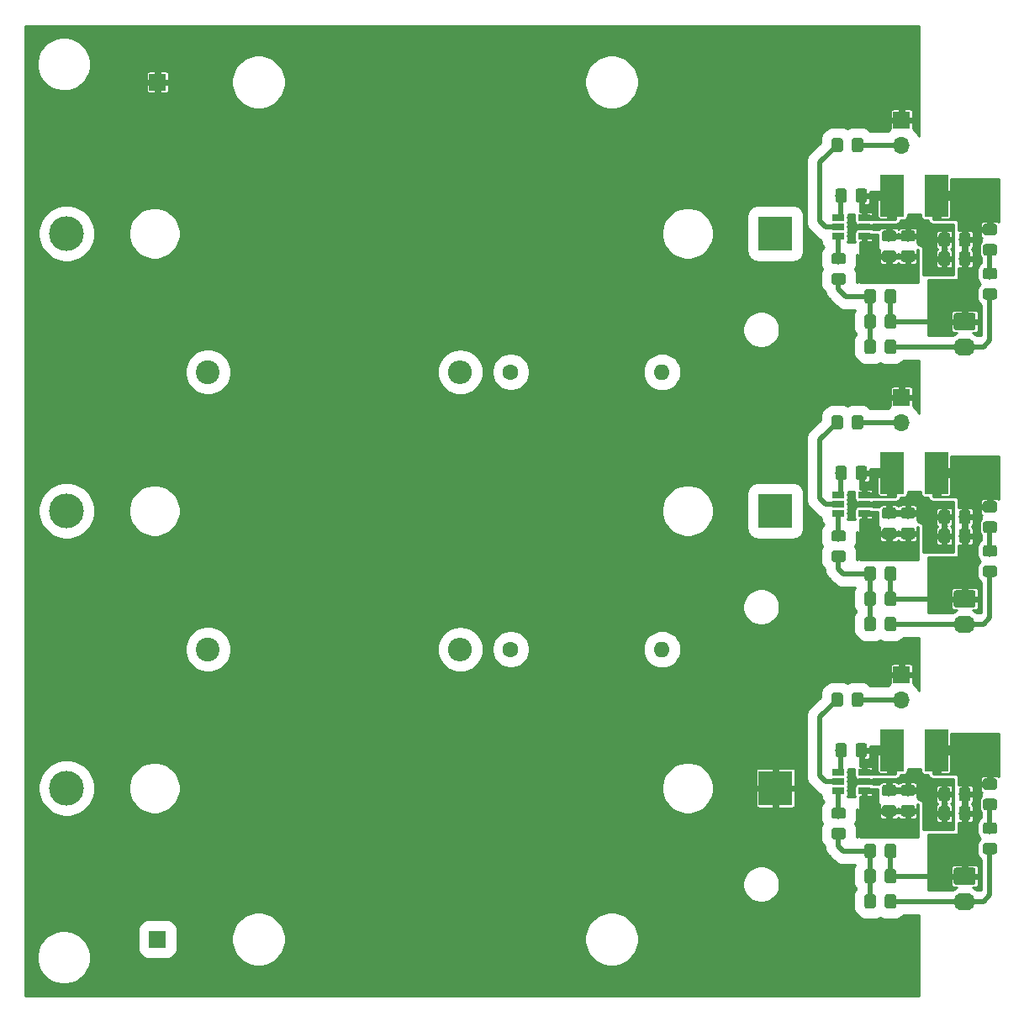
<source format=gbr>
G04 #@! TF.GenerationSoftware,KiCad,Pcbnew,5.1.4*
G04 #@! TF.CreationDate,2019-09-28T02:59:40+02:00*
G04 #@! TF.ProjectId,stratosensor-power,73747261-746f-4736-956e-736f722d706f,rev?*
G04 #@! TF.SameCoordinates,Original*
G04 #@! TF.FileFunction,Copper,L1,Top*
G04 #@! TF.FilePolarity,Positive*
%FSLAX46Y46*%
G04 Gerber Fmt 4.6, Leading zero omitted, Abs format (unit mm)*
G04 Created by KiCad (PCBNEW 5.1.4) date 2019-09-28 02:59:40*
%MOMM*%
%LPD*%
G04 APERTURE LIST*
%ADD10O,2.400000X2.400000*%
%ADD11C,2.400000*%
%ADD12R,1.700000X1.700000*%
%ADD13O,1.600000X1.600000*%
%ADD14C,1.600000*%
%ADD15R,3.500000X3.500000*%
%ADD16C,3.500000*%
%ADD17R,1.220000X0.650000*%
%ADD18C,0.100000*%
%ADD19C,1.150000*%
%ADD20R,2.400000X4.200000*%
%ADD21O,1.700000X1.700000*%
%ADD22O,2.200000X1.740000*%
%ADD23C,1.740000*%
%ADD24C,0.800000*%
%ADD25C,0.500000*%
%ADD26C,1.000000*%
%ADD27C,0.250000*%
G04 APERTURE END LIST*
D10*
X144920000Y-86030000D03*
D11*
X119520000Y-86030000D03*
D10*
X144920000Y-113970000D03*
D11*
X119520000Y-113970000D03*
D12*
X114440000Y-56820000D03*
X114440000Y-143180000D03*
D13*
X165240000Y-86030000D03*
D14*
X150000000Y-86030000D03*
D13*
X165240000Y-113970000D03*
D14*
X150000000Y-113970000D03*
D15*
X176670000Y-72060000D03*
D16*
X105270000Y-72060000D03*
D15*
X176670000Y-100000000D03*
D16*
X105270000Y-100000000D03*
D15*
X176670000Y-127940000D03*
D16*
X105270000Y-127940000D03*
D17*
X182980000Y-128255000D03*
X182980000Y-127305000D03*
X182980000Y-126355000D03*
X185600000Y-126355000D03*
X185600000Y-127305000D03*
X185600000Y-128255000D03*
X182980000Y-100315000D03*
X182980000Y-99365000D03*
X182980000Y-98415000D03*
X185600000Y-98415000D03*
X185600000Y-99365000D03*
X185600000Y-100315000D03*
X182980000Y-72375000D03*
X182980000Y-71425000D03*
X182980000Y-70475000D03*
X185600000Y-70475000D03*
X185600000Y-71425000D03*
X185600000Y-72375000D03*
D18*
G36*
X188594505Y-138671204D02*
G01*
X188618773Y-138674804D01*
X188642572Y-138680765D01*
X188665671Y-138689030D01*
X188687850Y-138699520D01*
X188708893Y-138712132D01*
X188728599Y-138726747D01*
X188746777Y-138743223D01*
X188763253Y-138761401D01*
X188777868Y-138781107D01*
X188790480Y-138802150D01*
X188800970Y-138824329D01*
X188809235Y-138847428D01*
X188815196Y-138871227D01*
X188818796Y-138895495D01*
X188820000Y-138919999D01*
X188820000Y-139820001D01*
X188818796Y-139844505D01*
X188815196Y-139868773D01*
X188809235Y-139892572D01*
X188800970Y-139915671D01*
X188790480Y-139937850D01*
X188777868Y-139958893D01*
X188763253Y-139978599D01*
X188746777Y-139996777D01*
X188728599Y-140013253D01*
X188708893Y-140027868D01*
X188687850Y-140040480D01*
X188665671Y-140050970D01*
X188642572Y-140059235D01*
X188618773Y-140065196D01*
X188594505Y-140068796D01*
X188570001Y-140070000D01*
X187919999Y-140070000D01*
X187895495Y-140068796D01*
X187871227Y-140065196D01*
X187847428Y-140059235D01*
X187824329Y-140050970D01*
X187802150Y-140040480D01*
X187781107Y-140027868D01*
X187761401Y-140013253D01*
X187743223Y-139996777D01*
X187726747Y-139978599D01*
X187712132Y-139958893D01*
X187699520Y-139937850D01*
X187689030Y-139915671D01*
X187680765Y-139892572D01*
X187674804Y-139868773D01*
X187671204Y-139844505D01*
X187670000Y-139820001D01*
X187670000Y-138919999D01*
X187671204Y-138895495D01*
X187674804Y-138871227D01*
X187680765Y-138847428D01*
X187689030Y-138824329D01*
X187699520Y-138802150D01*
X187712132Y-138781107D01*
X187726747Y-138761401D01*
X187743223Y-138743223D01*
X187761401Y-138726747D01*
X187781107Y-138712132D01*
X187802150Y-138699520D01*
X187824329Y-138689030D01*
X187847428Y-138680765D01*
X187871227Y-138674804D01*
X187895495Y-138671204D01*
X187919999Y-138670000D01*
X188570001Y-138670000D01*
X188594505Y-138671204D01*
X188594505Y-138671204D01*
G37*
D19*
X188245000Y-139370000D03*
D18*
G36*
X186544505Y-138671204D02*
G01*
X186568773Y-138674804D01*
X186592572Y-138680765D01*
X186615671Y-138689030D01*
X186637850Y-138699520D01*
X186658893Y-138712132D01*
X186678599Y-138726747D01*
X186696777Y-138743223D01*
X186713253Y-138761401D01*
X186727868Y-138781107D01*
X186740480Y-138802150D01*
X186750970Y-138824329D01*
X186759235Y-138847428D01*
X186765196Y-138871227D01*
X186768796Y-138895495D01*
X186770000Y-138919999D01*
X186770000Y-139820001D01*
X186768796Y-139844505D01*
X186765196Y-139868773D01*
X186759235Y-139892572D01*
X186750970Y-139915671D01*
X186740480Y-139937850D01*
X186727868Y-139958893D01*
X186713253Y-139978599D01*
X186696777Y-139996777D01*
X186678599Y-140013253D01*
X186658893Y-140027868D01*
X186637850Y-140040480D01*
X186615671Y-140050970D01*
X186592572Y-140059235D01*
X186568773Y-140065196D01*
X186544505Y-140068796D01*
X186520001Y-140070000D01*
X185869999Y-140070000D01*
X185845495Y-140068796D01*
X185821227Y-140065196D01*
X185797428Y-140059235D01*
X185774329Y-140050970D01*
X185752150Y-140040480D01*
X185731107Y-140027868D01*
X185711401Y-140013253D01*
X185693223Y-139996777D01*
X185676747Y-139978599D01*
X185662132Y-139958893D01*
X185649520Y-139937850D01*
X185639030Y-139915671D01*
X185630765Y-139892572D01*
X185624804Y-139868773D01*
X185621204Y-139844505D01*
X185620000Y-139820001D01*
X185620000Y-138919999D01*
X185621204Y-138895495D01*
X185624804Y-138871227D01*
X185630765Y-138847428D01*
X185639030Y-138824329D01*
X185649520Y-138802150D01*
X185662132Y-138781107D01*
X185676747Y-138761401D01*
X185693223Y-138743223D01*
X185711401Y-138726747D01*
X185731107Y-138712132D01*
X185752150Y-138699520D01*
X185774329Y-138689030D01*
X185797428Y-138680765D01*
X185821227Y-138674804D01*
X185845495Y-138671204D01*
X185869999Y-138670000D01*
X186520001Y-138670000D01*
X186544505Y-138671204D01*
X186544505Y-138671204D01*
G37*
D19*
X186195000Y-139370000D03*
D18*
G36*
X183494505Y-129906204D02*
G01*
X183518773Y-129909804D01*
X183542572Y-129915765D01*
X183565671Y-129924030D01*
X183587850Y-129934520D01*
X183608893Y-129947132D01*
X183628599Y-129961747D01*
X183646777Y-129978223D01*
X183663253Y-129996401D01*
X183677868Y-130016107D01*
X183690480Y-130037150D01*
X183700970Y-130059329D01*
X183709235Y-130082428D01*
X183715196Y-130106227D01*
X183718796Y-130130495D01*
X183720000Y-130154999D01*
X183720000Y-130805001D01*
X183718796Y-130829505D01*
X183715196Y-130853773D01*
X183709235Y-130877572D01*
X183700970Y-130900671D01*
X183690480Y-130922850D01*
X183677868Y-130943893D01*
X183663253Y-130963599D01*
X183646777Y-130981777D01*
X183628599Y-130998253D01*
X183608893Y-131012868D01*
X183587850Y-131025480D01*
X183565671Y-131035970D01*
X183542572Y-131044235D01*
X183518773Y-131050196D01*
X183494505Y-131053796D01*
X183470001Y-131055000D01*
X182569999Y-131055000D01*
X182545495Y-131053796D01*
X182521227Y-131050196D01*
X182497428Y-131044235D01*
X182474329Y-131035970D01*
X182452150Y-131025480D01*
X182431107Y-131012868D01*
X182411401Y-130998253D01*
X182393223Y-130981777D01*
X182376747Y-130963599D01*
X182362132Y-130943893D01*
X182349520Y-130922850D01*
X182339030Y-130900671D01*
X182330765Y-130877572D01*
X182324804Y-130853773D01*
X182321204Y-130829505D01*
X182320000Y-130805001D01*
X182320000Y-130154999D01*
X182321204Y-130130495D01*
X182324804Y-130106227D01*
X182330765Y-130082428D01*
X182339030Y-130059329D01*
X182349520Y-130037150D01*
X182362132Y-130016107D01*
X182376747Y-129996401D01*
X182393223Y-129978223D01*
X182411401Y-129961747D01*
X182431107Y-129947132D01*
X182452150Y-129934520D01*
X182474329Y-129924030D01*
X182497428Y-129915765D01*
X182521227Y-129909804D01*
X182545495Y-129906204D01*
X182569999Y-129905000D01*
X183470001Y-129905000D01*
X183494505Y-129906204D01*
X183494505Y-129906204D01*
G37*
D19*
X183020000Y-130480000D03*
D18*
G36*
X183494505Y-131956204D02*
G01*
X183518773Y-131959804D01*
X183542572Y-131965765D01*
X183565671Y-131974030D01*
X183587850Y-131984520D01*
X183608893Y-131997132D01*
X183628599Y-132011747D01*
X183646777Y-132028223D01*
X183663253Y-132046401D01*
X183677868Y-132066107D01*
X183690480Y-132087150D01*
X183700970Y-132109329D01*
X183709235Y-132132428D01*
X183715196Y-132156227D01*
X183718796Y-132180495D01*
X183720000Y-132204999D01*
X183720000Y-132855001D01*
X183718796Y-132879505D01*
X183715196Y-132903773D01*
X183709235Y-132927572D01*
X183700970Y-132950671D01*
X183690480Y-132972850D01*
X183677868Y-132993893D01*
X183663253Y-133013599D01*
X183646777Y-133031777D01*
X183628599Y-133048253D01*
X183608893Y-133062868D01*
X183587850Y-133075480D01*
X183565671Y-133085970D01*
X183542572Y-133094235D01*
X183518773Y-133100196D01*
X183494505Y-133103796D01*
X183470001Y-133105000D01*
X182569999Y-133105000D01*
X182545495Y-133103796D01*
X182521227Y-133100196D01*
X182497428Y-133094235D01*
X182474329Y-133085970D01*
X182452150Y-133075480D01*
X182431107Y-133062868D01*
X182411401Y-133048253D01*
X182393223Y-133031777D01*
X182376747Y-133013599D01*
X182362132Y-132993893D01*
X182349520Y-132972850D01*
X182339030Y-132950671D01*
X182330765Y-132927572D01*
X182324804Y-132903773D01*
X182321204Y-132879505D01*
X182320000Y-132855001D01*
X182320000Y-132204999D01*
X182321204Y-132180495D01*
X182324804Y-132156227D01*
X182330765Y-132132428D01*
X182339030Y-132109329D01*
X182349520Y-132087150D01*
X182362132Y-132066107D01*
X182376747Y-132046401D01*
X182393223Y-132028223D01*
X182411401Y-132011747D01*
X182431107Y-131997132D01*
X182452150Y-131984520D01*
X182474329Y-131974030D01*
X182497428Y-131965765D01*
X182521227Y-131959804D01*
X182545495Y-131956204D01*
X182569999Y-131955000D01*
X183470001Y-131955000D01*
X183494505Y-131956204D01*
X183494505Y-131956204D01*
G37*
D19*
X183020000Y-132530000D03*
D18*
G36*
X198734505Y-129026204D02*
G01*
X198758773Y-129029804D01*
X198782572Y-129035765D01*
X198805671Y-129044030D01*
X198827850Y-129054520D01*
X198848893Y-129067132D01*
X198868599Y-129081747D01*
X198886777Y-129098223D01*
X198903253Y-129116401D01*
X198917868Y-129136107D01*
X198930480Y-129157150D01*
X198940970Y-129179329D01*
X198949235Y-129202428D01*
X198955196Y-129226227D01*
X198958796Y-129250495D01*
X198960000Y-129274999D01*
X198960000Y-129925001D01*
X198958796Y-129949505D01*
X198955196Y-129973773D01*
X198949235Y-129997572D01*
X198940970Y-130020671D01*
X198930480Y-130042850D01*
X198917868Y-130063893D01*
X198903253Y-130083599D01*
X198886777Y-130101777D01*
X198868599Y-130118253D01*
X198848893Y-130132868D01*
X198827850Y-130145480D01*
X198805671Y-130155970D01*
X198782572Y-130164235D01*
X198758773Y-130170196D01*
X198734505Y-130173796D01*
X198710001Y-130175000D01*
X197809999Y-130175000D01*
X197785495Y-130173796D01*
X197761227Y-130170196D01*
X197737428Y-130164235D01*
X197714329Y-130155970D01*
X197692150Y-130145480D01*
X197671107Y-130132868D01*
X197651401Y-130118253D01*
X197633223Y-130101777D01*
X197616747Y-130083599D01*
X197602132Y-130063893D01*
X197589520Y-130042850D01*
X197579030Y-130020671D01*
X197570765Y-129997572D01*
X197564804Y-129973773D01*
X197561204Y-129949505D01*
X197560000Y-129925001D01*
X197560000Y-129274999D01*
X197561204Y-129250495D01*
X197564804Y-129226227D01*
X197570765Y-129202428D01*
X197579030Y-129179329D01*
X197589520Y-129157150D01*
X197602132Y-129136107D01*
X197616747Y-129116401D01*
X197633223Y-129098223D01*
X197651401Y-129081747D01*
X197671107Y-129067132D01*
X197692150Y-129054520D01*
X197714329Y-129044030D01*
X197737428Y-129035765D01*
X197761227Y-129029804D01*
X197785495Y-129026204D01*
X197809999Y-129025000D01*
X198710001Y-129025000D01*
X198734505Y-129026204D01*
X198734505Y-129026204D01*
G37*
D19*
X198260000Y-129600000D03*
D18*
G36*
X198734505Y-126976204D02*
G01*
X198758773Y-126979804D01*
X198782572Y-126985765D01*
X198805671Y-126994030D01*
X198827850Y-127004520D01*
X198848893Y-127017132D01*
X198868599Y-127031747D01*
X198886777Y-127048223D01*
X198903253Y-127066401D01*
X198917868Y-127086107D01*
X198930480Y-127107150D01*
X198940970Y-127129329D01*
X198949235Y-127152428D01*
X198955196Y-127176227D01*
X198958796Y-127200495D01*
X198960000Y-127224999D01*
X198960000Y-127875001D01*
X198958796Y-127899505D01*
X198955196Y-127923773D01*
X198949235Y-127947572D01*
X198940970Y-127970671D01*
X198930480Y-127992850D01*
X198917868Y-128013893D01*
X198903253Y-128033599D01*
X198886777Y-128051777D01*
X198868599Y-128068253D01*
X198848893Y-128082868D01*
X198827850Y-128095480D01*
X198805671Y-128105970D01*
X198782572Y-128114235D01*
X198758773Y-128120196D01*
X198734505Y-128123796D01*
X198710001Y-128125000D01*
X197809999Y-128125000D01*
X197785495Y-128123796D01*
X197761227Y-128120196D01*
X197737428Y-128114235D01*
X197714329Y-128105970D01*
X197692150Y-128095480D01*
X197671107Y-128082868D01*
X197651401Y-128068253D01*
X197633223Y-128051777D01*
X197616747Y-128033599D01*
X197602132Y-128013893D01*
X197589520Y-127992850D01*
X197579030Y-127970671D01*
X197570765Y-127947572D01*
X197564804Y-127923773D01*
X197561204Y-127899505D01*
X197560000Y-127875001D01*
X197560000Y-127224999D01*
X197561204Y-127200495D01*
X197564804Y-127176227D01*
X197570765Y-127152428D01*
X197579030Y-127129329D01*
X197589520Y-127107150D01*
X197602132Y-127086107D01*
X197616747Y-127066401D01*
X197633223Y-127048223D01*
X197651401Y-127031747D01*
X197671107Y-127017132D01*
X197692150Y-127004520D01*
X197714329Y-126994030D01*
X197737428Y-126985765D01*
X197761227Y-126979804D01*
X197785495Y-126976204D01*
X197809999Y-126975000D01*
X198710001Y-126975000D01*
X198734505Y-126976204D01*
X198734505Y-126976204D01*
G37*
D19*
X198260000Y-127550000D03*
D18*
G36*
X186544505Y-136131204D02*
G01*
X186568773Y-136134804D01*
X186592572Y-136140765D01*
X186615671Y-136149030D01*
X186637850Y-136159520D01*
X186658893Y-136172132D01*
X186678599Y-136186747D01*
X186696777Y-136203223D01*
X186713253Y-136221401D01*
X186727868Y-136241107D01*
X186740480Y-136262150D01*
X186750970Y-136284329D01*
X186759235Y-136307428D01*
X186765196Y-136331227D01*
X186768796Y-136355495D01*
X186770000Y-136379999D01*
X186770000Y-137280001D01*
X186768796Y-137304505D01*
X186765196Y-137328773D01*
X186759235Y-137352572D01*
X186750970Y-137375671D01*
X186740480Y-137397850D01*
X186727868Y-137418893D01*
X186713253Y-137438599D01*
X186696777Y-137456777D01*
X186678599Y-137473253D01*
X186658893Y-137487868D01*
X186637850Y-137500480D01*
X186615671Y-137510970D01*
X186592572Y-137519235D01*
X186568773Y-137525196D01*
X186544505Y-137528796D01*
X186520001Y-137530000D01*
X185869999Y-137530000D01*
X185845495Y-137528796D01*
X185821227Y-137525196D01*
X185797428Y-137519235D01*
X185774329Y-137510970D01*
X185752150Y-137500480D01*
X185731107Y-137487868D01*
X185711401Y-137473253D01*
X185693223Y-137456777D01*
X185676747Y-137438599D01*
X185662132Y-137418893D01*
X185649520Y-137397850D01*
X185639030Y-137375671D01*
X185630765Y-137352572D01*
X185624804Y-137328773D01*
X185621204Y-137304505D01*
X185620000Y-137280001D01*
X185620000Y-136379999D01*
X185621204Y-136355495D01*
X185624804Y-136331227D01*
X185630765Y-136307428D01*
X185639030Y-136284329D01*
X185649520Y-136262150D01*
X185662132Y-136241107D01*
X185676747Y-136221401D01*
X185693223Y-136203223D01*
X185711401Y-136186747D01*
X185731107Y-136172132D01*
X185752150Y-136159520D01*
X185774329Y-136149030D01*
X185797428Y-136140765D01*
X185821227Y-136134804D01*
X185845495Y-136131204D01*
X185869999Y-136130000D01*
X186520001Y-136130000D01*
X186544505Y-136131204D01*
X186544505Y-136131204D01*
G37*
D19*
X186195000Y-136830000D03*
D18*
G36*
X188594505Y-136131204D02*
G01*
X188618773Y-136134804D01*
X188642572Y-136140765D01*
X188665671Y-136149030D01*
X188687850Y-136159520D01*
X188708893Y-136172132D01*
X188728599Y-136186747D01*
X188746777Y-136203223D01*
X188763253Y-136221401D01*
X188777868Y-136241107D01*
X188790480Y-136262150D01*
X188800970Y-136284329D01*
X188809235Y-136307428D01*
X188815196Y-136331227D01*
X188818796Y-136355495D01*
X188820000Y-136379999D01*
X188820000Y-137280001D01*
X188818796Y-137304505D01*
X188815196Y-137328773D01*
X188809235Y-137352572D01*
X188800970Y-137375671D01*
X188790480Y-137397850D01*
X188777868Y-137418893D01*
X188763253Y-137438599D01*
X188746777Y-137456777D01*
X188728599Y-137473253D01*
X188708893Y-137487868D01*
X188687850Y-137500480D01*
X188665671Y-137510970D01*
X188642572Y-137519235D01*
X188618773Y-137525196D01*
X188594505Y-137528796D01*
X188570001Y-137530000D01*
X187919999Y-137530000D01*
X187895495Y-137528796D01*
X187871227Y-137525196D01*
X187847428Y-137519235D01*
X187824329Y-137510970D01*
X187802150Y-137500480D01*
X187781107Y-137487868D01*
X187761401Y-137473253D01*
X187743223Y-137456777D01*
X187726747Y-137438599D01*
X187712132Y-137418893D01*
X187699520Y-137397850D01*
X187689030Y-137375671D01*
X187680765Y-137352572D01*
X187674804Y-137328773D01*
X187671204Y-137304505D01*
X187670000Y-137280001D01*
X187670000Y-136379999D01*
X187671204Y-136355495D01*
X187674804Y-136331227D01*
X187680765Y-136307428D01*
X187689030Y-136284329D01*
X187699520Y-136262150D01*
X187712132Y-136241107D01*
X187726747Y-136221401D01*
X187743223Y-136203223D01*
X187761401Y-136186747D01*
X187781107Y-136172132D01*
X187802150Y-136159520D01*
X187824329Y-136149030D01*
X187847428Y-136140765D01*
X187871227Y-136134804D01*
X187895495Y-136131204D01*
X187919999Y-136130000D01*
X188570001Y-136130000D01*
X188594505Y-136131204D01*
X188594505Y-136131204D01*
G37*
D19*
X188245000Y-136830000D03*
D18*
G36*
X185274505Y-118351204D02*
G01*
X185298773Y-118354804D01*
X185322572Y-118360765D01*
X185345671Y-118369030D01*
X185367850Y-118379520D01*
X185388893Y-118392132D01*
X185408599Y-118406747D01*
X185426777Y-118423223D01*
X185443253Y-118441401D01*
X185457868Y-118461107D01*
X185470480Y-118482150D01*
X185480970Y-118504329D01*
X185489235Y-118527428D01*
X185495196Y-118551227D01*
X185498796Y-118575495D01*
X185500000Y-118599999D01*
X185500000Y-119500001D01*
X185498796Y-119524505D01*
X185495196Y-119548773D01*
X185489235Y-119572572D01*
X185480970Y-119595671D01*
X185470480Y-119617850D01*
X185457868Y-119638893D01*
X185443253Y-119658599D01*
X185426777Y-119676777D01*
X185408599Y-119693253D01*
X185388893Y-119707868D01*
X185367850Y-119720480D01*
X185345671Y-119730970D01*
X185322572Y-119739235D01*
X185298773Y-119745196D01*
X185274505Y-119748796D01*
X185250001Y-119750000D01*
X184599999Y-119750000D01*
X184575495Y-119748796D01*
X184551227Y-119745196D01*
X184527428Y-119739235D01*
X184504329Y-119730970D01*
X184482150Y-119720480D01*
X184461107Y-119707868D01*
X184441401Y-119693253D01*
X184423223Y-119676777D01*
X184406747Y-119658599D01*
X184392132Y-119638893D01*
X184379520Y-119617850D01*
X184369030Y-119595671D01*
X184360765Y-119572572D01*
X184354804Y-119548773D01*
X184351204Y-119524505D01*
X184350000Y-119500001D01*
X184350000Y-118599999D01*
X184351204Y-118575495D01*
X184354804Y-118551227D01*
X184360765Y-118527428D01*
X184369030Y-118504329D01*
X184379520Y-118482150D01*
X184392132Y-118461107D01*
X184406747Y-118441401D01*
X184423223Y-118423223D01*
X184441401Y-118406747D01*
X184461107Y-118392132D01*
X184482150Y-118379520D01*
X184504329Y-118369030D01*
X184527428Y-118360765D01*
X184551227Y-118354804D01*
X184575495Y-118351204D01*
X184599999Y-118350000D01*
X185250001Y-118350000D01*
X185274505Y-118351204D01*
X185274505Y-118351204D01*
G37*
D19*
X184925000Y-119050000D03*
D18*
G36*
X183224505Y-118351204D02*
G01*
X183248773Y-118354804D01*
X183272572Y-118360765D01*
X183295671Y-118369030D01*
X183317850Y-118379520D01*
X183338893Y-118392132D01*
X183358599Y-118406747D01*
X183376777Y-118423223D01*
X183393253Y-118441401D01*
X183407868Y-118461107D01*
X183420480Y-118482150D01*
X183430970Y-118504329D01*
X183439235Y-118527428D01*
X183445196Y-118551227D01*
X183448796Y-118575495D01*
X183450000Y-118599999D01*
X183450000Y-119500001D01*
X183448796Y-119524505D01*
X183445196Y-119548773D01*
X183439235Y-119572572D01*
X183430970Y-119595671D01*
X183420480Y-119617850D01*
X183407868Y-119638893D01*
X183393253Y-119658599D01*
X183376777Y-119676777D01*
X183358599Y-119693253D01*
X183338893Y-119707868D01*
X183317850Y-119720480D01*
X183295671Y-119730970D01*
X183272572Y-119739235D01*
X183248773Y-119745196D01*
X183224505Y-119748796D01*
X183200001Y-119750000D01*
X182549999Y-119750000D01*
X182525495Y-119748796D01*
X182501227Y-119745196D01*
X182477428Y-119739235D01*
X182454329Y-119730970D01*
X182432150Y-119720480D01*
X182411107Y-119707868D01*
X182391401Y-119693253D01*
X182373223Y-119676777D01*
X182356747Y-119658599D01*
X182342132Y-119638893D01*
X182329520Y-119617850D01*
X182319030Y-119595671D01*
X182310765Y-119572572D01*
X182304804Y-119548773D01*
X182301204Y-119524505D01*
X182300000Y-119500001D01*
X182300000Y-118599999D01*
X182301204Y-118575495D01*
X182304804Y-118551227D01*
X182310765Y-118527428D01*
X182319030Y-118504329D01*
X182329520Y-118482150D01*
X182342132Y-118461107D01*
X182356747Y-118441401D01*
X182373223Y-118423223D01*
X182391401Y-118406747D01*
X182411107Y-118392132D01*
X182432150Y-118379520D01*
X182454329Y-118369030D01*
X182477428Y-118360765D01*
X182501227Y-118354804D01*
X182525495Y-118351204D01*
X182549999Y-118350000D01*
X183200001Y-118350000D01*
X183224505Y-118351204D01*
X183224505Y-118351204D01*
G37*
D19*
X182875000Y-119050000D03*
D18*
G36*
X188594505Y-110731204D02*
G01*
X188618773Y-110734804D01*
X188642572Y-110740765D01*
X188665671Y-110749030D01*
X188687850Y-110759520D01*
X188708893Y-110772132D01*
X188728599Y-110786747D01*
X188746777Y-110803223D01*
X188763253Y-110821401D01*
X188777868Y-110841107D01*
X188790480Y-110862150D01*
X188800970Y-110884329D01*
X188809235Y-110907428D01*
X188815196Y-110931227D01*
X188818796Y-110955495D01*
X188820000Y-110979999D01*
X188820000Y-111880001D01*
X188818796Y-111904505D01*
X188815196Y-111928773D01*
X188809235Y-111952572D01*
X188800970Y-111975671D01*
X188790480Y-111997850D01*
X188777868Y-112018893D01*
X188763253Y-112038599D01*
X188746777Y-112056777D01*
X188728599Y-112073253D01*
X188708893Y-112087868D01*
X188687850Y-112100480D01*
X188665671Y-112110970D01*
X188642572Y-112119235D01*
X188618773Y-112125196D01*
X188594505Y-112128796D01*
X188570001Y-112130000D01*
X187919999Y-112130000D01*
X187895495Y-112128796D01*
X187871227Y-112125196D01*
X187847428Y-112119235D01*
X187824329Y-112110970D01*
X187802150Y-112100480D01*
X187781107Y-112087868D01*
X187761401Y-112073253D01*
X187743223Y-112056777D01*
X187726747Y-112038599D01*
X187712132Y-112018893D01*
X187699520Y-111997850D01*
X187689030Y-111975671D01*
X187680765Y-111952572D01*
X187674804Y-111928773D01*
X187671204Y-111904505D01*
X187670000Y-111880001D01*
X187670000Y-110979999D01*
X187671204Y-110955495D01*
X187674804Y-110931227D01*
X187680765Y-110907428D01*
X187689030Y-110884329D01*
X187699520Y-110862150D01*
X187712132Y-110841107D01*
X187726747Y-110821401D01*
X187743223Y-110803223D01*
X187761401Y-110786747D01*
X187781107Y-110772132D01*
X187802150Y-110759520D01*
X187824329Y-110749030D01*
X187847428Y-110740765D01*
X187871227Y-110734804D01*
X187895495Y-110731204D01*
X187919999Y-110730000D01*
X188570001Y-110730000D01*
X188594505Y-110731204D01*
X188594505Y-110731204D01*
G37*
D19*
X188245000Y-111430000D03*
D18*
G36*
X186544505Y-110731204D02*
G01*
X186568773Y-110734804D01*
X186592572Y-110740765D01*
X186615671Y-110749030D01*
X186637850Y-110759520D01*
X186658893Y-110772132D01*
X186678599Y-110786747D01*
X186696777Y-110803223D01*
X186713253Y-110821401D01*
X186727868Y-110841107D01*
X186740480Y-110862150D01*
X186750970Y-110884329D01*
X186759235Y-110907428D01*
X186765196Y-110931227D01*
X186768796Y-110955495D01*
X186770000Y-110979999D01*
X186770000Y-111880001D01*
X186768796Y-111904505D01*
X186765196Y-111928773D01*
X186759235Y-111952572D01*
X186750970Y-111975671D01*
X186740480Y-111997850D01*
X186727868Y-112018893D01*
X186713253Y-112038599D01*
X186696777Y-112056777D01*
X186678599Y-112073253D01*
X186658893Y-112087868D01*
X186637850Y-112100480D01*
X186615671Y-112110970D01*
X186592572Y-112119235D01*
X186568773Y-112125196D01*
X186544505Y-112128796D01*
X186520001Y-112130000D01*
X185869999Y-112130000D01*
X185845495Y-112128796D01*
X185821227Y-112125196D01*
X185797428Y-112119235D01*
X185774329Y-112110970D01*
X185752150Y-112100480D01*
X185731107Y-112087868D01*
X185711401Y-112073253D01*
X185693223Y-112056777D01*
X185676747Y-112038599D01*
X185662132Y-112018893D01*
X185649520Y-111997850D01*
X185639030Y-111975671D01*
X185630765Y-111952572D01*
X185624804Y-111928773D01*
X185621204Y-111904505D01*
X185620000Y-111880001D01*
X185620000Y-110979999D01*
X185621204Y-110955495D01*
X185624804Y-110931227D01*
X185630765Y-110907428D01*
X185639030Y-110884329D01*
X185649520Y-110862150D01*
X185662132Y-110841107D01*
X185676747Y-110821401D01*
X185693223Y-110803223D01*
X185711401Y-110786747D01*
X185731107Y-110772132D01*
X185752150Y-110759520D01*
X185774329Y-110749030D01*
X185797428Y-110740765D01*
X185821227Y-110734804D01*
X185845495Y-110731204D01*
X185869999Y-110730000D01*
X186520001Y-110730000D01*
X186544505Y-110731204D01*
X186544505Y-110731204D01*
G37*
D19*
X186195000Y-111430000D03*
D18*
G36*
X183494505Y-101966204D02*
G01*
X183518773Y-101969804D01*
X183542572Y-101975765D01*
X183565671Y-101984030D01*
X183587850Y-101994520D01*
X183608893Y-102007132D01*
X183628599Y-102021747D01*
X183646777Y-102038223D01*
X183663253Y-102056401D01*
X183677868Y-102076107D01*
X183690480Y-102097150D01*
X183700970Y-102119329D01*
X183709235Y-102142428D01*
X183715196Y-102166227D01*
X183718796Y-102190495D01*
X183720000Y-102214999D01*
X183720000Y-102865001D01*
X183718796Y-102889505D01*
X183715196Y-102913773D01*
X183709235Y-102937572D01*
X183700970Y-102960671D01*
X183690480Y-102982850D01*
X183677868Y-103003893D01*
X183663253Y-103023599D01*
X183646777Y-103041777D01*
X183628599Y-103058253D01*
X183608893Y-103072868D01*
X183587850Y-103085480D01*
X183565671Y-103095970D01*
X183542572Y-103104235D01*
X183518773Y-103110196D01*
X183494505Y-103113796D01*
X183470001Y-103115000D01*
X182569999Y-103115000D01*
X182545495Y-103113796D01*
X182521227Y-103110196D01*
X182497428Y-103104235D01*
X182474329Y-103095970D01*
X182452150Y-103085480D01*
X182431107Y-103072868D01*
X182411401Y-103058253D01*
X182393223Y-103041777D01*
X182376747Y-103023599D01*
X182362132Y-103003893D01*
X182349520Y-102982850D01*
X182339030Y-102960671D01*
X182330765Y-102937572D01*
X182324804Y-102913773D01*
X182321204Y-102889505D01*
X182320000Y-102865001D01*
X182320000Y-102214999D01*
X182321204Y-102190495D01*
X182324804Y-102166227D01*
X182330765Y-102142428D01*
X182339030Y-102119329D01*
X182349520Y-102097150D01*
X182362132Y-102076107D01*
X182376747Y-102056401D01*
X182393223Y-102038223D01*
X182411401Y-102021747D01*
X182431107Y-102007132D01*
X182452150Y-101994520D01*
X182474329Y-101984030D01*
X182497428Y-101975765D01*
X182521227Y-101969804D01*
X182545495Y-101966204D01*
X182569999Y-101965000D01*
X183470001Y-101965000D01*
X183494505Y-101966204D01*
X183494505Y-101966204D01*
G37*
D19*
X183020000Y-102540000D03*
D18*
G36*
X183494505Y-104016204D02*
G01*
X183518773Y-104019804D01*
X183542572Y-104025765D01*
X183565671Y-104034030D01*
X183587850Y-104044520D01*
X183608893Y-104057132D01*
X183628599Y-104071747D01*
X183646777Y-104088223D01*
X183663253Y-104106401D01*
X183677868Y-104126107D01*
X183690480Y-104147150D01*
X183700970Y-104169329D01*
X183709235Y-104192428D01*
X183715196Y-104216227D01*
X183718796Y-104240495D01*
X183720000Y-104264999D01*
X183720000Y-104915001D01*
X183718796Y-104939505D01*
X183715196Y-104963773D01*
X183709235Y-104987572D01*
X183700970Y-105010671D01*
X183690480Y-105032850D01*
X183677868Y-105053893D01*
X183663253Y-105073599D01*
X183646777Y-105091777D01*
X183628599Y-105108253D01*
X183608893Y-105122868D01*
X183587850Y-105135480D01*
X183565671Y-105145970D01*
X183542572Y-105154235D01*
X183518773Y-105160196D01*
X183494505Y-105163796D01*
X183470001Y-105165000D01*
X182569999Y-105165000D01*
X182545495Y-105163796D01*
X182521227Y-105160196D01*
X182497428Y-105154235D01*
X182474329Y-105145970D01*
X182452150Y-105135480D01*
X182431107Y-105122868D01*
X182411401Y-105108253D01*
X182393223Y-105091777D01*
X182376747Y-105073599D01*
X182362132Y-105053893D01*
X182349520Y-105032850D01*
X182339030Y-105010671D01*
X182330765Y-104987572D01*
X182324804Y-104963773D01*
X182321204Y-104939505D01*
X182320000Y-104915001D01*
X182320000Y-104264999D01*
X182321204Y-104240495D01*
X182324804Y-104216227D01*
X182330765Y-104192428D01*
X182339030Y-104169329D01*
X182349520Y-104147150D01*
X182362132Y-104126107D01*
X182376747Y-104106401D01*
X182393223Y-104088223D01*
X182411401Y-104071747D01*
X182431107Y-104057132D01*
X182452150Y-104044520D01*
X182474329Y-104034030D01*
X182497428Y-104025765D01*
X182521227Y-104019804D01*
X182545495Y-104016204D01*
X182569999Y-104015000D01*
X183470001Y-104015000D01*
X183494505Y-104016204D01*
X183494505Y-104016204D01*
G37*
D19*
X183020000Y-104590000D03*
D18*
G36*
X198734505Y-101086204D02*
G01*
X198758773Y-101089804D01*
X198782572Y-101095765D01*
X198805671Y-101104030D01*
X198827850Y-101114520D01*
X198848893Y-101127132D01*
X198868599Y-101141747D01*
X198886777Y-101158223D01*
X198903253Y-101176401D01*
X198917868Y-101196107D01*
X198930480Y-101217150D01*
X198940970Y-101239329D01*
X198949235Y-101262428D01*
X198955196Y-101286227D01*
X198958796Y-101310495D01*
X198960000Y-101334999D01*
X198960000Y-101985001D01*
X198958796Y-102009505D01*
X198955196Y-102033773D01*
X198949235Y-102057572D01*
X198940970Y-102080671D01*
X198930480Y-102102850D01*
X198917868Y-102123893D01*
X198903253Y-102143599D01*
X198886777Y-102161777D01*
X198868599Y-102178253D01*
X198848893Y-102192868D01*
X198827850Y-102205480D01*
X198805671Y-102215970D01*
X198782572Y-102224235D01*
X198758773Y-102230196D01*
X198734505Y-102233796D01*
X198710001Y-102235000D01*
X197809999Y-102235000D01*
X197785495Y-102233796D01*
X197761227Y-102230196D01*
X197737428Y-102224235D01*
X197714329Y-102215970D01*
X197692150Y-102205480D01*
X197671107Y-102192868D01*
X197651401Y-102178253D01*
X197633223Y-102161777D01*
X197616747Y-102143599D01*
X197602132Y-102123893D01*
X197589520Y-102102850D01*
X197579030Y-102080671D01*
X197570765Y-102057572D01*
X197564804Y-102033773D01*
X197561204Y-102009505D01*
X197560000Y-101985001D01*
X197560000Y-101334999D01*
X197561204Y-101310495D01*
X197564804Y-101286227D01*
X197570765Y-101262428D01*
X197579030Y-101239329D01*
X197589520Y-101217150D01*
X197602132Y-101196107D01*
X197616747Y-101176401D01*
X197633223Y-101158223D01*
X197651401Y-101141747D01*
X197671107Y-101127132D01*
X197692150Y-101114520D01*
X197714329Y-101104030D01*
X197737428Y-101095765D01*
X197761227Y-101089804D01*
X197785495Y-101086204D01*
X197809999Y-101085000D01*
X198710001Y-101085000D01*
X198734505Y-101086204D01*
X198734505Y-101086204D01*
G37*
D19*
X198260000Y-101660000D03*
D18*
G36*
X198734505Y-99036204D02*
G01*
X198758773Y-99039804D01*
X198782572Y-99045765D01*
X198805671Y-99054030D01*
X198827850Y-99064520D01*
X198848893Y-99077132D01*
X198868599Y-99091747D01*
X198886777Y-99108223D01*
X198903253Y-99126401D01*
X198917868Y-99146107D01*
X198930480Y-99167150D01*
X198940970Y-99189329D01*
X198949235Y-99212428D01*
X198955196Y-99236227D01*
X198958796Y-99260495D01*
X198960000Y-99284999D01*
X198960000Y-99935001D01*
X198958796Y-99959505D01*
X198955196Y-99983773D01*
X198949235Y-100007572D01*
X198940970Y-100030671D01*
X198930480Y-100052850D01*
X198917868Y-100073893D01*
X198903253Y-100093599D01*
X198886777Y-100111777D01*
X198868599Y-100128253D01*
X198848893Y-100142868D01*
X198827850Y-100155480D01*
X198805671Y-100165970D01*
X198782572Y-100174235D01*
X198758773Y-100180196D01*
X198734505Y-100183796D01*
X198710001Y-100185000D01*
X197809999Y-100185000D01*
X197785495Y-100183796D01*
X197761227Y-100180196D01*
X197737428Y-100174235D01*
X197714329Y-100165970D01*
X197692150Y-100155480D01*
X197671107Y-100142868D01*
X197651401Y-100128253D01*
X197633223Y-100111777D01*
X197616747Y-100093599D01*
X197602132Y-100073893D01*
X197589520Y-100052850D01*
X197579030Y-100030671D01*
X197570765Y-100007572D01*
X197564804Y-99983773D01*
X197561204Y-99959505D01*
X197560000Y-99935001D01*
X197560000Y-99284999D01*
X197561204Y-99260495D01*
X197564804Y-99236227D01*
X197570765Y-99212428D01*
X197579030Y-99189329D01*
X197589520Y-99167150D01*
X197602132Y-99146107D01*
X197616747Y-99126401D01*
X197633223Y-99108223D01*
X197651401Y-99091747D01*
X197671107Y-99077132D01*
X197692150Y-99064520D01*
X197714329Y-99054030D01*
X197737428Y-99045765D01*
X197761227Y-99039804D01*
X197785495Y-99036204D01*
X197809999Y-99035000D01*
X198710001Y-99035000D01*
X198734505Y-99036204D01*
X198734505Y-99036204D01*
G37*
D19*
X198260000Y-99610000D03*
D18*
G36*
X186544505Y-108191204D02*
G01*
X186568773Y-108194804D01*
X186592572Y-108200765D01*
X186615671Y-108209030D01*
X186637850Y-108219520D01*
X186658893Y-108232132D01*
X186678599Y-108246747D01*
X186696777Y-108263223D01*
X186713253Y-108281401D01*
X186727868Y-108301107D01*
X186740480Y-108322150D01*
X186750970Y-108344329D01*
X186759235Y-108367428D01*
X186765196Y-108391227D01*
X186768796Y-108415495D01*
X186770000Y-108439999D01*
X186770000Y-109340001D01*
X186768796Y-109364505D01*
X186765196Y-109388773D01*
X186759235Y-109412572D01*
X186750970Y-109435671D01*
X186740480Y-109457850D01*
X186727868Y-109478893D01*
X186713253Y-109498599D01*
X186696777Y-109516777D01*
X186678599Y-109533253D01*
X186658893Y-109547868D01*
X186637850Y-109560480D01*
X186615671Y-109570970D01*
X186592572Y-109579235D01*
X186568773Y-109585196D01*
X186544505Y-109588796D01*
X186520001Y-109590000D01*
X185869999Y-109590000D01*
X185845495Y-109588796D01*
X185821227Y-109585196D01*
X185797428Y-109579235D01*
X185774329Y-109570970D01*
X185752150Y-109560480D01*
X185731107Y-109547868D01*
X185711401Y-109533253D01*
X185693223Y-109516777D01*
X185676747Y-109498599D01*
X185662132Y-109478893D01*
X185649520Y-109457850D01*
X185639030Y-109435671D01*
X185630765Y-109412572D01*
X185624804Y-109388773D01*
X185621204Y-109364505D01*
X185620000Y-109340001D01*
X185620000Y-108439999D01*
X185621204Y-108415495D01*
X185624804Y-108391227D01*
X185630765Y-108367428D01*
X185639030Y-108344329D01*
X185649520Y-108322150D01*
X185662132Y-108301107D01*
X185676747Y-108281401D01*
X185693223Y-108263223D01*
X185711401Y-108246747D01*
X185731107Y-108232132D01*
X185752150Y-108219520D01*
X185774329Y-108209030D01*
X185797428Y-108200765D01*
X185821227Y-108194804D01*
X185845495Y-108191204D01*
X185869999Y-108190000D01*
X186520001Y-108190000D01*
X186544505Y-108191204D01*
X186544505Y-108191204D01*
G37*
D19*
X186195000Y-108890000D03*
D18*
G36*
X188594505Y-108191204D02*
G01*
X188618773Y-108194804D01*
X188642572Y-108200765D01*
X188665671Y-108209030D01*
X188687850Y-108219520D01*
X188708893Y-108232132D01*
X188728599Y-108246747D01*
X188746777Y-108263223D01*
X188763253Y-108281401D01*
X188777868Y-108301107D01*
X188790480Y-108322150D01*
X188800970Y-108344329D01*
X188809235Y-108367428D01*
X188815196Y-108391227D01*
X188818796Y-108415495D01*
X188820000Y-108439999D01*
X188820000Y-109340001D01*
X188818796Y-109364505D01*
X188815196Y-109388773D01*
X188809235Y-109412572D01*
X188800970Y-109435671D01*
X188790480Y-109457850D01*
X188777868Y-109478893D01*
X188763253Y-109498599D01*
X188746777Y-109516777D01*
X188728599Y-109533253D01*
X188708893Y-109547868D01*
X188687850Y-109560480D01*
X188665671Y-109570970D01*
X188642572Y-109579235D01*
X188618773Y-109585196D01*
X188594505Y-109588796D01*
X188570001Y-109590000D01*
X187919999Y-109590000D01*
X187895495Y-109588796D01*
X187871227Y-109585196D01*
X187847428Y-109579235D01*
X187824329Y-109570970D01*
X187802150Y-109560480D01*
X187781107Y-109547868D01*
X187761401Y-109533253D01*
X187743223Y-109516777D01*
X187726747Y-109498599D01*
X187712132Y-109478893D01*
X187699520Y-109457850D01*
X187689030Y-109435671D01*
X187680765Y-109412572D01*
X187674804Y-109388773D01*
X187671204Y-109364505D01*
X187670000Y-109340001D01*
X187670000Y-108439999D01*
X187671204Y-108415495D01*
X187674804Y-108391227D01*
X187680765Y-108367428D01*
X187689030Y-108344329D01*
X187699520Y-108322150D01*
X187712132Y-108301107D01*
X187726747Y-108281401D01*
X187743223Y-108263223D01*
X187761401Y-108246747D01*
X187781107Y-108232132D01*
X187802150Y-108219520D01*
X187824329Y-108209030D01*
X187847428Y-108200765D01*
X187871227Y-108194804D01*
X187895495Y-108191204D01*
X187919999Y-108190000D01*
X188570001Y-108190000D01*
X188594505Y-108191204D01*
X188594505Y-108191204D01*
G37*
D19*
X188245000Y-108890000D03*
D18*
G36*
X185274505Y-90411204D02*
G01*
X185298773Y-90414804D01*
X185322572Y-90420765D01*
X185345671Y-90429030D01*
X185367850Y-90439520D01*
X185388893Y-90452132D01*
X185408599Y-90466747D01*
X185426777Y-90483223D01*
X185443253Y-90501401D01*
X185457868Y-90521107D01*
X185470480Y-90542150D01*
X185480970Y-90564329D01*
X185489235Y-90587428D01*
X185495196Y-90611227D01*
X185498796Y-90635495D01*
X185500000Y-90659999D01*
X185500000Y-91560001D01*
X185498796Y-91584505D01*
X185495196Y-91608773D01*
X185489235Y-91632572D01*
X185480970Y-91655671D01*
X185470480Y-91677850D01*
X185457868Y-91698893D01*
X185443253Y-91718599D01*
X185426777Y-91736777D01*
X185408599Y-91753253D01*
X185388893Y-91767868D01*
X185367850Y-91780480D01*
X185345671Y-91790970D01*
X185322572Y-91799235D01*
X185298773Y-91805196D01*
X185274505Y-91808796D01*
X185250001Y-91810000D01*
X184599999Y-91810000D01*
X184575495Y-91808796D01*
X184551227Y-91805196D01*
X184527428Y-91799235D01*
X184504329Y-91790970D01*
X184482150Y-91780480D01*
X184461107Y-91767868D01*
X184441401Y-91753253D01*
X184423223Y-91736777D01*
X184406747Y-91718599D01*
X184392132Y-91698893D01*
X184379520Y-91677850D01*
X184369030Y-91655671D01*
X184360765Y-91632572D01*
X184354804Y-91608773D01*
X184351204Y-91584505D01*
X184350000Y-91560001D01*
X184350000Y-90659999D01*
X184351204Y-90635495D01*
X184354804Y-90611227D01*
X184360765Y-90587428D01*
X184369030Y-90564329D01*
X184379520Y-90542150D01*
X184392132Y-90521107D01*
X184406747Y-90501401D01*
X184423223Y-90483223D01*
X184441401Y-90466747D01*
X184461107Y-90452132D01*
X184482150Y-90439520D01*
X184504329Y-90429030D01*
X184527428Y-90420765D01*
X184551227Y-90414804D01*
X184575495Y-90411204D01*
X184599999Y-90410000D01*
X185250001Y-90410000D01*
X185274505Y-90411204D01*
X185274505Y-90411204D01*
G37*
D19*
X184925000Y-91110000D03*
D18*
G36*
X183224505Y-90411204D02*
G01*
X183248773Y-90414804D01*
X183272572Y-90420765D01*
X183295671Y-90429030D01*
X183317850Y-90439520D01*
X183338893Y-90452132D01*
X183358599Y-90466747D01*
X183376777Y-90483223D01*
X183393253Y-90501401D01*
X183407868Y-90521107D01*
X183420480Y-90542150D01*
X183430970Y-90564329D01*
X183439235Y-90587428D01*
X183445196Y-90611227D01*
X183448796Y-90635495D01*
X183450000Y-90659999D01*
X183450000Y-91560001D01*
X183448796Y-91584505D01*
X183445196Y-91608773D01*
X183439235Y-91632572D01*
X183430970Y-91655671D01*
X183420480Y-91677850D01*
X183407868Y-91698893D01*
X183393253Y-91718599D01*
X183376777Y-91736777D01*
X183358599Y-91753253D01*
X183338893Y-91767868D01*
X183317850Y-91780480D01*
X183295671Y-91790970D01*
X183272572Y-91799235D01*
X183248773Y-91805196D01*
X183224505Y-91808796D01*
X183200001Y-91810000D01*
X182549999Y-91810000D01*
X182525495Y-91808796D01*
X182501227Y-91805196D01*
X182477428Y-91799235D01*
X182454329Y-91790970D01*
X182432150Y-91780480D01*
X182411107Y-91767868D01*
X182391401Y-91753253D01*
X182373223Y-91736777D01*
X182356747Y-91718599D01*
X182342132Y-91698893D01*
X182329520Y-91677850D01*
X182319030Y-91655671D01*
X182310765Y-91632572D01*
X182304804Y-91608773D01*
X182301204Y-91584505D01*
X182300000Y-91560001D01*
X182300000Y-90659999D01*
X182301204Y-90635495D01*
X182304804Y-90611227D01*
X182310765Y-90587428D01*
X182319030Y-90564329D01*
X182329520Y-90542150D01*
X182342132Y-90521107D01*
X182356747Y-90501401D01*
X182373223Y-90483223D01*
X182391401Y-90466747D01*
X182411107Y-90452132D01*
X182432150Y-90439520D01*
X182454329Y-90429030D01*
X182477428Y-90420765D01*
X182501227Y-90414804D01*
X182525495Y-90411204D01*
X182549999Y-90410000D01*
X183200001Y-90410000D01*
X183224505Y-90411204D01*
X183224505Y-90411204D01*
G37*
D19*
X182875000Y-91110000D03*
D18*
G36*
X188594505Y-82791204D02*
G01*
X188618773Y-82794804D01*
X188642572Y-82800765D01*
X188665671Y-82809030D01*
X188687850Y-82819520D01*
X188708893Y-82832132D01*
X188728599Y-82846747D01*
X188746777Y-82863223D01*
X188763253Y-82881401D01*
X188777868Y-82901107D01*
X188790480Y-82922150D01*
X188800970Y-82944329D01*
X188809235Y-82967428D01*
X188815196Y-82991227D01*
X188818796Y-83015495D01*
X188820000Y-83039999D01*
X188820000Y-83940001D01*
X188818796Y-83964505D01*
X188815196Y-83988773D01*
X188809235Y-84012572D01*
X188800970Y-84035671D01*
X188790480Y-84057850D01*
X188777868Y-84078893D01*
X188763253Y-84098599D01*
X188746777Y-84116777D01*
X188728599Y-84133253D01*
X188708893Y-84147868D01*
X188687850Y-84160480D01*
X188665671Y-84170970D01*
X188642572Y-84179235D01*
X188618773Y-84185196D01*
X188594505Y-84188796D01*
X188570001Y-84190000D01*
X187919999Y-84190000D01*
X187895495Y-84188796D01*
X187871227Y-84185196D01*
X187847428Y-84179235D01*
X187824329Y-84170970D01*
X187802150Y-84160480D01*
X187781107Y-84147868D01*
X187761401Y-84133253D01*
X187743223Y-84116777D01*
X187726747Y-84098599D01*
X187712132Y-84078893D01*
X187699520Y-84057850D01*
X187689030Y-84035671D01*
X187680765Y-84012572D01*
X187674804Y-83988773D01*
X187671204Y-83964505D01*
X187670000Y-83940001D01*
X187670000Y-83039999D01*
X187671204Y-83015495D01*
X187674804Y-82991227D01*
X187680765Y-82967428D01*
X187689030Y-82944329D01*
X187699520Y-82922150D01*
X187712132Y-82901107D01*
X187726747Y-82881401D01*
X187743223Y-82863223D01*
X187761401Y-82846747D01*
X187781107Y-82832132D01*
X187802150Y-82819520D01*
X187824329Y-82809030D01*
X187847428Y-82800765D01*
X187871227Y-82794804D01*
X187895495Y-82791204D01*
X187919999Y-82790000D01*
X188570001Y-82790000D01*
X188594505Y-82791204D01*
X188594505Y-82791204D01*
G37*
D19*
X188245000Y-83490000D03*
D18*
G36*
X186544505Y-82791204D02*
G01*
X186568773Y-82794804D01*
X186592572Y-82800765D01*
X186615671Y-82809030D01*
X186637850Y-82819520D01*
X186658893Y-82832132D01*
X186678599Y-82846747D01*
X186696777Y-82863223D01*
X186713253Y-82881401D01*
X186727868Y-82901107D01*
X186740480Y-82922150D01*
X186750970Y-82944329D01*
X186759235Y-82967428D01*
X186765196Y-82991227D01*
X186768796Y-83015495D01*
X186770000Y-83039999D01*
X186770000Y-83940001D01*
X186768796Y-83964505D01*
X186765196Y-83988773D01*
X186759235Y-84012572D01*
X186750970Y-84035671D01*
X186740480Y-84057850D01*
X186727868Y-84078893D01*
X186713253Y-84098599D01*
X186696777Y-84116777D01*
X186678599Y-84133253D01*
X186658893Y-84147868D01*
X186637850Y-84160480D01*
X186615671Y-84170970D01*
X186592572Y-84179235D01*
X186568773Y-84185196D01*
X186544505Y-84188796D01*
X186520001Y-84190000D01*
X185869999Y-84190000D01*
X185845495Y-84188796D01*
X185821227Y-84185196D01*
X185797428Y-84179235D01*
X185774329Y-84170970D01*
X185752150Y-84160480D01*
X185731107Y-84147868D01*
X185711401Y-84133253D01*
X185693223Y-84116777D01*
X185676747Y-84098599D01*
X185662132Y-84078893D01*
X185649520Y-84057850D01*
X185639030Y-84035671D01*
X185630765Y-84012572D01*
X185624804Y-83988773D01*
X185621204Y-83964505D01*
X185620000Y-83940001D01*
X185620000Y-83039999D01*
X185621204Y-83015495D01*
X185624804Y-82991227D01*
X185630765Y-82967428D01*
X185639030Y-82944329D01*
X185649520Y-82922150D01*
X185662132Y-82901107D01*
X185676747Y-82881401D01*
X185693223Y-82863223D01*
X185711401Y-82846747D01*
X185731107Y-82832132D01*
X185752150Y-82819520D01*
X185774329Y-82809030D01*
X185797428Y-82800765D01*
X185821227Y-82794804D01*
X185845495Y-82791204D01*
X185869999Y-82790000D01*
X186520001Y-82790000D01*
X186544505Y-82791204D01*
X186544505Y-82791204D01*
G37*
D19*
X186195000Y-83490000D03*
D18*
G36*
X183494505Y-74026204D02*
G01*
X183518773Y-74029804D01*
X183542572Y-74035765D01*
X183565671Y-74044030D01*
X183587850Y-74054520D01*
X183608893Y-74067132D01*
X183628599Y-74081747D01*
X183646777Y-74098223D01*
X183663253Y-74116401D01*
X183677868Y-74136107D01*
X183690480Y-74157150D01*
X183700970Y-74179329D01*
X183709235Y-74202428D01*
X183715196Y-74226227D01*
X183718796Y-74250495D01*
X183720000Y-74274999D01*
X183720000Y-74925001D01*
X183718796Y-74949505D01*
X183715196Y-74973773D01*
X183709235Y-74997572D01*
X183700970Y-75020671D01*
X183690480Y-75042850D01*
X183677868Y-75063893D01*
X183663253Y-75083599D01*
X183646777Y-75101777D01*
X183628599Y-75118253D01*
X183608893Y-75132868D01*
X183587850Y-75145480D01*
X183565671Y-75155970D01*
X183542572Y-75164235D01*
X183518773Y-75170196D01*
X183494505Y-75173796D01*
X183470001Y-75175000D01*
X182569999Y-75175000D01*
X182545495Y-75173796D01*
X182521227Y-75170196D01*
X182497428Y-75164235D01*
X182474329Y-75155970D01*
X182452150Y-75145480D01*
X182431107Y-75132868D01*
X182411401Y-75118253D01*
X182393223Y-75101777D01*
X182376747Y-75083599D01*
X182362132Y-75063893D01*
X182349520Y-75042850D01*
X182339030Y-75020671D01*
X182330765Y-74997572D01*
X182324804Y-74973773D01*
X182321204Y-74949505D01*
X182320000Y-74925001D01*
X182320000Y-74274999D01*
X182321204Y-74250495D01*
X182324804Y-74226227D01*
X182330765Y-74202428D01*
X182339030Y-74179329D01*
X182349520Y-74157150D01*
X182362132Y-74136107D01*
X182376747Y-74116401D01*
X182393223Y-74098223D01*
X182411401Y-74081747D01*
X182431107Y-74067132D01*
X182452150Y-74054520D01*
X182474329Y-74044030D01*
X182497428Y-74035765D01*
X182521227Y-74029804D01*
X182545495Y-74026204D01*
X182569999Y-74025000D01*
X183470001Y-74025000D01*
X183494505Y-74026204D01*
X183494505Y-74026204D01*
G37*
D19*
X183020000Y-74600000D03*
D18*
G36*
X183494505Y-76076204D02*
G01*
X183518773Y-76079804D01*
X183542572Y-76085765D01*
X183565671Y-76094030D01*
X183587850Y-76104520D01*
X183608893Y-76117132D01*
X183628599Y-76131747D01*
X183646777Y-76148223D01*
X183663253Y-76166401D01*
X183677868Y-76186107D01*
X183690480Y-76207150D01*
X183700970Y-76229329D01*
X183709235Y-76252428D01*
X183715196Y-76276227D01*
X183718796Y-76300495D01*
X183720000Y-76324999D01*
X183720000Y-76975001D01*
X183718796Y-76999505D01*
X183715196Y-77023773D01*
X183709235Y-77047572D01*
X183700970Y-77070671D01*
X183690480Y-77092850D01*
X183677868Y-77113893D01*
X183663253Y-77133599D01*
X183646777Y-77151777D01*
X183628599Y-77168253D01*
X183608893Y-77182868D01*
X183587850Y-77195480D01*
X183565671Y-77205970D01*
X183542572Y-77214235D01*
X183518773Y-77220196D01*
X183494505Y-77223796D01*
X183470001Y-77225000D01*
X182569999Y-77225000D01*
X182545495Y-77223796D01*
X182521227Y-77220196D01*
X182497428Y-77214235D01*
X182474329Y-77205970D01*
X182452150Y-77195480D01*
X182431107Y-77182868D01*
X182411401Y-77168253D01*
X182393223Y-77151777D01*
X182376747Y-77133599D01*
X182362132Y-77113893D01*
X182349520Y-77092850D01*
X182339030Y-77070671D01*
X182330765Y-77047572D01*
X182324804Y-77023773D01*
X182321204Y-76999505D01*
X182320000Y-76975001D01*
X182320000Y-76324999D01*
X182321204Y-76300495D01*
X182324804Y-76276227D01*
X182330765Y-76252428D01*
X182339030Y-76229329D01*
X182349520Y-76207150D01*
X182362132Y-76186107D01*
X182376747Y-76166401D01*
X182393223Y-76148223D01*
X182411401Y-76131747D01*
X182431107Y-76117132D01*
X182452150Y-76104520D01*
X182474329Y-76094030D01*
X182497428Y-76085765D01*
X182521227Y-76079804D01*
X182545495Y-76076204D01*
X182569999Y-76075000D01*
X183470001Y-76075000D01*
X183494505Y-76076204D01*
X183494505Y-76076204D01*
G37*
D19*
X183020000Y-76650000D03*
D18*
G36*
X198734505Y-73146204D02*
G01*
X198758773Y-73149804D01*
X198782572Y-73155765D01*
X198805671Y-73164030D01*
X198827850Y-73174520D01*
X198848893Y-73187132D01*
X198868599Y-73201747D01*
X198886777Y-73218223D01*
X198903253Y-73236401D01*
X198917868Y-73256107D01*
X198930480Y-73277150D01*
X198940970Y-73299329D01*
X198949235Y-73322428D01*
X198955196Y-73346227D01*
X198958796Y-73370495D01*
X198960000Y-73394999D01*
X198960000Y-74045001D01*
X198958796Y-74069505D01*
X198955196Y-74093773D01*
X198949235Y-74117572D01*
X198940970Y-74140671D01*
X198930480Y-74162850D01*
X198917868Y-74183893D01*
X198903253Y-74203599D01*
X198886777Y-74221777D01*
X198868599Y-74238253D01*
X198848893Y-74252868D01*
X198827850Y-74265480D01*
X198805671Y-74275970D01*
X198782572Y-74284235D01*
X198758773Y-74290196D01*
X198734505Y-74293796D01*
X198710001Y-74295000D01*
X197809999Y-74295000D01*
X197785495Y-74293796D01*
X197761227Y-74290196D01*
X197737428Y-74284235D01*
X197714329Y-74275970D01*
X197692150Y-74265480D01*
X197671107Y-74252868D01*
X197651401Y-74238253D01*
X197633223Y-74221777D01*
X197616747Y-74203599D01*
X197602132Y-74183893D01*
X197589520Y-74162850D01*
X197579030Y-74140671D01*
X197570765Y-74117572D01*
X197564804Y-74093773D01*
X197561204Y-74069505D01*
X197560000Y-74045001D01*
X197560000Y-73394999D01*
X197561204Y-73370495D01*
X197564804Y-73346227D01*
X197570765Y-73322428D01*
X197579030Y-73299329D01*
X197589520Y-73277150D01*
X197602132Y-73256107D01*
X197616747Y-73236401D01*
X197633223Y-73218223D01*
X197651401Y-73201747D01*
X197671107Y-73187132D01*
X197692150Y-73174520D01*
X197714329Y-73164030D01*
X197737428Y-73155765D01*
X197761227Y-73149804D01*
X197785495Y-73146204D01*
X197809999Y-73145000D01*
X198710001Y-73145000D01*
X198734505Y-73146204D01*
X198734505Y-73146204D01*
G37*
D19*
X198260000Y-73720000D03*
D18*
G36*
X198734505Y-71096204D02*
G01*
X198758773Y-71099804D01*
X198782572Y-71105765D01*
X198805671Y-71114030D01*
X198827850Y-71124520D01*
X198848893Y-71137132D01*
X198868599Y-71151747D01*
X198886777Y-71168223D01*
X198903253Y-71186401D01*
X198917868Y-71206107D01*
X198930480Y-71227150D01*
X198940970Y-71249329D01*
X198949235Y-71272428D01*
X198955196Y-71296227D01*
X198958796Y-71320495D01*
X198960000Y-71344999D01*
X198960000Y-71995001D01*
X198958796Y-72019505D01*
X198955196Y-72043773D01*
X198949235Y-72067572D01*
X198940970Y-72090671D01*
X198930480Y-72112850D01*
X198917868Y-72133893D01*
X198903253Y-72153599D01*
X198886777Y-72171777D01*
X198868599Y-72188253D01*
X198848893Y-72202868D01*
X198827850Y-72215480D01*
X198805671Y-72225970D01*
X198782572Y-72234235D01*
X198758773Y-72240196D01*
X198734505Y-72243796D01*
X198710001Y-72245000D01*
X197809999Y-72245000D01*
X197785495Y-72243796D01*
X197761227Y-72240196D01*
X197737428Y-72234235D01*
X197714329Y-72225970D01*
X197692150Y-72215480D01*
X197671107Y-72202868D01*
X197651401Y-72188253D01*
X197633223Y-72171777D01*
X197616747Y-72153599D01*
X197602132Y-72133893D01*
X197589520Y-72112850D01*
X197579030Y-72090671D01*
X197570765Y-72067572D01*
X197564804Y-72043773D01*
X197561204Y-72019505D01*
X197560000Y-71995001D01*
X197560000Y-71344999D01*
X197561204Y-71320495D01*
X197564804Y-71296227D01*
X197570765Y-71272428D01*
X197579030Y-71249329D01*
X197589520Y-71227150D01*
X197602132Y-71206107D01*
X197616747Y-71186401D01*
X197633223Y-71168223D01*
X197651401Y-71151747D01*
X197671107Y-71137132D01*
X197692150Y-71124520D01*
X197714329Y-71114030D01*
X197737428Y-71105765D01*
X197761227Y-71099804D01*
X197785495Y-71096204D01*
X197809999Y-71095000D01*
X198710001Y-71095000D01*
X198734505Y-71096204D01*
X198734505Y-71096204D01*
G37*
D19*
X198260000Y-71670000D03*
D18*
G36*
X186544505Y-80251204D02*
G01*
X186568773Y-80254804D01*
X186592572Y-80260765D01*
X186615671Y-80269030D01*
X186637850Y-80279520D01*
X186658893Y-80292132D01*
X186678599Y-80306747D01*
X186696777Y-80323223D01*
X186713253Y-80341401D01*
X186727868Y-80361107D01*
X186740480Y-80382150D01*
X186750970Y-80404329D01*
X186759235Y-80427428D01*
X186765196Y-80451227D01*
X186768796Y-80475495D01*
X186770000Y-80499999D01*
X186770000Y-81400001D01*
X186768796Y-81424505D01*
X186765196Y-81448773D01*
X186759235Y-81472572D01*
X186750970Y-81495671D01*
X186740480Y-81517850D01*
X186727868Y-81538893D01*
X186713253Y-81558599D01*
X186696777Y-81576777D01*
X186678599Y-81593253D01*
X186658893Y-81607868D01*
X186637850Y-81620480D01*
X186615671Y-81630970D01*
X186592572Y-81639235D01*
X186568773Y-81645196D01*
X186544505Y-81648796D01*
X186520001Y-81650000D01*
X185869999Y-81650000D01*
X185845495Y-81648796D01*
X185821227Y-81645196D01*
X185797428Y-81639235D01*
X185774329Y-81630970D01*
X185752150Y-81620480D01*
X185731107Y-81607868D01*
X185711401Y-81593253D01*
X185693223Y-81576777D01*
X185676747Y-81558599D01*
X185662132Y-81538893D01*
X185649520Y-81517850D01*
X185639030Y-81495671D01*
X185630765Y-81472572D01*
X185624804Y-81448773D01*
X185621204Y-81424505D01*
X185620000Y-81400001D01*
X185620000Y-80499999D01*
X185621204Y-80475495D01*
X185624804Y-80451227D01*
X185630765Y-80427428D01*
X185639030Y-80404329D01*
X185649520Y-80382150D01*
X185662132Y-80361107D01*
X185676747Y-80341401D01*
X185693223Y-80323223D01*
X185711401Y-80306747D01*
X185731107Y-80292132D01*
X185752150Y-80279520D01*
X185774329Y-80269030D01*
X185797428Y-80260765D01*
X185821227Y-80254804D01*
X185845495Y-80251204D01*
X185869999Y-80250000D01*
X186520001Y-80250000D01*
X186544505Y-80251204D01*
X186544505Y-80251204D01*
G37*
D19*
X186195000Y-80950000D03*
D18*
G36*
X188594505Y-80251204D02*
G01*
X188618773Y-80254804D01*
X188642572Y-80260765D01*
X188665671Y-80269030D01*
X188687850Y-80279520D01*
X188708893Y-80292132D01*
X188728599Y-80306747D01*
X188746777Y-80323223D01*
X188763253Y-80341401D01*
X188777868Y-80361107D01*
X188790480Y-80382150D01*
X188800970Y-80404329D01*
X188809235Y-80427428D01*
X188815196Y-80451227D01*
X188818796Y-80475495D01*
X188820000Y-80499999D01*
X188820000Y-81400001D01*
X188818796Y-81424505D01*
X188815196Y-81448773D01*
X188809235Y-81472572D01*
X188800970Y-81495671D01*
X188790480Y-81517850D01*
X188777868Y-81538893D01*
X188763253Y-81558599D01*
X188746777Y-81576777D01*
X188728599Y-81593253D01*
X188708893Y-81607868D01*
X188687850Y-81620480D01*
X188665671Y-81630970D01*
X188642572Y-81639235D01*
X188618773Y-81645196D01*
X188594505Y-81648796D01*
X188570001Y-81650000D01*
X187919999Y-81650000D01*
X187895495Y-81648796D01*
X187871227Y-81645196D01*
X187847428Y-81639235D01*
X187824329Y-81630970D01*
X187802150Y-81620480D01*
X187781107Y-81607868D01*
X187761401Y-81593253D01*
X187743223Y-81576777D01*
X187726747Y-81558599D01*
X187712132Y-81538893D01*
X187699520Y-81517850D01*
X187689030Y-81495671D01*
X187680765Y-81472572D01*
X187674804Y-81448773D01*
X187671204Y-81424505D01*
X187670000Y-81400001D01*
X187670000Y-80499999D01*
X187671204Y-80475495D01*
X187674804Y-80451227D01*
X187680765Y-80427428D01*
X187689030Y-80404329D01*
X187699520Y-80382150D01*
X187712132Y-80361107D01*
X187726747Y-80341401D01*
X187743223Y-80323223D01*
X187761401Y-80306747D01*
X187781107Y-80292132D01*
X187802150Y-80279520D01*
X187824329Y-80269030D01*
X187847428Y-80260765D01*
X187871227Y-80254804D01*
X187895495Y-80251204D01*
X187919999Y-80250000D01*
X188570001Y-80250000D01*
X188594505Y-80251204D01*
X188594505Y-80251204D01*
G37*
D19*
X188245000Y-80950000D03*
D18*
G36*
X185274505Y-62471204D02*
G01*
X185298773Y-62474804D01*
X185322572Y-62480765D01*
X185345671Y-62489030D01*
X185367850Y-62499520D01*
X185388893Y-62512132D01*
X185408599Y-62526747D01*
X185426777Y-62543223D01*
X185443253Y-62561401D01*
X185457868Y-62581107D01*
X185470480Y-62602150D01*
X185480970Y-62624329D01*
X185489235Y-62647428D01*
X185495196Y-62671227D01*
X185498796Y-62695495D01*
X185500000Y-62719999D01*
X185500000Y-63620001D01*
X185498796Y-63644505D01*
X185495196Y-63668773D01*
X185489235Y-63692572D01*
X185480970Y-63715671D01*
X185470480Y-63737850D01*
X185457868Y-63758893D01*
X185443253Y-63778599D01*
X185426777Y-63796777D01*
X185408599Y-63813253D01*
X185388893Y-63827868D01*
X185367850Y-63840480D01*
X185345671Y-63850970D01*
X185322572Y-63859235D01*
X185298773Y-63865196D01*
X185274505Y-63868796D01*
X185250001Y-63870000D01*
X184599999Y-63870000D01*
X184575495Y-63868796D01*
X184551227Y-63865196D01*
X184527428Y-63859235D01*
X184504329Y-63850970D01*
X184482150Y-63840480D01*
X184461107Y-63827868D01*
X184441401Y-63813253D01*
X184423223Y-63796777D01*
X184406747Y-63778599D01*
X184392132Y-63758893D01*
X184379520Y-63737850D01*
X184369030Y-63715671D01*
X184360765Y-63692572D01*
X184354804Y-63668773D01*
X184351204Y-63644505D01*
X184350000Y-63620001D01*
X184350000Y-62719999D01*
X184351204Y-62695495D01*
X184354804Y-62671227D01*
X184360765Y-62647428D01*
X184369030Y-62624329D01*
X184379520Y-62602150D01*
X184392132Y-62581107D01*
X184406747Y-62561401D01*
X184423223Y-62543223D01*
X184441401Y-62526747D01*
X184461107Y-62512132D01*
X184482150Y-62499520D01*
X184504329Y-62489030D01*
X184527428Y-62480765D01*
X184551227Y-62474804D01*
X184575495Y-62471204D01*
X184599999Y-62470000D01*
X185250001Y-62470000D01*
X185274505Y-62471204D01*
X185274505Y-62471204D01*
G37*
D19*
X184925000Y-63170000D03*
D18*
G36*
X183224505Y-62471204D02*
G01*
X183248773Y-62474804D01*
X183272572Y-62480765D01*
X183295671Y-62489030D01*
X183317850Y-62499520D01*
X183338893Y-62512132D01*
X183358599Y-62526747D01*
X183376777Y-62543223D01*
X183393253Y-62561401D01*
X183407868Y-62581107D01*
X183420480Y-62602150D01*
X183430970Y-62624329D01*
X183439235Y-62647428D01*
X183445196Y-62671227D01*
X183448796Y-62695495D01*
X183450000Y-62719999D01*
X183450000Y-63620001D01*
X183448796Y-63644505D01*
X183445196Y-63668773D01*
X183439235Y-63692572D01*
X183430970Y-63715671D01*
X183420480Y-63737850D01*
X183407868Y-63758893D01*
X183393253Y-63778599D01*
X183376777Y-63796777D01*
X183358599Y-63813253D01*
X183338893Y-63827868D01*
X183317850Y-63840480D01*
X183295671Y-63850970D01*
X183272572Y-63859235D01*
X183248773Y-63865196D01*
X183224505Y-63868796D01*
X183200001Y-63870000D01*
X182549999Y-63870000D01*
X182525495Y-63868796D01*
X182501227Y-63865196D01*
X182477428Y-63859235D01*
X182454329Y-63850970D01*
X182432150Y-63840480D01*
X182411107Y-63827868D01*
X182391401Y-63813253D01*
X182373223Y-63796777D01*
X182356747Y-63778599D01*
X182342132Y-63758893D01*
X182329520Y-63737850D01*
X182319030Y-63715671D01*
X182310765Y-63692572D01*
X182304804Y-63668773D01*
X182301204Y-63644505D01*
X182300000Y-63620001D01*
X182300000Y-62719999D01*
X182301204Y-62695495D01*
X182304804Y-62671227D01*
X182310765Y-62647428D01*
X182319030Y-62624329D01*
X182329520Y-62602150D01*
X182342132Y-62581107D01*
X182356747Y-62561401D01*
X182373223Y-62543223D01*
X182391401Y-62526747D01*
X182411107Y-62512132D01*
X182432150Y-62499520D01*
X182454329Y-62489030D01*
X182477428Y-62480765D01*
X182501227Y-62474804D01*
X182525495Y-62471204D01*
X182549999Y-62470000D01*
X183200001Y-62470000D01*
X183224505Y-62471204D01*
X183224505Y-62471204D01*
G37*
D19*
X182875000Y-63170000D03*
D20*
X192890000Y-124130000D03*
X188390000Y-124130000D03*
X192890000Y-96190000D03*
X188390000Y-96190000D03*
X192890000Y-68250000D03*
X188390000Y-68250000D03*
D21*
X189370000Y-119050000D03*
D12*
X189370000Y-116510000D03*
D21*
X189370000Y-91110000D03*
D12*
X189370000Y-88570000D03*
D21*
X189370000Y-63170000D03*
D12*
X189370000Y-60630000D03*
D22*
X195720000Y-139370000D03*
D18*
G36*
X196594505Y-135961204D02*
G01*
X196618773Y-135964804D01*
X196642572Y-135970765D01*
X196665671Y-135979030D01*
X196687850Y-135989520D01*
X196708893Y-136002132D01*
X196728599Y-136016747D01*
X196746777Y-136033223D01*
X196763253Y-136051401D01*
X196777868Y-136071107D01*
X196790480Y-136092150D01*
X196800970Y-136114329D01*
X196809235Y-136137428D01*
X196815196Y-136161227D01*
X196818796Y-136185495D01*
X196820000Y-136209999D01*
X196820000Y-137450001D01*
X196818796Y-137474505D01*
X196815196Y-137498773D01*
X196809235Y-137522572D01*
X196800970Y-137545671D01*
X196790480Y-137567850D01*
X196777868Y-137588893D01*
X196763253Y-137608599D01*
X196746777Y-137626777D01*
X196728599Y-137643253D01*
X196708893Y-137657868D01*
X196687850Y-137670480D01*
X196665671Y-137680970D01*
X196642572Y-137689235D01*
X196618773Y-137695196D01*
X196594505Y-137698796D01*
X196570001Y-137700000D01*
X194869999Y-137700000D01*
X194845495Y-137698796D01*
X194821227Y-137695196D01*
X194797428Y-137689235D01*
X194774329Y-137680970D01*
X194752150Y-137670480D01*
X194731107Y-137657868D01*
X194711401Y-137643253D01*
X194693223Y-137626777D01*
X194676747Y-137608599D01*
X194662132Y-137588893D01*
X194649520Y-137567850D01*
X194639030Y-137545671D01*
X194630765Y-137522572D01*
X194624804Y-137498773D01*
X194621204Y-137474505D01*
X194620000Y-137450001D01*
X194620000Y-136209999D01*
X194621204Y-136185495D01*
X194624804Y-136161227D01*
X194630765Y-136137428D01*
X194639030Y-136114329D01*
X194649520Y-136092150D01*
X194662132Y-136071107D01*
X194676747Y-136051401D01*
X194693223Y-136033223D01*
X194711401Y-136016747D01*
X194731107Y-136002132D01*
X194752150Y-135989520D01*
X194774329Y-135979030D01*
X194797428Y-135970765D01*
X194821227Y-135964804D01*
X194845495Y-135961204D01*
X194869999Y-135960000D01*
X196570001Y-135960000D01*
X196594505Y-135961204D01*
X196594505Y-135961204D01*
G37*
D23*
X195720000Y-136830000D03*
D22*
X195720000Y-111430000D03*
D18*
G36*
X196594505Y-108021204D02*
G01*
X196618773Y-108024804D01*
X196642572Y-108030765D01*
X196665671Y-108039030D01*
X196687850Y-108049520D01*
X196708893Y-108062132D01*
X196728599Y-108076747D01*
X196746777Y-108093223D01*
X196763253Y-108111401D01*
X196777868Y-108131107D01*
X196790480Y-108152150D01*
X196800970Y-108174329D01*
X196809235Y-108197428D01*
X196815196Y-108221227D01*
X196818796Y-108245495D01*
X196820000Y-108269999D01*
X196820000Y-109510001D01*
X196818796Y-109534505D01*
X196815196Y-109558773D01*
X196809235Y-109582572D01*
X196800970Y-109605671D01*
X196790480Y-109627850D01*
X196777868Y-109648893D01*
X196763253Y-109668599D01*
X196746777Y-109686777D01*
X196728599Y-109703253D01*
X196708893Y-109717868D01*
X196687850Y-109730480D01*
X196665671Y-109740970D01*
X196642572Y-109749235D01*
X196618773Y-109755196D01*
X196594505Y-109758796D01*
X196570001Y-109760000D01*
X194869999Y-109760000D01*
X194845495Y-109758796D01*
X194821227Y-109755196D01*
X194797428Y-109749235D01*
X194774329Y-109740970D01*
X194752150Y-109730480D01*
X194731107Y-109717868D01*
X194711401Y-109703253D01*
X194693223Y-109686777D01*
X194676747Y-109668599D01*
X194662132Y-109648893D01*
X194649520Y-109627850D01*
X194639030Y-109605671D01*
X194630765Y-109582572D01*
X194624804Y-109558773D01*
X194621204Y-109534505D01*
X194620000Y-109510001D01*
X194620000Y-108269999D01*
X194621204Y-108245495D01*
X194624804Y-108221227D01*
X194630765Y-108197428D01*
X194639030Y-108174329D01*
X194649520Y-108152150D01*
X194662132Y-108131107D01*
X194676747Y-108111401D01*
X194693223Y-108093223D01*
X194711401Y-108076747D01*
X194731107Y-108062132D01*
X194752150Y-108049520D01*
X194774329Y-108039030D01*
X194797428Y-108030765D01*
X194821227Y-108024804D01*
X194845495Y-108021204D01*
X194869999Y-108020000D01*
X196570001Y-108020000D01*
X196594505Y-108021204D01*
X196594505Y-108021204D01*
G37*
D23*
X195720000Y-108890000D03*
D18*
G36*
X196594505Y-80081204D02*
G01*
X196618773Y-80084804D01*
X196642572Y-80090765D01*
X196665671Y-80099030D01*
X196687850Y-80109520D01*
X196708893Y-80122132D01*
X196728599Y-80136747D01*
X196746777Y-80153223D01*
X196763253Y-80171401D01*
X196777868Y-80191107D01*
X196790480Y-80212150D01*
X196800970Y-80234329D01*
X196809235Y-80257428D01*
X196815196Y-80281227D01*
X196818796Y-80305495D01*
X196820000Y-80329999D01*
X196820000Y-81570001D01*
X196818796Y-81594505D01*
X196815196Y-81618773D01*
X196809235Y-81642572D01*
X196800970Y-81665671D01*
X196790480Y-81687850D01*
X196777868Y-81708893D01*
X196763253Y-81728599D01*
X196746777Y-81746777D01*
X196728599Y-81763253D01*
X196708893Y-81777868D01*
X196687850Y-81790480D01*
X196665671Y-81800970D01*
X196642572Y-81809235D01*
X196618773Y-81815196D01*
X196594505Y-81818796D01*
X196570001Y-81820000D01*
X194869999Y-81820000D01*
X194845495Y-81818796D01*
X194821227Y-81815196D01*
X194797428Y-81809235D01*
X194774329Y-81800970D01*
X194752150Y-81790480D01*
X194731107Y-81777868D01*
X194711401Y-81763253D01*
X194693223Y-81746777D01*
X194676747Y-81728599D01*
X194662132Y-81708893D01*
X194649520Y-81687850D01*
X194639030Y-81665671D01*
X194630765Y-81642572D01*
X194624804Y-81618773D01*
X194621204Y-81594505D01*
X194620000Y-81570001D01*
X194620000Y-80329999D01*
X194621204Y-80305495D01*
X194624804Y-80281227D01*
X194630765Y-80257428D01*
X194639030Y-80234329D01*
X194649520Y-80212150D01*
X194662132Y-80191107D01*
X194676747Y-80171401D01*
X194693223Y-80153223D01*
X194711401Y-80136747D01*
X194731107Y-80122132D01*
X194752150Y-80109520D01*
X194774329Y-80099030D01*
X194797428Y-80090765D01*
X194821227Y-80084804D01*
X194845495Y-80081204D01*
X194869999Y-80080000D01*
X196570001Y-80080000D01*
X196594505Y-80081204D01*
X196594505Y-80081204D01*
G37*
D23*
X195720000Y-80950000D03*
D22*
X195720000Y-83490000D03*
D18*
G36*
X198734505Y-131421204D02*
G01*
X198758773Y-131424804D01*
X198782572Y-131430765D01*
X198805671Y-131439030D01*
X198827850Y-131449520D01*
X198848893Y-131462132D01*
X198868599Y-131476747D01*
X198886777Y-131493223D01*
X198903253Y-131511401D01*
X198917868Y-131531107D01*
X198930480Y-131552150D01*
X198940970Y-131574329D01*
X198949235Y-131597428D01*
X198955196Y-131621227D01*
X198958796Y-131645495D01*
X198960000Y-131669999D01*
X198960000Y-132320001D01*
X198958796Y-132344505D01*
X198955196Y-132368773D01*
X198949235Y-132392572D01*
X198940970Y-132415671D01*
X198930480Y-132437850D01*
X198917868Y-132458893D01*
X198903253Y-132478599D01*
X198886777Y-132496777D01*
X198868599Y-132513253D01*
X198848893Y-132527868D01*
X198827850Y-132540480D01*
X198805671Y-132550970D01*
X198782572Y-132559235D01*
X198758773Y-132565196D01*
X198734505Y-132568796D01*
X198710001Y-132570000D01*
X197809999Y-132570000D01*
X197785495Y-132568796D01*
X197761227Y-132565196D01*
X197737428Y-132559235D01*
X197714329Y-132550970D01*
X197692150Y-132540480D01*
X197671107Y-132527868D01*
X197651401Y-132513253D01*
X197633223Y-132496777D01*
X197616747Y-132478599D01*
X197602132Y-132458893D01*
X197589520Y-132437850D01*
X197579030Y-132415671D01*
X197570765Y-132392572D01*
X197564804Y-132368773D01*
X197561204Y-132344505D01*
X197560000Y-132320001D01*
X197560000Y-131669999D01*
X197561204Y-131645495D01*
X197564804Y-131621227D01*
X197570765Y-131597428D01*
X197579030Y-131574329D01*
X197589520Y-131552150D01*
X197602132Y-131531107D01*
X197616747Y-131511401D01*
X197633223Y-131493223D01*
X197651401Y-131476747D01*
X197671107Y-131462132D01*
X197692150Y-131449520D01*
X197714329Y-131439030D01*
X197737428Y-131430765D01*
X197761227Y-131424804D01*
X197785495Y-131421204D01*
X197809999Y-131420000D01*
X198710001Y-131420000D01*
X198734505Y-131421204D01*
X198734505Y-131421204D01*
G37*
D19*
X198260000Y-131995000D03*
D18*
G36*
X198734505Y-133471204D02*
G01*
X198758773Y-133474804D01*
X198782572Y-133480765D01*
X198805671Y-133489030D01*
X198827850Y-133499520D01*
X198848893Y-133512132D01*
X198868599Y-133526747D01*
X198886777Y-133543223D01*
X198903253Y-133561401D01*
X198917868Y-133581107D01*
X198930480Y-133602150D01*
X198940970Y-133624329D01*
X198949235Y-133647428D01*
X198955196Y-133671227D01*
X198958796Y-133695495D01*
X198960000Y-133719999D01*
X198960000Y-134370001D01*
X198958796Y-134394505D01*
X198955196Y-134418773D01*
X198949235Y-134442572D01*
X198940970Y-134465671D01*
X198930480Y-134487850D01*
X198917868Y-134508893D01*
X198903253Y-134528599D01*
X198886777Y-134546777D01*
X198868599Y-134563253D01*
X198848893Y-134577868D01*
X198827850Y-134590480D01*
X198805671Y-134600970D01*
X198782572Y-134609235D01*
X198758773Y-134615196D01*
X198734505Y-134618796D01*
X198710001Y-134620000D01*
X197809999Y-134620000D01*
X197785495Y-134618796D01*
X197761227Y-134615196D01*
X197737428Y-134609235D01*
X197714329Y-134600970D01*
X197692150Y-134590480D01*
X197671107Y-134577868D01*
X197651401Y-134563253D01*
X197633223Y-134546777D01*
X197616747Y-134528599D01*
X197602132Y-134508893D01*
X197589520Y-134487850D01*
X197579030Y-134465671D01*
X197570765Y-134442572D01*
X197564804Y-134418773D01*
X197561204Y-134394505D01*
X197560000Y-134370001D01*
X197560000Y-133719999D01*
X197561204Y-133695495D01*
X197564804Y-133671227D01*
X197570765Y-133647428D01*
X197579030Y-133624329D01*
X197589520Y-133602150D01*
X197602132Y-133581107D01*
X197616747Y-133561401D01*
X197633223Y-133543223D01*
X197651401Y-133526747D01*
X197671107Y-133512132D01*
X197692150Y-133499520D01*
X197714329Y-133489030D01*
X197737428Y-133480765D01*
X197761227Y-133474804D01*
X197785495Y-133471204D01*
X197809999Y-133470000D01*
X198710001Y-133470000D01*
X198734505Y-133471204D01*
X198734505Y-133471204D01*
G37*
D19*
X198260000Y-134045000D03*
D18*
G36*
X198734505Y-103481204D02*
G01*
X198758773Y-103484804D01*
X198782572Y-103490765D01*
X198805671Y-103499030D01*
X198827850Y-103509520D01*
X198848893Y-103522132D01*
X198868599Y-103536747D01*
X198886777Y-103553223D01*
X198903253Y-103571401D01*
X198917868Y-103591107D01*
X198930480Y-103612150D01*
X198940970Y-103634329D01*
X198949235Y-103657428D01*
X198955196Y-103681227D01*
X198958796Y-103705495D01*
X198960000Y-103729999D01*
X198960000Y-104380001D01*
X198958796Y-104404505D01*
X198955196Y-104428773D01*
X198949235Y-104452572D01*
X198940970Y-104475671D01*
X198930480Y-104497850D01*
X198917868Y-104518893D01*
X198903253Y-104538599D01*
X198886777Y-104556777D01*
X198868599Y-104573253D01*
X198848893Y-104587868D01*
X198827850Y-104600480D01*
X198805671Y-104610970D01*
X198782572Y-104619235D01*
X198758773Y-104625196D01*
X198734505Y-104628796D01*
X198710001Y-104630000D01*
X197809999Y-104630000D01*
X197785495Y-104628796D01*
X197761227Y-104625196D01*
X197737428Y-104619235D01*
X197714329Y-104610970D01*
X197692150Y-104600480D01*
X197671107Y-104587868D01*
X197651401Y-104573253D01*
X197633223Y-104556777D01*
X197616747Y-104538599D01*
X197602132Y-104518893D01*
X197589520Y-104497850D01*
X197579030Y-104475671D01*
X197570765Y-104452572D01*
X197564804Y-104428773D01*
X197561204Y-104404505D01*
X197560000Y-104380001D01*
X197560000Y-103729999D01*
X197561204Y-103705495D01*
X197564804Y-103681227D01*
X197570765Y-103657428D01*
X197579030Y-103634329D01*
X197589520Y-103612150D01*
X197602132Y-103591107D01*
X197616747Y-103571401D01*
X197633223Y-103553223D01*
X197651401Y-103536747D01*
X197671107Y-103522132D01*
X197692150Y-103509520D01*
X197714329Y-103499030D01*
X197737428Y-103490765D01*
X197761227Y-103484804D01*
X197785495Y-103481204D01*
X197809999Y-103480000D01*
X198710001Y-103480000D01*
X198734505Y-103481204D01*
X198734505Y-103481204D01*
G37*
D19*
X198260000Y-104055000D03*
D18*
G36*
X198734505Y-105531204D02*
G01*
X198758773Y-105534804D01*
X198782572Y-105540765D01*
X198805671Y-105549030D01*
X198827850Y-105559520D01*
X198848893Y-105572132D01*
X198868599Y-105586747D01*
X198886777Y-105603223D01*
X198903253Y-105621401D01*
X198917868Y-105641107D01*
X198930480Y-105662150D01*
X198940970Y-105684329D01*
X198949235Y-105707428D01*
X198955196Y-105731227D01*
X198958796Y-105755495D01*
X198960000Y-105779999D01*
X198960000Y-106430001D01*
X198958796Y-106454505D01*
X198955196Y-106478773D01*
X198949235Y-106502572D01*
X198940970Y-106525671D01*
X198930480Y-106547850D01*
X198917868Y-106568893D01*
X198903253Y-106588599D01*
X198886777Y-106606777D01*
X198868599Y-106623253D01*
X198848893Y-106637868D01*
X198827850Y-106650480D01*
X198805671Y-106660970D01*
X198782572Y-106669235D01*
X198758773Y-106675196D01*
X198734505Y-106678796D01*
X198710001Y-106680000D01*
X197809999Y-106680000D01*
X197785495Y-106678796D01*
X197761227Y-106675196D01*
X197737428Y-106669235D01*
X197714329Y-106660970D01*
X197692150Y-106650480D01*
X197671107Y-106637868D01*
X197651401Y-106623253D01*
X197633223Y-106606777D01*
X197616747Y-106588599D01*
X197602132Y-106568893D01*
X197589520Y-106547850D01*
X197579030Y-106525671D01*
X197570765Y-106502572D01*
X197564804Y-106478773D01*
X197561204Y-106454505D01*
X197560000Y-106430001D01*
X197560000Y-105779999D01*
X197561204Y-105755495D01*
X197564804Y-105731227D01*
X197570765Y-105707428D01*
X197579030Y-105684329D01*
X197589520Y-105662150D01*
X197602132Y-105641107D01*
X197616747Y-105621401D01*
X197633223Y-105603223D01*
X197651401Y-105586747D01*
X197671107Y-105572132D01*
X197692150Y-105559520D01*
X197714329Y-105549030D01*
X197737428Y-105540765D01*
X197761227Y-105534804D01*
X197785495Y-105531204D01*
X197809999Y-105530000D01*
X198710001Y-105530000D01*
X198734505Y-105531204D01*
X198734505Y-105531204D01*
G37*
D19*
X198260000Y-106105000D03*
D18*
G36*
X198734505Y-75541204D02*
G01*
X198758773Y-75544804D01*
X198782572Y-75550765D01*
X198805671Y-75559030D01*
X198827850Y-75569520D01*
X198848893Y-75582132D01*
X198868599Y-75596747D01*
X198886777Y-75613223D01*
X198903253Y-75631401D01*
X198917868Y-75651107D01*
X198930480Y-75672150D01*
X198940970Y-75694329D01*
X198949235Y-75717428D01*
X198955196Y-75741227D01*
X198958796Y-75765495D01*
X198960000Y-75789999D01*
X198960000Y-76440001D01*
X198958796Y-76464505D01*
X198955196Y-76488773D01*
X198949235Y-76512572D01*
X198940970Y-76535671D01*
X198930480Y-76557850D01*
X198917868Y-76578893D01*
X198903253Y-76598599D01*
X198886777Y-76616777D01*
X198868599Y-76633253D01*
X198848893Y-76647868D01*
X198827850Y-76660480D01*
X198805671Y-76670970D01*
X198782572Y-76679235D01*
X198758773Y-76685196D01*
X198734505Y-76688796D01*
X198710001Y-76690000D01*
X197809999Y-76690000D01*
X197785495Y-76688796D01*
X197761227Y-76685196D01*
X197737428Y-76679235D01*
X197714329Y-76670970D01*
X197692150Y-76660480D01*
X197671107Y-76647868D01*
X197651401Y-76633253D01*
X197633223Y-76616777D01*
X197616747Y-76598599D01*
X197602132Y-76578893D01*
X197589520Y-76557850D01*
X197579030Y-76535671D01*
X197570765Y-76512572D01*
X197564804Y-76488773D01*
X197561204Y-76464505D01*
X197560000Y-76440001D01*
X197560000Y-75789999D01*
X197561204Y-75765495D01*
X197564804Y-75741227D01*
X197570765Y-75717428D01*
X197579030Y-75694329D01*
X197589520Y-75672150D01*
X197602132Y-75651107D01*
X197616747Y-75631401D01*
X197633223Y-75613223D01*
X197651401Y-75596747D01*
X197671107Y-75582132D01*
X197692150Y-75569520D01*
X197714329Y-75559030D01*
X197737428Y-75550765D01*
X197761227Y-75544804D01*
X197785495Y-75541204D01*
X197809999Y-75540000D01*
X198710001Y-75540000D01*
X198734505Y-75541204D01*
X198734505Y-75541204D01*
G37*
D19*
X198260000Y-76115000D03*
D18*
G36*
X198734505Y-77591204D02*
G01*
X198758773Y-77594804D01*
X198782572Y-77600765D01*
X198805671Y-77609030D01*
X198827850Y-77619520D01*
X198848893Y-77632132D01*
X198868599Y-77646747D01*
X198886777Y-77663223D01*
X198903253Y-77681401D01*
X198917868Y-77701107D01*
X198930480Y-77722150D01*
X198940970Y-77744329D01*
X198949235Y-77767428D01*
X198955196Y-77791227D01*
X198958796Y-77815495D01*
X198960000Y-77839999D01*
X198960000Y-78490001D01*
X198958796Y-78514505D01*
X198955196Y-78538773D01*
X198949235Y-78562572D01*
X198940970Y-78585671D01*
X198930480Y-78607850D01*
X198917868Y-78628893D01*
X198903253Y-78648599D01*
X198886777Y-78666777D01*
X198868599Y-78683253D01*
X198848893Y-78697868D01*
X198827850Y-78710480D01*
X198805671Y-78720970D01*
X198782572Y-78729235D01*
X198758773Y-78735196D01*
X198734505Y-78738796D01*
X198710001Y-78740000D01*
X197809999Y-78740000D01*
X197785495Y-78738796D01*
X197761227Y-78735196D01*
X197737428Y-78729235D01*
X197714329Y-78720970D01*
X197692150Y-78710480D01*
X197671107Y-78697868D01*
X197651401Y-78683253D01*
X197633223Y-78666777D01*
X197616747Y-78648599D01*
X197602132Y-78628893D01*
X197589520Y-78607850D01*
X197579030Y-78585671D01*
X197570765Y-78562572D01*
X197564804Y-78538773D01*
X197561204Y-78514505D01*
X197560000Y-78490001D01*
X197560000Y-77839999D01*
X197561204Y-77815495D01*
X197564804Y-77791227D01*
X197570765Y-77767428D01*
X197579030Y-77744329D01*
X197589520Y-77722150D01*
X197602132Y-77701107D01*
X197616747Y-77681401D01*
X197633223Y-77663223D01*
X197651401Y-77646747D01*
X197671107Y-77632132D01*
X197692150Y-77619520D01*
X197714329Y-77609030D01*
X197737428Y-77600765D01*
X197761227Y-77594804D01*
X197785495Y-77591204D01*
X197809999Y-77590000D01*
X198710001Y-77590000D01*
X198734505Y-77591204D01*
X198734505Y-77591204D01*
G37*
D19*
X198260000Y-78165000D03*
D18*
G36*
X194019505Y-129781204D02*
G01*
X194043773Y-129784804D01*
X194067572Y-129790765D01*
X194090671Y-129799030D01*
X194112850Y-129809520D01*
X194133893Y-129822132D01*
X194153599Y-129836747D01*
X194171777Y-129853223D01*
X194188253Y-129871401D01*
X194202868Y-129891107D01*
X194215480Y-129912150D01*
X194225970Y-129934329D01*
X194234235Y-129957428D01*
X194240196Y-129981227D01*
X194243796Y-130005495D01*
X194245000Y-130029999D01*
X194245000Y-130930001D01*
X194243796Y-130954505D01*
X194240196Y-130978773D01*
X194234235Y-131002572D01*
X194225970Y-131025671D01*
X194215480Y-131047850D01*
X194202868Y-131068893D01*
X194188253Y-131088599D01*
X194171777Y-131106777D01*
X194153599Y-131123253D01*
X194133893Y-131137868D01*
X194112850Y-131150480D01*
X194090671Y-131160970D01*
X194067572Y-131169235D01*
X194043773Y-131175196D01*
X194019505Y-131178796D01*
X193995001Y-131180000D01*
X193344999Y-131180000D01*
X193320495Y-131178796D01*
X193296227Y-131175196D01*
X193272428Y-131169235D01*
X193249329Y-131160970D01*
X193227150Y-131150480D01*
X193206107Y-131137868D01*
X193186401Y-131123253D01*
X193168223Y-131106777D01*
X193151747Y-131088599D01*
X193137132Y-131068893D01*
X193124520Y-131047850D01*
X193114030Y-131025671D01*
X193105765Y-131002572D01*
X193099804Y-130978773D01*
X193096204Y-130954505D01*
X193095000Y-130930001D01*
X193095000Y-130029999D01*
X193096204Y-130005495D01*
X193099804Y-129981227D01*
X193105765Y-129957428D01*
X193114030Y-129934329D01*
X193124520Y-129912150D01*
X193137132Y-129891107D01*
X193151747Y-129871401D01*
X193168223Y-129853223D01*
X193186401Y-129836747D01*
X193206107Y-129822132D01*
X193227150Y-129809520D01*
X193249329Y-129799030D01*
X193272428Y-129790765D01*
X193296227Y-129784804D01*
X193320495Y-129781204D01*
X193344999Y-129780000D01*
X193995001Y-129780000D01*
X194019505Y-129781204D01*
X194019505Y-129781204D01*
G37*
D19*
X193670000Y-130480000D03*
D18*
G36*
X196069505Y-129781204D02*
G01*
X196093773Y-129784804D01*
X196117572Y-129790765D01*
X196140671Y-129799030D01*
X196162850Y-129809520D01*
X196183893Y-129822132D01*
X196203599Y-129836747D01*
X196221777Y-129853223D01*
X196238253Y-129871401D01*
X196252868Y-129891107D01*
X196265480Y-129912150D01*
X196275970Y-129934329D01*
X196284235Y-129957428D01*
X196290196Y-129981227D01*
X196293796Y-130005495D01*
X196295000Y-130029999D01*
X196295000Y-130930001D01*
X196293796Y-130954505D01*
X196290196Y-130978773D01*
X196284235Y-131002572D01*
X196275970Y-131025671D01*
X196265480Y-131047850D01*
X196252868Y-131068893D01*
X196238253Y-131088599D01*
X196221777Y-131106777D01*
X196203599Y-131123253D01*
X196183893Y-131137868D01*
X196162850Y-131150480D01*
X196140671Y-131160970D01*
X196117572Y-131169235D01*
X196093773Y-131175196D01*
X196069505Y-131178796D01*
X196045001Y-131180000D01*
X195394999Y-131180000D01*
X195370495Y-131178796D01*
X195346227Y-131175196D01*
X195322428Y-131169235D01*
X195299329Y-131160970D01*
X195277150Y-131150480D01*
X195256107Y-131137868D01*
X195236401Y-131123253D01*
X195218223Y-131106777D01*
X195201747Y-131088599D01*
X195187132Y-131068893D01*
X195174520Y-131047850D01*
X195164030Y-131025671D01*
X195155765Y-131002572D01*
X195149804Y-130978773D01*
X195146204Y-130954505D01*
X195145000Y-130930001D01*
X195145000Y-130029999D01*
X195146204Y-130005495D01*
X195149804Y-129981227D01*
X195155765Y-129957428D01*
X195164030Y-129934329D01*
X195174520Y-129912150D01*
X195187132Y-129891107D01*
X195201747Y-129871401D01*
X195218223Y-129853223D01*
X195236401Y-129836747D01*
X195256107Y-129822132D01*
X195277150Y-129809520D01*
X195299329Y-129799030D01*
X195322428Y-129790765D01*
X195346227Y-129784804D01*
X195370495Y-129781204D01*
X195394999Y-129780000D01*
X196045001Y-129780000D01*
X196069505Y-129781204D01*
X196069505Y-129781204D01*
G37*
D19*
X195720000Y-130480000D03*
D18*
G36*
X194019505Y-127876204D02*
G01*
X194043773Y-127879804D01*
X194067572Y-127885765D01*
X194090671Y-127894030D01*
X194112850Y-127904520D01*
X194133893Y-127917132D01*
X194153599Y-127931747D01*
X194171777Y-127948223D01*
X194188253Y-127966401D01*
X194202868Y-127986107D01*
X194215480Y-128007150D01*
X194225970Y-128029329D01*
X194234235Y-128052428D01*
X194240196Y-128076227D01*
X194243796Y-128100495D01*
X194245000Y-128124999D01*
X194245000Y-129025001D01*
X194243796Y-129049505D01*
X194240196Y-129073773D01*
X194234235Y-129097572D01*
X194225970Y-129120671D01*
X194215480Y-129142850D01*
X194202868Y-129163893D01*
X194188253Y-129183599D01*
X194171777Y-129201777D01*
X194153599Y-129218253D01*
X194133893Y-129232868D01*
X194112850Y-129245480D01*
X194090671Y-129255970D01*
X194067572Y-129264235D01*
X194043773Y-129270196D01*
X194019505Y-129273796D01*
X193995001Y-129275000D01*
X193344999Y-129275000D01*
X193320495Y-129273796D01*
X193296227Y-129270196D01*
X193272428Y-129264235D01*
X193249329Y-129255970D01*
X193227150Y-129245480D01*
X193206107Y-129232868D01*
X193186401Y-129218253D01*
X193168223Y-129201777D01*
X193151747Y-129183599D01*
X193137132Y-129163893D01*
X193124520Y-129142850D01*
X193114030Y-129120671D01*
X193105765Y-129097572D01*
X193099804Y-129073773D01*
X193096204Y-129049505D01*
X193095000Y-129025001D01*
X193095000Y-128124999D01*
X193096204Y-128100495D01*
X193099804Y-128076227D01*
X193105765Y-128052428D01*
X193114030Y-128029329D01*
X193124520Y-128007150D01*
X193137132Y-127986107D01*
X193151747Y-127966401D01*
X193168223Y-127948223D01*
X193186401Y-127931747D01*
X193206107Y-127917132D01*
X193227150Y-127904520D01*
X193249329Y-127894030D01*
X193272428Y-127885765D01*
X193296227Y-127879804D01*
X193320495Y-127876204D01*
X193344999Y-127875000D01*
X193995001Y-127875000D01*
X194019505Y-127876204D01*
X194019505Y-127876204D01*
G37*
D19*
X193670000Y-128575000D03*
D18*
G36*
X196069505Y-127876204D02*
G01*
X196093773Y-127879804D01*
X196117572Y-127885765D01*
X196140671Y-127894030D01*
X196162850Y-127904520D01*
X196183893Y-127917132D01*
X196203599Y-127931747D01*
X196221777Y-127948223D01*
X196238253Y-127966401D01*
X196252868Y-127986107D01*
X196265480Y-128007150D01*
X196275970Y-128029329D01*
X196284235Y-128052428D01*
X196290196Y-128076227D01*
X196293796Y-128100495D01*
X196295000Y-128124999D01*
X196295000Y-129025001D01*
X196293796Y-129049505D01*
X196290196Y-129073773D01*
X196284235Y-129097572D01*
X196275970Y-129120671D01*
X196265480Y-129142850D01*
X196252868Y-129163893D01*
X196238253Y-129183599D01*
X196221777Y-129201777D01*
X196203599Y-129218253D01*
X196183893Y-129232868D01*
X196162850Y-129245480D01*
X196140671Y-129255970D01*
X196117572Y-129264235D01*
X196093773Y-129270196D01*
X196069505Y-129273796D01*
X196045001Y-129275000D01*
X195394999Y-129275000D01*
X195370495Y-129273796D01*
X195346227Y-129270196D01*
X195322428Y-129264235D01*
X195299329Y-129255970D01*
X195277150Y-129245480D01*
X195256107Y-129232868D01*
X195236401Y-129218253D01*
X195218223Y-129201777D01*
X195201747Y-129183599D01*
X195187132Y-129163893D01*
X195174520Y-129142850D01*
X195164030Y-129120671D01*
X195155765Y-129097572D01*
X195149804Y-129073773D01*
X195146204Y-129049505D01*
X195145000Y-129025001D01*
X195145000Y-128124999D01*
X195146204Y-128100495D01*
X195149804Y-128076227D01*
X195155765Y-128052428D01*
X195164030Y-128029329D01*
X195174520Y-128007150D01*
X195187132Y-127986107D01*
X195201747Y-127966401D01*
X195218223Y-127948223D01*
X195236401Y-127931747D01*
X195256107Y-127917132D01*
X195277150Y-127904520D01*
X195299329Y-127894030D01*
X195322428Y-127885765D01*
X195346227Y-127879804D01*
X195370495Y-127876204D01*
X195394999Y-127875000D01*
X196045001Y-127875000D01*
X196069505Y-127876204D01*
X196069505Y-127876204D01*
G37*
D19*
X195720000Y-128575000D03*
D18*
G36*
X190479505Y-127611204D02*
G01*
X190503773Y-127614804D01*
X190527572Y-127620765D01*
X190550671Y-127629030D01*
X190572850Y-127639520D01*
X190593893Y-127652132D01*
X190613599Y-127666747D01*
X190631777Y-127683223D01*
X190648253Y-127701401D01*
X190662868Y-127721107D01*
X190675480Y-127742150D01*
X190685970Y-127764329D01*
X190694235Y-127787428D01*
X190700196Y-127811227D01*
X190703796Y-127835495D01*
X190705000Y-127859999D01*
X190705000Y-128510001D01*
X190703796Y-128534505D01*
X190700196Y-128558773D01*
X190694235Y-128582572D01*
X190685970Y-128605671D01*
X190675480Y-128627850D01*
X190662868Y-128648893D01*
X190648253Y-128668599D01*
X190631777Y-128686777D01*
X190613599Y-128703253D01*
X190593893Y-128717868D01*
X190572850Y-128730480D01*
X190550671Y-128740970D01*
X190527572Y-128749235D01*
X190503773Y-128755196D01*
X190479505Y-128758796D01*
X190455001Y-128760000D01*
X189554999Y-128760000D01*
X189530495Y-128758796D01*
X189506227Y-128755196D01*
X189482428Y-128749235D01*
X189459329Y-128740970D01*
X189437150Y-128730480D01*
X189416107Y-128717868D01*
X189396401Y-128703253D01*
X189378223Y-128686777D01*
X189361747Y-128668599D01*
X189347132Y-128648893D01*
X189334520Y-128627850D01*
X189324030Y-128605671D01*
X189315765Y-128582572D01*
X189309804Y-128558773D01*
X189306204Y-128534505D01*
X189305000Y-128510001D01*
X189305000Y-127859999D01*
X189306204Y-127835495D01*
X189309804Y-127811227D01*
X189315765Y-127787428D01*
X189324030Y-127764329D01*
X189334520Y-127742150D01*
X189347132Y-127721107D01*
X189361747Y-127701401D01*
X189378223Y-127683223D01*
X189396401Y-127666747D01*
X189416107Y-127652132D01*
X189437150Y-127639520D01*
X189459329Y-127629030D01*
X189482428Y-127620765D01*
X189506227Y-127614804D01*
X189530495Y-127611204D01*
X189554999Y-127610000D01*
X190455001Y-127610000D01*
X190479505Y-127611204D01*
X190479505Y-127611204D01*
G37*
D19*
X190005000Y-128185000D03*
D18*
G36*
X190479505Y-129661204D02*
G01*
X190503773Y-129664804D01*
X190527572Y-129670765D01*
X190550671Y-129679030D01*
X190572850Y-129689520D01*
X190593893Y-129702132D01*
X190613599Y-129716747D01*
X190631777Y-129733223D01*
X190648253Y-129751401D01*
X190662868Y-129771107D01*
X190675480Y-129792150D01*
X190685970Y-129814329D01*
X190694235Y-129837428D01*
X190700196Y-129861227D01*
X190703796Y-129885495D01*
X190705000Y-129909999D01*
X190705000Y-130560001D01*
X190703796Y-130584505D01*
X190700196Y-130608773D01*
X190694235Y-130632572D01*
X190685970Y-130655671D01*
X190675480Y-130677850D01*
X190662868Y-130698893D01*
X190648253Y-130718599D01*
X190631777Y-130736777D01*
X190613599Y-130753253D01*
X190593893Y-130767868D01*
X190572850Y-130780480D01*
X190550671Y-130790970D01*
X190527572Y-130799235D01*
X190503773Y-130805196D01*
X190479505Y-130808796D01*
X190455001Y-130810000D01*
X189554999Y-130810000D01*
X189530495Y-130808796D01*
X189506227Y-130805196D01*
X189482428Y-130799235D01*
X189459329Y-130790970D01*
X189437150Y-130780480D01*
X189416107Y-130767868D01*
X189396401Y-130753253D01*
X189378223Y-130736777D01*
X189361747Y-130718599D01*
X189347132Y-130698893D01*
X189334520Y-130677850D01*
X189324030Y-130655671D01*
X189315765Y-130632572D01*
X189309804Y-130608773D01*
X189306204Y-130584505D01*
X189305000Y-130560001D01*
X189305000Y-129909999D01*
X189306204Y-129885495D01*
X189309804Y-129861227D01*
X189315765Y-129837428D01*
X189324030Y-129814329D01*
X189334520Y-129792150D01*
X189347132Y-129771107D01*
X189361747Y-129751401D01*
X189378223Y-129733223D01*
X189396401Y-129716747D01*
X189416107Y-129702132D01*
X189437150Y-129689520D01*
X189459329Y-129679030D01*
X189482428Y-129670765D01*
X189506227Y-129664804D01*
X189530495Y-129661204D01*
X189554999Y-129660000D01*
X190455001Y-129660000D01*
X190479505Y-129661204D01*
X190479505Y-129661204D01*
G37*
D19*
X190005000Y-130235000D03*
D18*
G36*
X188574505Y-127611204D02*
G01*
X188598773Y-127614804D01*
X188622572Y-127620765D01*
X188645671Y-127629030D01*
X188667850Y-127639520D01*
X188688893Y-127652132D01*
X188708599Y-127666747D01*
X188726777Y-127683223D01*
X188743253Y-127701401D01*
X188757868Y-127721107D01*
X188770480Y-127742150D01*
X188780970Y-127764329D01*
X188789235Y-127787428D01*
X188795196Y-127811227D01*
X188798796Y-127835495D01*
X188800000Y-127859999D01*
X188800000Y-128510001D01*
X188798796Y-128534505D01*
X188795196Y-128558773D01*
X188789235Y-128582572D01*
X188780970Y-128605671D01*
X188770480Y-128627850D01*
X188757868Y-128648893D01*
X188743253Y-128668599D01*
X188726777Y-128686777D01*
X188708599Y-128703253D01*
X188688893Y-128717868D01*
X188667850Y-128730480D01*
X188645671Y-128740970D01*
X188622572Y-128749235D01*
X188598773Y-128755196D01*
X188574505Y-128758796D01*
X188550001Y-128760000D01*
X187649999Y-128760000D01*
X187625495Y-128758796D01*
X187601227Y-128755196D01*
X187577428Y-128749235D01*
X187554329Y-128740970D01*
X187532150Y-128730480D01*
X187511107Y-128717868D01*
X187491401Y-128703253D01*
X187473223Y-128686777D01*
X187456747Y-128668599D01*
X187442132Y-128648893D01*
X187429520Y-128627850D01*
X187419030Y-128605671D01*
X187410765Y-128582572D01*
X187404804Y-128558773D01*
X187401204Y-128534505D01*
X187400000Y-128510001D01*
X187400000Y-127859999D01*
X187401204Y-127835495D01*
X187404804Y-127811227D01*
X187410765Y-127787428D01*
X187419030Y-127764329D01*
X187429520Y-127742150D01*
X187442132Y-127721107D01*
X187456747Y-127701401D01*
X187473223Y-127683223D01*
X187491401Y-127666747D01*
X187511107Y-127652132D01*
X187532150Y-127639520D01*
X187554329Y-127629030D01*
X187577428Y-127620765D01*
X187601227Y-127614804D01*
X187625495Y-127611204D01*
X187649999Y-127610000D01*
X188550001Y-127610000D01*
X188574505Y-127611204D01*
X188574505Y-127611204D01*
G37*
D19*
X188100000Y-128185000D03*
D18*
G36*
X188574505Y-129661204D02*
G01*
X188598773Y-129664804D01*
X188622572Y-129670765D01*
X188645671Y-129679030D01*
X188667850Y-129689520D01*
X188688893Y-129702132D01*
X188708599Y-129716747D01*
X188726777Y-129733223D01*
X188743253Y-129751401D01*
X188757868Y-129771107D01*
X188770480Y-129792150D01*
X188780970Y-129814329D01*
X188789235Y-129837428D01*
X188795196Y-129861227D01*
X188798796Y-129885495D01*
X188800000Y-129909999D01*
X188800000Y-130560001D01*
X188798796Y-130584505D01*
X188795196Y-130608773D01*
X188789235Y-130632572D01*
X188780970Y-130655671D01*
X188770480Y-130677850D01*
X188757868Y-130698893D01*
X188743253Y-130718599D01*
X188726777Y-130736777D01*
X188708599Y-130753253D01*
X188688893Y-130767868D01*
X188667850Y-130780480D01*
X188645671Y-130790970D01*
X188622572Y-130799235D01*
X188598773Y-130805196D01*
X188574505Y-130808796D01*
X188550001Y-130810000D01*
X187649999Y-130810000D01*
X187625495Y-130808796D01*
X187601227Y-130805196D01*
X187577428Y-130799235D01*
X187554329Y-130790970D01*
X187532150Y-130780480D01*
X187511107Y-130767868D01*
X187491401Y-130753253D01*
X187473223Y-130736777D01*
X187456747Y-130718599D01*
X187442132Y-130698893D01*
X187429520Y-130677850D01*
X187419030Y-130655671D01*
X187410765Y-130632572D01*
X187404804Y-130608773D01*
X187401204Y-130584505D01*
X187400000Y-130560001D01*
X187400000Y-129909999D01*
X187401204Y-129885495D01*
X187404804Y-129861227D01*
X187410765Y-129837428D01*
X187419030Y-129814329D01*
X187429520Y-129792150D01*
X187442132Y-129771107D01*
X187456747Y-129751401D01*
X187473223Y-129733223D01*
X187491401Y-129716747D01*
X187511107Y-129702132D01*
X187532150Y-129689520D01*
X187554329Y-129679030D01*
X187577428Y-129670765D01*
X187601227Y-129664804D01*
X187625495Y-129661204D01*
X187649999Y-129660000D01*
X188550001Y-129660000D01*
X188574505Y-129661204D01*
X188574505Y-129661204D01*
G37*
D19*
X188100000Y-130235000D03*
D18*
G36*
X186544505Y-133591204D02*
G01*
X186568773Y-133594804D01*
X186592572Y-133600765D01*
X186615671Y-133609030D01*
X186637850Y-133619520D01*
X186658893Y-133632132D01*
X186678599Y-133646747D01*
X186696777Y-133663223D01*
X186713253Y-133681401D01*
X186727868Y-133701107D01*
X186740480Y-133722150D01*
X186750970Y-133744329D01*
X186759235Y-133767428D01*
X186765196Y-133791227D01*
X186768796Y-133815495D01*
X186770000Y-133839999D01*
X186770000Y-134740001D01*
X186768796Y-134764505D01*
X186765196Y-134788773D01*
X186759235Y-134812572D01*
X186750970Y-134835671D01*
X186740480Y-134857850D01*
X186727868Y-134878893D01*
X186713253Y-134898599D01*
X186696777Y-134916777D01*
X186678599Y-134933253D01*
X186658893Y-134947868D01*
X186637850Y-134960480D01*
X186615671Y-134970970D01*
X186592572Y-134979235D01*
X186568773Y-134985196D01*
X186544505Y-134988796D01*
X186520001Y-134990000D01*
X185869999Y-134990000D01*
X185845495Y-134988796D01*
X185821227Y-134985196D01*
X185797428Y-134979235D01*
X185774329Y-134970970D01*
X185752150Y-134960480D01*
X185731107Y-134947868D01*
X185711401Y-134933253D01*
X185693223Y-134916777D01*
X185676747Y-134898599D01*
X185662132Y-134878893D01*
X185649520Y-134857850D01*
X185639030Y-134835671D01*
X185630765Y-134812572D01*
X185624804Y-134788773D01*
X185621204Y-134764505D01*
X185620000Y-134740001D01*
X185620000Y-133839999D01*
X185621204Y-133815495D01*
X185624804Y-133791227D01*
X185630765Y-133767428D01*
X185639030Y-133744329D01*
X185649520Y-133722150D01*
X185662132Y-133701107D01*
X185676747Y-133681401D01*
X185693223Y-133663223D01*
X185711401Y-133646747D01*
X185731107Y-133632132D01*
X185752150Y-133619520D01*
X185774329Y-133609030D01*
X185797428Y-133600765D01*
X185821227Y-133594804D01*
X185845495Y-133591204D01*
X185869999Y-133590000D01*
X186520001Y-133590000D01*
X186544505Y-133591204D01*
X186544505Y-133591204D01*
G37*
D19*
X186195000Y-134290000D03*
D18*
G36*
X188594505Y-133591204D02*
G01*
X188618773Y-133594804D01*
X188642572Y-133600765D01*
X188665671Y-133609030D01*
X188687850Y-133619520D01*
X188708893Y-133632132D01*
X188728599Y-133646747D01*
X188746777Y-133663223D01*
X188763253Y-133681401D01*
X188777868Y-133701107D01*
X188790480Y-133722150D01*
X188800970Y-133744329D01*
X188809235Y-133767428D01*
X188815196Y-133791227D01*
X188818796Y-133815495D01*
X188820000Y-133839999D01*
X188820000Y-134740001D01*
X188818796Y-134764505D01*
X188815196Y-134788773D01*
X188809235Y-134812572D01*
X188800970Y-134835671D01*
X188790480Y-134857850D01*
X188777868Y-134878893D01*
X188763253Y-134898599D01*
X188746777Y-134916777D01*
X188728599Y-134933253D01*
X188708893Y-134947868D01*
X188687850Y-134960480D01*
X188665671Y-134970970D01*
X188642572Y-134979235D01*
X188618773Y-134985196D01*
X188594505Y-134988796D01*
X188570001Y-134990000D01*
X187919999Y-134990000D01*
X187895495Y-134988796D01*
X187871227Y-134985196D01*
X187847428Y-134979235D01*
X187824329Y-134970970D01*
X187802150Y-134960480D01*
X187781107Y-134947868D01*
X187761401Y-134933253D01*
X187743223Y-134916777D01*
X187726747Y-134898599D01*
X187712132Y-134878893D01*
X187699520Y-134857850D01*
X187689030Y-134835671D01*
X187680765Y-134812572D01*
X187674804Y-134788773D01*
X187671204Y-134764505D01*
X187670000Y-134740001D01*
X187670000Y-133839999D01*
X187671204Y-133815495D01*
X187674804Y-133791227D01*
X187680765Y-133767428D01*
X187689030Y-133744329D01*
X187699520Y-133722150D01*
X187712132Y-133701107D01*
X187726747Y-133681401D01*
X187743223Y-133663223D01*
X187761401Y-133646747D01*
X187781107Y-133632132D01*
X187802150Y-133619520D01*
X187824329Y-133609030D01*
X187847428Y-133600765D01*
X187871227Y-133594804D01*
X187895495Y-133591204D01*
X187919999Y-133590000D01*
X188570001Y-133590000D01*
X188594505Y-133591204D01*
X188594505Y-133591204D01*
G37*
D19*
X188245000Y-134290000D03*
D18*
G36*
X183614505Y-123431204D02*
G01*
X183638773Y-123434804D01*
X183662572Y-123440765D01*
X183685671Y-123449030D01*
X183707850Y-123459520D01*
X183728893Y-123472132D01*
X183748599Y-123486747D01*
X183766777Y-123503223D01*
X183783253Y-123521401D01*
X183797868Y-123541107D01*
X183810480Y-123562150D01*
X183820970Y-123584329D01*
X183829235Y-123607428D01*
X183835196Y-123631227D01*
X183838796Y-123655495D01*
X183840000Y-123679999D01*
X183840000Y-124580001D01*
X183838796Y-124604505D01*
X183835196Y-124628773D01*
X183829235Y-124652572D01*
X183820970Y-124675671D01*
X183810480Y-124697850D01*
X183797868Y-124718893D01*
X183783253Y-124738599D01*
X183766777Y-124756777D01*
X183748599Y-124773253D01*
X183728893Y-124787868D01*
X183707850Y-124800480D01*
X183685671Y-124810970D01*
X183662572Y-124819235D01*
X183638773Y-124825196D01*
X183614505Y-124828796D01*
X183590001Y-124830000D01*
X182939999Y-124830000D01*
X182915495Y-124828796D01*
X182891227Y-124825196D01*
X182867428Y-124819235D01*
X182844329Y-124810970D01*
X182822150Y-124800480D01*
X182801107Y-124787868D01*
X182781401Y-124773253D01*
X182763223Y-124756777D01*
X182746747Y-124738599D01*
X182732132Y-124718893D01*
X182719520Y-124697850D01*
X182709030Y-124675671D01*
X182700765Y-124652572D01*
X182694804Y-124628773D01*
X182691204Y-124604505D01*
X182690000Y-124580001D01*
X182690000Y-123679999D01*
X182691204Y-123655495D01*
X182694804Y-123631227D01*
X182700765Y-123607428D01*
X182709030Y-123584329D01*
X182719520Y-123562150D01*
X182732132Y-123541107D01*
X182746747Y-123521401D01*
X182763223Y-123503223D01*
X182781401Y-123486747D01*
X182801107Y-123472132D01*
X182822150Y-123459520D01*
X182844329Y-123449030D01*
X182867428Y-123440765D01*
X182891227Y-123434804D01*
X182915495Y-123431204D01*
X182939999Y-123430000D01*
X183590001Y-123430000D01*
X183614505Y-123431204D01*
X183614505Y-123431204D01*
G37*
D19*
X183265000Y-124130000D03*
D18*
G36*
X185664505Y-123431204D02*
G01*
X185688773Y-123434804D01*
X185712572Y-123440765D01*
X185735671Y-123449030D01*
X185757850Y-123459520D01*
X185778893Y-123472132D01*
X185798599Y-123486747D01*
X185816777Y-123503223D01*
X185833253Y-123521401D01*
X185847868Y-123541107D01*
X185860480Y-123562150D01*
X185870970Y-123584329D01*
X185879235Y-123607428D01*
X185885196Y-123631227D01*
X185888796Y-123655495D01*
X185890000Y-123679999D01*
X185890000Y-124580001D01*
X185888796Y-124604505D01*
X185885196Y-124628773D01*
X185879235Y-124652572D01*
X185870970Y-124675671D01*
X185860480Y-124697850D01*
X185847868Y-124718893D01*
X185833253Y-124738599D01*
X185816777Y-124756777D01*
X185798599Y-124773253D01*
X185778893Y-124787868D01*
X185757850Y-124800480D01*
X185735671Y-124810970D01*
X185712572Y-124819235D01*
X185688773Y-124825196D01*
X185664505Y-124828796D01*
X185640001Y-124830000D01*
X184989999Y-124830000D01*
X184965495Y-124828796D01*
X184941227Y-124825196D01*
X184917428Y-124819235D01*
X184894329Y-124810970D01*
X184872150Y-124800480D01*
X184851107Y-124787868D01*
X184831401Y-124773253D01*
X184813223Y-124756777D01*
X184796747Y-124738599D01*
X184782132Y-124718893D01*
X184769520Y-124697850D01*
X184759030Y-124675671D01*
X184750765Y-124652572D01*
X184744804Y-124628773D01*
X184741204Y-124604505D01*
X184740000Y-124580001D01*
X184740000Y-123679999D01*
X184741204Y-123655495D01*
X184744804Y-123631227D01*
X184750765Y-123607428D01*
X184759030Y-123584329D01*
X184769520Y-123562150D01*
X184782132Y-123541107D01*
X184796747Y-123521401D01*
X184813223Y-123503223D01*
X184831401Y-123486747D01*
X184851107Y-123472132D01*
X184872150Y-123459520D01*
X184894329Y-123449030D01*
X184917428Y-123440765D01*
X184941227Y-123434804D01*
X184965495Y-123431204D01*
X184989999Y-123430000D01*
X185640001Y-123430000D01*
X185664505Y-123431204D01*
X185664505Y-123431204D01*
G37*
D19*
X185315000Y-124130000D03*
D18*
G36*
X194019505Y-101841204D02*
G01*
X194043773Y-101844804D01*
X194067572Y-101850765D01*
X194090671Y-101859030D01*
X194112850Y-101869520D01*
X194133893Y-101882132D01*
X194153599Y-101896747D01*
X194171777Y-101913223D01*
X194188253Y-101931401D01*
X194202868Y-101951107D01*
X194215480Y-101972150D01*
X194225970Y-101994329D01*
X194234235Y-102017428D01*
X194240196Y-102041227D01*
X194243796Y-102065495D01*
X194245000Y-102089999D01*
X194245000Y-102990001D01*
X194243796Y-103014505D01*
X194240196Y-103038773D01*
X194234235Y-103062572D01*
X194225970Y-103085671D01*
X194215480Y-103107850D01*
X194202868Y-103128893D01*
X194188253Y-103148599D01*
X194171777Y-103166777D01*
X194153599Y-103183253D01*
X194133893Y-103197868D01*
X194112850Y-103210480D01*
X194090671Y-103220970D01*
X194067572Y-103229235D01*
X194043773Y-103235196D01*
X194019505Y-103238796D01*
X193995001Y-103240000D01*
X193344999Y-103240000D01*
X193320495Y-103238796D01*
X193296227Y-103235196D01*
X193272428Y-103229235D01*
X193249329Y-103220970D01*
X193227150Y-103210480D01*
X193206107Y-103197868D01*
X193186401Y-103183253D01*
X193168223Y-103166777D01*
X193151747Y-103148599D01*
X193137132Y-103128893D01*
X193124520Y-103107850D01*
X193114030Y-103085671D01*
X193105765Y-103062572D01*
X193099804Y-103038773D01*
X193096204Y-103014505D01*
X193095000Y-102990001D01*
X193095000Y-102089999D01*
X193096204Y-102065495D01*
X193099804Y-102041227D01*
X193105765Y-102017428D01*
X193114030Y-101994329D01*
X193124520Y-101972150D01*
X193137132Y-101951107D01*
X193151747Y-101931401D01*
X193168223Y-101913223D01*
X193186401Y-101896747D01*
X193206107Y-101882132D01*
X193227150Y-101869520D01*
X193249329Y-101859030D01*
X193272428Y-101850765D01*
X193296227Y-101844804D01*
X193320495Y-101841204D01*
X193344999Y-101840000D01*
X193995001Y-101840000D01*
X194019505Y-101841204D01*
X194019505Y-101841204D01*
G37*
D19*
X193670000Y-102540000D03*
D18*
G36*
X196069505Y-101841204D02*
G01*
X196093773Y-101844804D01*
X196117572Y-101850765D01*
X196140671Y-101859030D01*
X196162850Y-101869520D01*
X196183893Y-101882132D01*
X196203599Y-101896747D01*
X196221777Y-101913223D01*
X196238253Y-101931401D01*
X196252868Y-101951107D01*
X196265480Y-101972150D01*
X196275970Y-101994329D01*
X196284235Y-102017428D01*
X196290196Y-102041227D01*
X196293796Y-102065495D01*
X196295000Y-102089999D01*
X196295000Y-102990001D01*
X196293796Y-103014505D01*
X196290196Y-103038773D01*
X196284235Y-103062572D01*
X196275970Y-103085671D01*
X196265480Y-103107850D01*
X196252868Y-103128893D01*
X196238253Y-103148599D01*
X196221777Y-103166777D01*
X196203599Y-103183253D01*
X196183893Y-103197868D01*
X196162850Y-103210480D01*
X196140671Y-103220970D01*
X196117572Y-103229235D01*
X196093773Y-103235196D01*
X196069505Y-103238796D01*
X196045001Y-103240000D01*
X195394999Y-103240000D01*
X195370495Y-103238796D01*
X195346227Y-103235196D01*
X195322428Y-103229235D01*
X195299329Y-103220970D01*
X195277150Y-103210480D01*
X195256107Y-103197868D01*
X195236401Y-103183253D01*
X195218223Y-103166777D01*
X195201747Y-103148599D01*
X195187132Y-103128893D01*
X195174520Y-103107850D01*
X195164030Y-103085671D01*
X195155765Y-103062572D01*
X195149804Y-103038773D01*
X195146204Y-103014505D01*
X195145000Y-102990001D01*
X195145000Y-102089999D01*
X195146204Y-102065495D01*
X195149804Y-102041227D01*
X195155765Y-102017428D01*
X195164030Y-101994329D01*
X195174520Y-101972150D01*
X195187132Y-101951107D01*
X195201747Y-101931401D01*
X195218223Y-101913223D01*
X195236401Y-101896747D01*
X195256107Y-101882132D01*
X195277150Y-101869520D01*
X195299329Y-101859030D01*
X195322428Y-101850765D01*
X195346227Y-101844804D01*
X195370495Y-101841204D01*
X195394999Y-101840000D01*
X196045001Y-101840000D01*
X196069505Y-101841204D01*
X196069505Y-101841204D01*
G37*
D19*
X195720000Y-102540000D03*
D18*
G36*
X194019505Y-99936204D02*
G01*
X194043773Y-99939804D01*
X194067572Y-99945765D01*
X194090671Y-99954030D01*
X194112850Y-99964520D01*
X194133893Y-99977132D01*
X194153599Y-99991747D01*
X194171777Y-100008223D01*
X194188253Y-100026401D01*
X194202868Y-100046107D01*
X194215480Y-100067150D01*
X194225970Y-100089329D01*
X194234235Y-100112428D01*
X194240196Y-100136227D01*
X194243796Y-100160495D01*
X194245000Y-100184999D01*
X194245000Y-101085001D01*
X194243796Y-101109505D01*
X194240196Y-101133773D01*
X194234235Y-101157572D01*
X194225970Y-101180671D01*
X194215480Y-101202850D01*
X194202868Y-101223893D01*
X194188253Y-101243599D01*
X194171777Y-101261777D01*
X194153599Y-101278253D01*
X194133893Y-101292868D01*
X194112850Y-101305480D01*
X194090671Y-101315970D01*
X194067572Y-101324235D01*
X194043773Y-101330196D01*
X194019505Y-101333796D01*
X193995001Y-101335000D01*
X193344999Y-101335000D01*
X193320495Y-101333796D01*
X193296227Y-101330196D01*
X193272428Y-101324235D01*
X193249329Y-101315970D01*
X193227150Y-101305480D01*
X193206107Y-101292868D01*
X193186401Y-101278253D01*
X193168223Y-101261777D01*
X193151747Y-101243599D01*
X193137132Y-101223893D01*
X193124520Y-101202850D01*
X193114030Y-101180671D01*
X193105765Y-101157572D01*
X193099804Y-101133773D01*
X193096204Y-101109505D01*
X193095000Y-101085001D01*
X193095000Y-100184999D01*
X193096204Y-100160495D01*
X193099804Y-100136227D01*
X193105765Y-100112428D01*
X193114030Y-100089329D01*
X193124520Y-100067150D01*
X193137132Y-100046107D01*
X193151747Y-100026401D01*
X193168223Y-100008223D01*
X193186401Y-99991747D01*
X193206107Y-99977132D01*
X193227150Y-99964520D01*
X193249329Y-99954030D01*
X193272428Y-99945765D01*
X193296227Y-99939804D01*
X193320495Y-99936204D01*
X193344999Y-99935000D01*
X193995001Y-99935000D01*
X194019505Y-99936204D01*
X194019505Y-99936204D01*
G37*
D19*
X193670000Y-100635000D03*
D18*
G36*
X196069505Y-99936204D02*
G01*
X196093773Y-99939804D01*
X196117572Y-99945765D01*
X196140671Y-99954030D01*
X196162850Y-99964520D01*
X196183893Y-99977132D01*
X196203599Y-99991747D01*
X196221777Y-100008223D01*
X196238253Y-100026401D01*
X196252868Y-100046107D01*
X196265480Y-100067150D01*
X196275970Y-100089329D01*
X196284235Y-100112428D01*
X196290196Y-100136227D01*
X196293796Y-100160495D01*
X196295000Y-100184999D01*
X196295000Y-101085001D01*
X196293796Y-101109505D01*
X196290196Y-101133773D01*
X196284235Y-101157572D01*
X196275970Y-101180671D01*
X196265480Y-101202850D01*
X196252868Y-101223893D01*
X196238253Y-101243599D01*
X196221777Y-101261777D01*
X196203599Y-101278253D01*
X196183893Y-101292868D01*
X196162850Y-101305480D01*
X196140671Y-101315970D01*
X196117572Y-101324235D01*
X196093773Y-101330196D01*
X196069505Y-101333796D01*
X196045001Y-101335000D01*
X195394999Y-101335000D01*
X195370495Y-101333796D01*
X195346227Y-101330196D01*
X195322428Y-101324235D01*
X195299329Y-101315970D01*
X195277150Y-101305480D01*
X195256107Y-101292868D01*
X195236401Y-101278253D01*
X195218223Y-101261777D01*
X195201747Y-101243599D01*
X195187132Y-101223893D01*
X195174520Y-101202850D01*
X195164030Y-101180671D01*
X195155765Y-101157572D01*
X195149804Y-101133773D01*
X195146204Y-101109505D01*
X195145000Y-101085001D01*
X195145000Y-100184999D01*
X195146204Y-100160495D01*
X195149804Y-100136227D01*
X195155765Y-100112428D01*
X195164030Y-100089329D01*
X195174520Y-100067150D01*
X195187132Y-100046107D01*
X195201747Y-100026401D01*
X195218223Y-100008223D01*
X195236401Y-99991747D01*
X195256107Y-99977132D01*
X195277150Y-99964520D01*
X195299329Y-99954030D01*
X195322428Y-99945765D01*
X195346227Y-99939804D01*
X195370495Y-99936204D01*
X195394999Y-99935000D01*
X196045001Y-99935000D01*
X196069505Y-99936204D01*
X196069505Y-99936204D01*
G37*
D19*
X195720000Y-100635000D03*
D18*
G36*
X190479505Y-99671204D02*
G01*
X190503773Y-99674804D01*
X190527572Y-99680765D01*
X190550671Y-99689030D01*
X190572850Y-99699520D01*
X190593893Y-99712132D01*
X190613599Y-99726747D01*
X190631777Y-99743223D01*
X190648253Y-99761401D01*
X190662868Y-99781107D01*
X190675480Y-99802150D01*
X190685970Y-99824329D01*
X190694235Y-99847428D01*
X190700196Y-99871227D01*
X190703796Y-99895495D01*
X190705000Y-99919999D01*
X190705000Y-100570001D01*
X190703796Y-100594505D01*
X190700196Y-100618773D01*
X190694235Y-100642572D01*
X190685970Y-100665671D01*
X190675480Y-100687850D01*
X190662868Y-100708893D01*
X190648253Y-100728599D01*
X190631777Y-100746777D01*
X190613599Y-100763253D01*
X190593893Y-100777868D01*
X190572850Y-100790480D01*
X190550671Y-100800970D01*
X190527572Y-100809235D01*
X190503773Y-100815196D01*
X190479505Y-100818796D01*
X190455001Y-100820000D01*
X189554999Y-100820000D01*
X189530495Y-100818796D01*
X189506227Y-100815196D01*
X189482428Y-100809235D01*
X189459329Y-100800970D01*
X189437150Y-100790480D01*
X189416107Y-100777868D01*
X189396401Y-100763253D01*
X189378223Y-100746777D01*
X189361747Y-100728599D01*
X189347132Y-100708893D01*
X189334520Y-100687850D01*
X189324030Y-100665671D01*
X189315765Y-100642572D01*
X189309804Y-100618773D01*
X189306204Y-100594505D01*
X189305000Y-100570001D01*
X189305000Y-99919999D01*
X189306204Y-99895495D01*
X189309804Y-99871227D01*
X189315765Y-99847428D01*
X189324030Y-99824329D01*
X189334520Y-99802150D01*
X189347132Y-99781107D01*
X189361747Y-99761401D01*
X189378223Y-99743223D01*
X189396401Y-99726747D01*
X189416107Y-99712132D01*
X189437150Y-99699520D01*
X189459329Y-99689030D01*
X189482428Y-99680765D01*
X189506227Y-99674804D01*
X189530495Y-99671204D01*
X189554999Y-99670000D01*
X190455001Y-99670000D01*
X190479505Y-99671204D01*
X190479505Y-99671204D01*
G37*
D19*
X190005000Y-100245000D03*
D18*
G36*
X190479505Y-101721204D02*
G01*
X190503773Y-101724804D01*
X190527572Y-101730765D01*
X190550671Y-101739030D01*
X190572850Y-101749520D01*
X190593893Y-101762132D01*
X190613599Y-101776747D01*
X190631777Y-101793223D01*
X190648253Y-101811401D01*
X190662868Y-101831107D01*
X190675480Y-101852150D01*
X190685970Y-101874329D01*
X190694235Y-101897428D01*
X190700196Y-101921227D01*
X190703796Y-101945495D01*
X190705000Y-101969999D01*
X190705000Y-102620001D01*
X190703796Y-102644505D01*
X190700196Y-102668773D01*
X190694235Y-102692572D01*
X190685970Y-102715671D01*
X190675480Y-102737850D01*
X190662868Y-102758893D01*
X190648253Y-102778599D01*
X190631777Y-102796777D01*
X190613599Y-102813253D01*
X190593893Y-102827868D01*
X190572850Y-102840480D01*
X190550671Y-102850970D01*
X190527572Y-102859235D01*
X190503773Y-102865196D01*
X190479505Y-102868796D01*
X190455001Y-102870000D01*
X189554999Y-102870000D01*
X189530495Y-102868796D01*
X189506227Y-102865196D01*
X189482428Y-102859235D01*
X189459329Y-102850970D01*
X189437150Y-102840480D01*
X189416107Y-102827868D01*
X189396401Y-102813253D01*
X189378223Y-102796777D01*
X189361747Y-102778599D01*
X189347132Y-102758893D01*
X189334520Y-102737850D01*
X189324030Y-102715671D01*
X189315765Y-102692572D01*
X189309804Y-102668773D01*
X189306204Y-102644505D01*
X189305000Y-102620001D01*
X189305000Y-101969999D01*
X189306204Y-101945495D01*
X189309804Y-101921227D01*
X189315765Y-101897428D01*
X189324030Y-101874329D01*
X189334520Y-101852150D01*
X189347132Y-101831107D01*
X189361747Y-101811401D01*
X189378223Y-101793223D01*
X189396401Y-101776747D01*
X189416107Y-101762132D01*
X189437150Y-101749520D01*
X189459329Y-101739030D01*
X189482428Y-101730765D01*
X189506227Y-101724804D01*
X189530495Y-101721204D01*
X189554999Y-101720000D01*
X190455001Y-101720000D01*
X190479505Y-101721204D01*
X190479505Y-101721204D01*
G37*
D19*
X190005000Y-102295000D03*
D18*
G36*
X188574505Y-99671204D02*
G01*
X188598773Y-99674804D01*
X188622572Y-99680765D01*
X188645671Y-99689030D01*
X188667850Y-99699520D01*
X188688893Y-99712132D01*
X188708599Y-99726747D01*
X188726777Y-99743223D01*
X188743253Y-99761401D01*
X188757868Y-99781107D01*
X188770480Y-99802150D01*
X188780970Y-99824329D01*
X188789235Y-99847428D01*
X188795196Y-99871227D01*
X188798796Y-99895495D01*
X188800000Y-99919999D01*
X188800000Y-100570001D01*
X188798796Y-100594505D01*
X188795196Y-100618773D01*
X188789235Y-100642572D01*
X188780970Y-100665671D01*
X188770480Y-100687850D01*
X188757868Y-100708893D01*
X188743253Y-100728599D01*
X188726777Y-100746777D01*
X188708599Y-100763253D01*
X188688893Y-100777868D01*
X188667850Y-100790480D01*
X188645671Y-100800970D01*
X188622572Y-100809235D01*
X188598773Y-100815196D01*
X188574505Y-100818796D01*
X188550001Y-100820000D01*
X187649999Y-100820000D01*
X187625495Y-100818796D01*
X187601227Y-100815196D01*
X187577428Y-100809235D01*
X187554329Y-100800970D01*
X187532150Y-100790480D01*
X187511107Y-100777868D01*
X187491401Y-100763253D01*
X187473223Y-100746777D01*
X187456747Y-100728599D01*
X187442132Y-100708893D01*
X187429520Y-100687850D01*
X187419030Y-100665671D01*
X187410765Y-100642572D01*
X187404804Y-100618773D01*
X187401204Y-100594505D01*
X187400000Y-100570001D01*
X187400000Y-99919999D01*
X187401204Y-99895495D01*
X187404804Y-99871227D01*
X187410765Y-99847428D01*
X187419030Y-99824329D01*
X187429520Y-99802150D01*
X187442132Y-99781107D01*
X187456747Y-99761401D01*
X187473223Y-99743223D01*
X187491401Y-99726747D01*
X187511107Y-99712132D01*
X187532150Y-99699520D01*
X187554329Y-99689030D01*
X187577428Y-99680765D01*
X187601227Y-99674804D01*
X187625495Y-99671204D01*
X187649999Y-99670000D01*
X188550001Y-99670000D01*
X188574505Y-99671204D01*
X188574505Y-99671204D01*
G37*
D19*
X188100000Y-100245000D03*
D18*
G36*
X188574505Y-101721204D02*
G01*
X188598773Y-101724804D01*
X188622572Y-101730765D01*
X188645671Y-101739030D01*
X188667850Y-101749520D01*
X188688893Y-101762132D01*
X188708599Y-101776747D01*
X188726777Y-101793223D01*
X188743253Y-101811401D01*
X188757868Y-101831107D01*
X188770480Y-101852150D01*
X188780970Y-101874329D01*
X188789235Y-101897428D01*
X188795196Y-101921227D01*
X188798796Y-101945495D01*
X188800000Y-101969999D01*
X188800000Y-102620001D01*
X188798796Y-102644505D01*
X188795196Y-102668773D01*
X188789235Y-102692572D01*
X188780970Y-102715671D01*
X188770480Y-102737850D01*
X188757868Y-102758893D01*
X188743253Y-102778599D01*
X188726777Y-102796777D01*
X188708599Y-102813253D01*
X188688893Y-102827868D01*
X188667850Y-102840480D01*
X188645671Y-102850970D01*
X188622572Y-102859235D01*
X188598773Y-102865196D01*
X188574505Y-102868796D01*
X188550001Y-102870000D01*
X187649999Y-102870000D01*
X187625495Y-102868796D01*
X187601227Y-102865196D01*
X187577428Y-102859235D01*
X187554329Y-102850970D01*
X187532150Y-102840480D01*
X187511107Y-102827868D01*
X187491401Y-102813253D01*
X187473223Y-102796777D01*
X187456747Y-102778599D01*
X187442132Y-102758893D01*
X187429520Y-102737850D01*
X187419030Y-102715671D01*
X187410765Y-102692572D01*
X187404804Y-102668773D01*
X187401204Y-102644505D01*
X187400000Y-102620001D01*
X187400000Y-101969999D01*
X187401204Y-101945495D01*
X187404804Y-101921227D01*
X187410765Y-101897428D01*
X187419030Y-101874329D01*
X187429520Y-101852150D01*
X187442132Y-101831107D01*
X187456747Y-101811401D01*
X187473223Y-101793223D01*
X187491401Y-101776747D01*
X187511107Y-101762132D01*
X187532150Y-101749520D01*
X187554329Y-101739030D01*
X187577428Y-101730765D01*
X187601227Y-101724804D01*
X187625495Y-101721204D01*
X187649999Y-101720000D01*
X188550001Y-101720000D01*
X188574505Y-101721204D01*
X188574505Y-101721204D01*
G37*
D19*
X188100000Y-102295000D03*
D18*
G36*
X186544505Y-105651204D02*
G01*
X186568773Y-105654804D01*
X186592572Y-105660765D01*
X186615671Y-105669030D01*
X186637850Y-105679520D01*
X186658893Y-105692132D01*
X186678599Y-105706747D01*
X186696777Y-105723223D01*
X186713253Y-105741401D01*
X186727868Y-105761107D01*
X186740480Y-105782150D01*
X186750970Y-105804329D01*
X186759235Y-105827428D01*
X186765196Y-105851227D01*
X186768796Y-105875495D01*
X186770000Y-105899999D01*
X186770000Y-106800001D01*
X186768796Y-106824505D01*
X186765196Y-106848773D01*
X186759235Y-106872572D01*
X186750970Y-106895671D01*
X186740480Y-106917850D01*
X186727868Y-106938893D01*
X186713253Y-106958599D01*
X186696777Y-106976777D01*
X186678599Y-106993253D01*
X186658893Y-107007868D01*
X186637850Y-107020480D01*
X186615671Y-107030970D01*
X186592572Y-107039235D01*
X186568773Y-107045196D01*
X186544505Y-107048796D01*
X186520001Y-107050000D01*
X185869999Y-107050000D01*
X185845495Y-107048796D01*
X185821227Y-107045196D01*
X185797428Y-107039235D01*
X185774329Y-107030970D01*
X185752150Y-107020480D01*
X185731107Y-107007868D01*
X185711401Y-106993253D01*
X185693223Y-106976777D01*
X185676747Y-106958599D01*
X185662132Y-106938893D01*
X185649520Y-106917850D01*
X185639030Y-106895671D01*
X185630765Y-106872572D01*
X185624804Y-106848773D01*
X185621204Y-106824505D01*
X185620000Y-106800001D01*
X185620000Y-105899999D01*
X185621204Y-105875495D01*
X185624804Y-105851227D01*
X185630765Y-105827428D01*
X185639030Y-105804329D01*
X185649520Y-105782150D01*
X185662132Y-105761107D01*
X185676747Y-105741401D01*
X185693223Y-105723223D01*
X185711401Y-105706747D01*
X185731107Y-105692132D01*
X185752150Y-105679520D01*
X185774329Y-105669030D01*
X185797428Y-105660765D01*
X185821227Y-105654804D01*
X185845495Y-105651204D01*
X185869999Y-105650000D01*
X186520001Y-105650000D01*
X186544505Y-105651204D01*
X186544505Y-105651204D01*
G37*
D19*
X186195000Y-106350000D03*
D18*
G36*
X188594505Y-105651204D02*
G01*
X188618773Y-105654804D01*
X188642572Y-105660765D01*
X188665671Y-105669030D01*
X188687850Y-105679520D01*
X188708893Y-105692132D01*
X188728599Y-105706747D01*
X188746777Y-105723223D01*
X188763253Y-105741401D01*
X188777868Y-105761107D01*
X188790480Y-105782150D01*
X188800970Y-105804329D01*
X188809235Y-105827428D01*
X188815196Y-105851227D01*
X188818796Y-105875495D01*
X188820000Y-105899999D01*
X188820000Y-106800001D01*
X188818796Y-106824505D01*
X188815196Y-106848773D01*
X188809235Y-106872572D01*
X188800970Y-106895671D01*
X188790480Y-106917850D01*
X188777868Y-106938893D01*
X188763253Y-106958599D01*
X188746777Y-106976777D01*
X188728599Y-106993253D01*
X188708893Y-107007868D01*
X188687850Y-107020480D01*
X188665671Y-107030970D01*
X188642572Y-107039235D01*
X188618773Y-107045196D01*
X188594505Y-107048796D01*
X188570001Y-107050000D01*
X187919999Y-107050000D01*
X187895495Y-107048796D01*
X187871227Y-107045196D01*
X187847428Y-107039235D01*
X187824329Y-107030970D01*
X187802150Y-107020480D01*
X187781107Y-107007868D01*
X187761401Y-106993253D01*
X187743223Y-106976777D01*
X187726747Y-106958599D01*
X187712132Y-106938893D01*
X187699520Y-106917850D01*
X187689030Y-106895671D01*
X187680765Y-106872572D01*
X187674804Y-106848773D01*
X187671204Y-106824505D01*
X187670000Y-106800001D01*
X187670000Y-105899999D01*
X187671204Y-105875495D01*
X187674804Y-105851227D01*
X187680765Y-105827428D01*
X187689030Y-105804329D01*
X187699520Y-105782150D01*
X187712132Y-105761107D01*
X187726747Y-105741401D01*
X187743223Y-105723223D01*
X187761401Y-105706747D01*
X187781107Y-105692132D01*
X187802150Y-105679520D01*
X187824329Y-105669030D01*
X187847428Y-105660765D01*
X187871227Y-105654804D01*
X187895495Y-105651204D01*
X187919999Y-105650000D01*
X188570001Y-105650000D01*
X188594505Y-105651204D01*
X188594505Y-105651204D01*
G37*
D19*
X188245000Y-106350000D03*
D18*
G36*
X183614505Y-95491204D02*
G01*
X183638773Y-95494804D01*
X183662572Y-95500765D01*
X183685671Y-95509030D01*
X183707850Y-95519520D01*
X183728893Y-95532132D01*
X183748599Y-95546747D01*
X183766777Y-95563223D01*
X183783253Y-95581401D01*
X183797868Y-95601107D01*
X183810480Y-95622150D01*
X183820970Y-95644329D01*
X183829235Y-95667428D01*
X183835196Y-95691227D01*
X183838796Y-95715495D01*
X183840000Y-95739999D01*
X183840000Y-96640001D01*
X183838796Y-96664505D01*
X183835196Y-96688773D01*
X183829235Y-96712572D01*
X183820970Y-96735671D01*
X183810480Y-96757850D01*
X183797868Y-96778893D01*
X183783253Y-96798599D01*
X183766777Y-96816777D01*
X183748599Y-96833253D01*
X183728893Y-96847868D01*
X183707850Y-96860480D01*
X183685671Y-96870970D01*
X183662572Y-96879235D01*
X183638773Y-96885196D01*
X183614505Y-96888796D01*
X183590001Y-96890000D01*
X182939999Y-96890000D01*
X182915495Y-96888796D01*
X182891227Y-96885196D01*
X182867428Y-96879235D01*
X182844329Y-96870970D01*
X182822150Y-96860480D01*
X182801107Y-96847868D01*
X182781401Y-96833253D01*
X182763223Y-96816777D01*
X182746747Y-96798599D01*
X182732132Y-96778893D01*
X182719520Y-96757850D01*
X182709030Y-96735671D01*
X182700765Y-96712572D01*
X182694804Y-96688773D01*
X182691204Y-96664505D01*
X182690000Y-96640001D01*
X182690000Y-95739999D01*
X182691204Y-95715495D01*
X182694804Y-95691227D01*
X182700765Y-95667428D01*
X182709030Y-95644329D01*
X182719520Y-95622150D01*
X182732132Y-95601107D01*
X182746747Y-95581401D01*
X182763223Y-95563223D01*
X182781401Y-95546747D01*
X182801107Y-95532132D01*
X182822150Y-95519520D01*
X182844329Y-95509030D01*
X182867428Y-95500765D01*
X182891227Y-95494804D01*
X182915495Y-95491204D01*
X182939999Y-95490000D01*
X183590001Y-95490000D01*
X183614505Y-95491204D01*
X183614505Y-95491204D01*
G37*
D19*
X183265000Y-96190000D03*
D18*
G36*
X185664505Y-95491204D02*
G01*
X185688773Y-95494804D01*
X185712572Y-95500765D01*
X185735671Y-95509030D01*
X185757850Y-95519520D01*
X185778893Y-95532132D01*
X185798599Y-95546747D01*
X185816777Y-95563223D01*
X185833253Y-95581401D01*
X185847868Y-95601107D01*
X185860480Y-95622150D01*
X185870970Y-95644329D01*
X185879235Y-95667428D01*
X185885196Y-95691227D01*
X185888796Y-95715495D01*
X185890000Y-95739999D01*
X185890000Y-96640001D01*
X185888796Y-96664505D01*
X185885196Y-96688773D01*
X185879235Y-96712572D01*
X185870970Y-96735671D01*
X185860480Y-96757850D01*
X185847868Y-96778893D01*
X185833253Y-96798599D01*
X185816777Y-96816777D01*
X185798599Y-96833253D01*
X185778893Y-96847868D01*
X185757850Y-96860480D01*
X185735671Y-96870970D01*
X185712572Y-96879235D01*
X185688773Y-96885196D01*
X185664505Y-96888796D01*
X185640001Y-96890000D01*
X184989999Y-96890000D01*
X184965495Y-96888796D01*
X184941227Y-96885196D01*
X184917428Y-96879235D01*
X184894329Y-96870970D01*
X184872150Y-96860480D01*
X184851107Y-96847868D01*
X184831401Y-96833253D01*
X184813223Y-96816777D01*
X184796747Y-96798599D01*
X184782132Y-96778893D01*
X184769520Y-96757850D01*
X184759030Y-96735671D01*
X184750765Y-96712572D01*
X184744804Y-96688773D01*
X184741204Y-96664505D01*
X184740000Y-96640001D01*
X184740000Y-95739999D01*
X184741204Y-95715495D01*
X184744804Y-95691227D01*
X184750765Y-95667428D01*
X184759030Y-95644329D01*
X184769520Y-95622150D01*
X184782132Y-95601107D01*
X184796747Y-95581401D01*
X184813223Y-95563223D01*
X184831401Y-95546747D01*
X184851107Y-95532132D01*
X184872150Y-95519520D01*
X184894329Y-95509030D01*
X184917428Y-95500765D01*
X184941227Y-95494804D01*
X184965495Y-95491204D01*
X184989999Y-95490000D01*
X185640001Y-95490000D01*
X185664505Y-95491204D01*
X185664505Y-95491204D01*
G37*
D19*
X185315000Y-96190000D03*
D18*
G36*
X194019505Y-73901204D02*
G01*
X194043773Y-73904804D01*
X194067572Y-73910765D01*
X194090671Y-73919030D01*
X194112850Y-73929520D01*
X194133893Y-73942132D01*
X194153599Y-73956747D01*
X194171777Y-73973223D01*
X194188253Y-73991401D01*
X194202868Y-74011107D01*
X194215480Y-74032150D01*
X194225970Y-74054329D01*
X194234235Y-74077428D01*
X194240196Y-74101227D01*
X194243796Y-74125495D01*
X194245000Y-74149999D01*
X194245000Y-75050001D01*
X194243796Y-75074505D01*
X194240196Y-75098773D01*
X194234235Y-75122572D01*
X194225970Y-75145671D01*
X194215480Y-75167850D01*
X194202868Y-75188893D01*
X194188253Y-75208599D01*
X194171777Y-75226777D01*
X194153599Y-75243253D01*
X194133893Y-75257868D01*
X194112850Y-75270480D01*
X194090671Y-75280970D01*
X194067572Y-75289235D01*
X194043773Y-75295196D01*
X194019505Y-75298796D01*
X193995001Y-75300000D01*
X193344999Y-75300000D01*
X193320495Y-75298796D01*
X193296227Y-75295196D01*
X193272428Y-75289235D01*
X193249329Y-75280970D01*
X193227150Y-75270480D01*
X193206107Y-75257868D01*
X193186401Y-75243253D01*
X193168223Y-75226777D01*
X193151747Y-75208599D01*
X193137132Y-75188893D01*
X193124520Y-75167850D01*
X193114030Y-75145671D01*
X193105765Y-75122572D01*
X193099804Y-75098773D01*
X193096204Y-75074505D01*
X193095000Y-75050001D01*
X193095000Y-74149999D01*
X193096204Y-74125495D01*
X193099804Y-74101227D01*
X193105765Y-74077428D01*
X193114030Y-74054329D01*
X193124520Y-74032150D01*
X193137132Y-74011107D01*
X193151747Y-73991401D01*
X193168223Y-73973223D01*
X193186401Y-73956747D01*
X193206107Y-73942132D01*
X193227150Y-73929520D01*
X193249329Y-73919030D01*
X193272428Y-73910765D01*
X193296227Y-73904804D01*
X193320495Y-73901204D01*
X193344999Y-73900000D01*
X193995001Y-73900000D01*
X194019505Y-73901204D01*
X194019505Y-73901204D01*
G37*
D19*
X193670000Y-74600000D03*
D18*
G36*
X196069505Y-73901204D02*
G01*
X196093773Y-73904804D01*
X196117572Y-73910765D01*
X196140671Y-73919030D01*
X196162850Y-73929520D01*
X196183893Y-73942132D01*
X196203599Y-73956747D01*
X196221777Y-73973223D01*
X196238253Y-73991401D01*
X196252868Y-74011107D01*
X196265480Y-74032150D01*
X196275970Y-74054329D01*
X196284235Y-74077428D01*
X196290196Y-74101227D01*
X196293796Y-74125495D01*
X196295000Y-74149999D01*
X196295000Y-75050001D01*
X196293796Y-75074505D01*
X196290196Y-75098773D01*
X196284235Y-75122572D01*
X196275970Y-75145671D01*
X196265480Y-75167850D01*
X196252868Y-75188893D01*
X196238253Y-75208599D01*
X196221777Y-75226777D01*
X196203599Y-75243253D01*
X196183893Y-75257868D01*
X196162850Y-75270480D01*
X196140671Y-75280970D01*
X196117572Y-75289235D01*
X196093773Y-75295196D01*
X196069505Y-75298796D01*
X196045001Y-75300000D01*
X195394999Y-75300000D01*
X195370495Y-75298796D01*
X195346227Y-75295196D01*
X195322428Y-75289235D01*
X195299329Y-75280970D01*
X195277150Y-75270480D01*
X195256107Y-75257868D01*
X195236401Y-75243253D01*
X195218223Y-75226777D01*
X195201747Y-75208599D01*
X195187132Y-75188893D01*
X195174520Y-75167850D01*
X195164030Y-75145671D01*
X195155765Y-75122572D01*
X195149804Y-75098773D01*
X195146204Y-75074505D01*
X195145000Y-75050001D01*
X195145000Y-74149999D01*
X195146204Y-74125495D01*
X195149804Y-74101227D01*
X195155765Y-74077428D01*
X195164030Y-74054329D01*
X195174520Y-74032150D01*
X195187132Y-74011107D01*
X195201747Y-73991401D01*
X195218223Y-73973223D01*
X195236401Y-73956747D01*
X195256107Y-73942132D01*
X195277150Y-73929520D01*
X195299329Y-73919030D01*
X195322428Y-73910765D01*
X195346227Y-73904804D01*
X195370495Y-73901204D01*
X195394999Y-73900000D01*
X196045001Y-73900000D01*
X196069505Y-73901204D01*
X196069505Y-73901204D01*
G37*
D19*
X195720000Y-74600000D03*
D18*
G36*
X194019505Y-71996204D02*
G01*
X194043773Y-71999804D01*
X194067572Y-72005765D01*
X194090671Y-72014030D01*
X194112850Y-72024520D01*
X194133893Y-72037132D01*
X194153599Y-72051747D01*
X194171777Y-72068223D01*
X194188253Y-72086401D01*
X194202868Y-72106107D01*
X194215480Y-72127150D01*
X194225970Y-72149329D01*
X194234235Y-72172428D01*
X194240196Y-72196227D01*
X194243796Y-72220495D01*
X194245000Y-72244999D01*
X194245000Y-73145001D01*
X194243796Y-73169505D01*
X194240196Y-73193773D01*
X194234235Y-73217572D01*
X194225970Y-73240671D01*
X194215480Y-73262850D01*
X194202868Y-73283893D01*
X194188253Y-73303599D01*
X194171777Y-73321777D01*
X194153599Y-73338253D01*
X194133893Y-73352868D01*
X194112850Y-73365480D01*
X194090671Y-73375970D01*
X194067572Y-73384235D01*
X194043773Y-73390196D01*
X194019505Y-73393796D01*
X193995001Y-73395000D01*
X193344999Y-73395000D01*
X193320495Y-73393796D01*
X193296227Y-73390196D01*
X193272428Y-73384235D01*
X193249329Y-73375970D01*
X193227150Y-73365480D01*
X193206107Y-73352868D01*
X193186401Y-73338253D01*
X193168223Y-73321777D01*
X193151747Y-73303599D01*
X193137132Y-73283893D01*
X193124520Y-73262850D01*
X193114030Y-73240671D01*
X193105765Y-73217572D01*
X193099804Y-73193773D01*
X193096204Y-73169505D01*
X193095000Y-73145001D01*
X193095000Y-72244999D01*
X193096204Y-72220495D01*
X193099804Y-72196227D01*
X193105765Y-72172428D01*
X193114030Y-72149329D01*
X193124520Y-72127150D01*
X193137132Y-72106107D01*
X193151747Y-72086401D01*
X193168223Y-72068223D01*
X193186401Y-72051747D01*
X193206107Y-72037132D01*
X193227150Y-72024520D01*
X193249329Y-72014030D01*
X193272428Y-72005765D01*
X193296227Y-71999804D01*
X193320495Y-71996204D01*
X193344999Y-71995000D01*
X193995001Y-71995000D01*
X194019505Y-71996204D01*
X194019505Y-71996204D01*
G37*
D19*
X193670000Y-72695000D03*
D18*
G36*
X196069505Y-71996204D02*
G01*
X196093773Y-71999804D01*
X196117572Y-72005765D01*
X196140671Y-72014030D01*
X196162850Y-72024520D01*
X196183893Y-72037132D01*
X196203599Y-72051747D01*
X196221777Y-72068223D01*
X196238253Y-72086401D01*
X196252868Y-72106107D01*
X196265480Y-72127150D01*
X196275970Y-72149329D01*
X196284235Y-72172428D01*
X196290196Y-72196227D01*
X196293796Y-72220495D01*
X196295000Y-72244999D01*
X196295000Y-73145001D01*
X196293796Y-73169505D01*
X196290196Y-73193773D01*
X196284235Y-73217572D01*
X196275970Y-73240671D01*
X196265480Y-73262850D01*
X196252868Y-73283893D01*
X196238253Y-73303599D01*
X196221777Y-73321777D01*
X196203599Y-73338253D01*
X196183893Y-73352868D01*
X196162850Y-73365480D01*
X196140671Y-73375970D01*
X196117572Y-73384235D01*
X196093773Y-73390196D01*
X196069505Y-73393796D01*
X196045001Y-73395000D01*
X195394999Y-73395000D01*
X195370495Y-73393796D01*
X195346227Y-73390196D01*
X195322428Y-73384235D01*
X195299329Y-73375970D01*
X195277150Y-73365480D01*
X195256107Y-73352868D01*
X195236401Y-73338253D01*
X195218223Y-73321777D01*
X195201747Y-73303599D01*
X195187132Y-73283893D01*
X195174520Y-73262850D01*
X195164030Y-73240671D01*
X195155765Y-73217572D01*
X195149804Y-73193773D01*
X195146204Y-73169505D01*
X195145000Y-73145001D01*
X195145000Y-72244999D01*
X195146204Y-72220495D01*
X195149804Y-72196227D01*
X195155765Y-72172428D01*
X195164030Y-72149329D01*
X195174520Y-72127150D01*
X195187132Y-72106107D01*
X195201747Y-72086401D01*
X195218223Y-72068223D01*
X195236401Y-72051747D01*
X195256107Y-72037132D01*
X195277150Y-72024520D01*
X195299329Y-72014030D01*
X195322428Y-72005765D01*
X195346227Y-71999804D01*
X195370495Y-71996204D01*
X195394999Y-71995000D01*
X196045001Y-71995000D01*
X196069505Y-71996204D01*
X196069505Y-71996204D01*
G37*
D19*
X195720000Y-72695000D03*
D18*
G36*
X190479505Y-71740204D02*
G01*
X190503773Y-71743804D01*
X190527572Y-71749765D01*
X190550671Y-71758030D01*
X190572850Y-71768520D01*
X190593893Y-71781132D01*
X190613599Y-71795747D01*
X190631777Y-71812223D01*
X190648253Y-71830401D01*
X190662868Y-71850107D01*
X190675480Y-71871150D01*
X190685970Y-71893329D01*
X190694235Y-71916428D01*
X190700196Y-71940227D01*
X190703796Y-71964495D01*
X190705000Y-71988999D01*
X190705000Y-72639001D01*
X190703796Y-72663505D01*
X190700196Y-72687773D01*
X190694235Y-72711572D01*
X190685970Y-72734671D01*
X190675480Y-72756850D01*
X190662868Y-72777893D01*
X190648253Y-72797599D01*
X190631777Y-72815777D01*
X190613599Y-72832253D01*
X190593893Y-72846868D01*
X190572850Y-72859480D01*
X190550671Y-72869970D01*
X190527572Y-72878235D01*
X190503773Y-72884196D01*
X190479505Y-72887796D01*
X190455001Y-72889000D01*
X189554999Y-72889000D01*
X189530495Y-72887796D01*
X189506227Y-72884196D01*
X189482428Y-72878235D01*
X189459329Y-72869970D01*
X189437150Y-72859480D01*
X189416107Y-72846868D01*
X189396401Y-72832253D01*
X189378223Y-72815777D01*
X189361747Y-72797599D01*
X189347132Y-72777893D01*
X189334520Y-72756850D01*
X189324030Y-72734671D01*
X189315765Y-72711572D01*
X189309804Y-72687773D01*
X189306204Y-72663505D01*
X189305000Y-72639001D01*
X189305000Y-71988999D01*
X189306204Y-71964495D01*
X189309804Y-71940227D01*
X189315765Y-71916428D01*
X189324030Y-71893329D01*
X189334520Y-71871150D01*
X189347132Y-71850107D01*
X189361747Y-71830401D01*
X189378223Y-71812223D01*
X189396401Y-71795747D01*
X189416107Y-71781132D01*
X189437150Y-71768520D01*
X189459329Y-71758030D01*
X189482428Y-71749765D01*
X189506227Y-71743804D01*
X189530495Y-71740204D01*
X189554999Y-71739000D01*
X190455001Y-71739000D01*
X190479505Y-71740204D01*
X190479505Y-71740204D01*
G37*
D19*
X190005000Y-72314000D03*
D18*
G36*
X190479505Y-73790204D02*
G01*
X190503773Y-73793804D01*
X190527572Y-73799765D01*
X190550671Y-73808030D01*
X190572850Y-73818520D01*
X190593893Y-73831132D01*
X190613599Y-73845747D01*
X190631777Y-73862223D01*
X190648253Y-73880401D01*
X190662868Y-73900107D01*
X190675480Y-73921150D01*
X190685970Y-73943329D01*
X190694235Y-73966428D01*
X190700196Y-73990227D01*
X190703796Y-74014495D01*
X190705000Y-74038999D01*
X190705000Y-74689001D01*
X190703796Y-74713505D01*
X190700196Y-74737773D01*
X190694235Y-74761572D01*
X190685970Y-74784671D01*
X190675480Y-74806850D01*
X190662868Y-74827893D01*
X190648253Y-74847599D01*
X190631777Y-74865777D01*
X190613599Y-74882253D01*
X190593893Y-74896868D01*
X190572850Y-74909480D01*
X190550671Y-74919970D01*
X190527572Y-74928235D01*
X190503773Y-74934196D01*
X190479505Y-74937796D01*
X190455001Y-74939000D01*
X189554999Y-74939000D01*
X189530495Y-74937796D01*
X189506227Y-74934196D01*
X189482428Y-74928235D01*
X189459329Y-74919970D01*
X189437150Y-74909480D01*
X189416107Y-74896868D01*
X189396401Y-74882253D01*
X189378223Y-74865777D01*
X189361747Y-74847599D01*
X189347132Y-74827893D01*
X189334520Y-74806850D01*
X189324030Y-74784671D01*
X189315765Y-74761572D01*
X189309804Y-74737773D01*
X189306204Y-74713505D01*
X189305000Y-74689001D01*
X189305000Y-74038999D01*
X189306204Y-74014495D01*
X189309804Y-73990227D01*
X189315765Y-73966428D01*
X189324030Y-73943329D01*
X189334520Y-73921150D01*
X189347132Y-73900107D01*
X189361747Y-73880401D01*
X189378223Y-73862223D01*
X189396401Y-73845747D01*
X189416107Y-73831132D01*
X189437150Y-73818520D01*
X189459329Y-73808030D01*
X189482428Y-73799765D01*
X189506227Y-73793804D01*
X189530495Y-73790204D01*
X189554999Y-73789000D01*
X190455001Y-73789000D01*
X190479505Y-73790204D01*
X190479505Y-73790204D01*
G37*
D19*
X190005000Y-74364000D03*
D18*
G36*
X188574505Y-71740204D02*
G01*
X188598773Y-71743804D01*
X188622572Y-71749765D01*
X188645671Y-71758030D01*
X188667850Y-71768520D01*
X188688893Y-71781132D01*
X188708599Y-71795747D01*
X188726777Y-71812223D01*
X188743253Y-71830401D01*
X188757868Y-71850107D01*
X188770480Y-71871150D01*
X188780970Y-71893329D01*
X188789235Y-71916428D01*
X188795196Y-71940227D01*
X188798796Y-71964495D01*
X188800000Y-71988999D01*
X188800000Y-72639001D01*
X188798796Y-72663505D01*
X188795196Y-72687773D01*
X188789235Y-72711572D01*
X188780970Y-72734671D01*
X188770480Y-72756850D01*
X188757868Y-72777893D01*
X188743253Y-72797599D01*
X188726777Y-72815777D01*
X188708599Y-72832253D01*
X188688893Y-72846868D01*
X188667850Y-72859480D01*
X188645671Y-72869970D01*
X188622572Y-72878235D01*
X188598773Y-72884196D01*
X188574505Y-72887796D01*
X188550001Y-72889000D01*
X187649999Y-72889000D01*
X187625495Y-72887796D01*
X187601227Y-72884196D01*
X187577428Y-72878235D01*
X187554329Y-72869970D01*
X187532150Y-72859480D01*
X187511107Y-72846868D01*
X187491401Y-72832253D01*
X187473223Y-72815777D01*
X187456747Y-72797599D01*
X187442132Y-72777893D01*
X187429520Y-72756850D01*
X187419030Y-72734671D01*
X187410765Y-72711572D01*
X187404804Y-72687773D01*
X187401204Y-72663505D01*
X187400000Y-72639001D01*
X187400000Y-71988999D01*
X187401204Y-71964495D01*
X187404804Y-71940227D01*
X187410765Y-71916428D01*
X187419030Y-71893329D01*
X187429520Y-71871150D01*
X187442132Y-71850107D01*
X187456747Y-71830401D01*
X187473223Y-71812223D01*
X187491401Y-71795747D01*
X187511107Y-71781132D01*
X187532150Y-71768520D01*
X187554329Y-71758030D01*
X187577428Y-71749765D01*
X187601227Y-71743804D01*
X187625495Y-71740204D01*
X187649999Y-71739000D01*
X188550001Y-71739000D01*
X188574505Y-71740204D01*
X188574505Y-71740204D01*
G37*
D19*
X188100000Y-72314000D03*
D18*
G36*
X188574505Y-73790204D02*
G01*
X188598773Y-73793804D01*
X188622572Y-73799765D01*
X188645671Y-73808030D01*
X188667850Y-73818520D01*
X188688893Y-73831132D01*
X188708599Y-73845747D01*
X188726777Y-73862223D01*
X188743253Y-73880401D01*
X188757868Y-73900107D01*
X188770480Y-73921150D01*
X188780970Y-73943329D01*
X188789235Y-73966428D01*
X188795196Y-73990227D01*
X188798796Y-74014495D01*
X188800000Y-74038999D01*
X188800000Y-74689001D01*
X188798796Y-74713505D01*
X188795196Y-74737773D01*
X188789235Y-74761572D01*
X188780970Y-74784671D01*
X188770480Y-74806850D01*
X188757868Y-74827893D01*
X188743253Y-74847599D01*
X188726777Y-74865777D01*
X188708599Y-74882253D01*
X188688893Y-74896868D01*
X188667850Y-74909480D01*
X188645671Y-74919970D01*
X188622572Y-74928235D01*
X188598773Y-74934196D01*
X188574505Y-74937796D01*
X188550001Y-74939000D01*
X187649999Y-74939000D01*
X187625495Y-74937796D01*
X187601227Y-74934196D01*
X187577428Y-74928235D01*
X187554329Y-74919970D01*
X187532150Y-74909480D01*
X187511107Y-74896868D01*
X187491401Y-74882253D01*
X187473223Y-74865777D01*
X187456747Y-74847599D01*
X187442132Y-74827893D01*
X187429520Y-74806850D01*
X187419030Y-74784671D01*
X187410765Y-74761572D01*
X187404804Y-74737773D01*
X187401204Y-74713505D01*
X187400000Y-74689001D01*
X187400000Y-74038999D01*
X187401204Y-74014495D01*
X187404804Y-73990227D01*
X187410765Y-73966428D01*
X187419030Y-73943329D01*
X187429520Y-73921150D01*
X187442132Y-73900107D01*
X187456747Y-73880401D01*
X187473223Y-73862223D01*
X187491401Y-73845747D01*
X187511107Y-73831132D01*
X187532150Y-73818520D01*
X187554329Y-73808030D01*
X187577428Y-73799765D01*
X187601227Y-73793804D01*
X187625495Y-73790204D01*
X187649999Y-73789000D01*
X188550001Y-73789000D01*
X188574505Y-73790204D01*
X188574505Y-73790204D01*
G37*
D19*
X188100000Y-74364000D03*
D18*
G36*
X186544505Y-77711204D02*
G01*
X186568773Y-77714804D01*
X186592572Y-77720765D01*
X186615671Y-77729030D01*
X186637850Y-77739520D01*
X186658893Y-77752132D01*
X186678599Y-77766747D01*
X186696777Y-77783223D01*
X186713253Y-77801401D01*
X186727868Y-77821107D01*
X186740480Y-77842150D01*
X186750970Y-77864329D01*
X186759235Y-77887428D01*
X186765196Y-77911227D01*
X186768796Y-77935495D01*
X186770000Y-77959999D01*
X186770000Y-78860001D01*
X186768796Y-78884505D01*
X186765196Y-78908773D01*
X186759235Y-78932572D01*
X186750970Y-78955671D01*
X186740480Y-78977850D01*
X186727868Y-78998893D01*
X186713253Y-79018599D01*
X186696777Y-79036777D01*
X186678599Y-79053253D01*
X186658893Y-79067868D01*
X186637850Y-79080480D01*
X186615671Y-79090970D01*
X186592572Y-79099235D01*
X186568773Y-79105196D01*
X186544505Y-79108796D01*
X186520001Y-79110000D01*
X185869999Y-79110000D01*
X185845495Y-79108796D01*
X185821227Y-79105196D01*
X185797428Y-79099235D01*
X185774329Y-79090970D01*
X185752150Y-79080480D01*
X185731107Y-79067868D01*
X185711401Y-79053253D01*
X185693223Y-79036777D01*
X185676747Y-79018599D01*
X185662132Y-78998893D01*
X185649520Y-78977850D01*
X185639030Y-78955671D01*
X185630765Y-78932572D01*
X185624804Y-78908773D01*
X185621204Y-78884505D01*
X185620000Y-78860001D01*
X185620000Y-77959999D01*
X185621204Y-77935495D01*
X185624804Y-77911227D01*
X185630765Y-77887428D01*
X185639030Y-77864329D01*
X185649520Y-77842150D01*
X185662132Y-77821107D01*
X185676747Y-77801401D01*
X185693223Y-77783223D01*
X185711401Y-77766747D01*
X185731107Y-77752132D01*
X185752150Y-77739520D01*
X185774329Y-77729030D01*
X185797428Y-77720765D01*
X185821227Y-77714804D01*
X185845495Y-77711204D01*
X185869999Y-77710000D01*
X186520001Y-77710000D01*
X186544505Y-77711204D01*
X186544505Y-77711204D01*
G37*
D19*
X186195000Y-78410000D03*
D18*
G36*
X188594505Y-77711204D02*
G01*
X188618773Y-77714804D01*
X188642572Y-77720765D01*
X188665671Y-77729030D01*
X188687850Y-77739520D01*
X188708893Y-77752132D01*
X188728599Y-77766747D01*
X188746777Y-77783223D01*
X188763253Y-77801401D01*
X188777868Y-77821107D01*
X188790480Y-77842150D01*
X188800970Y-77864329D01*
X188809235Y-77887428D01*
X188815196Y-77911227D01*
X188818796Y-77935495D01*
X188820000Y-77959999D01*
X188820000Y-78860001D01*
X188818796Y-78884505D01*
X188815196Y-78908773D01*
X188809235Y-78932572D01*
X188800970Y-78955671D01*
X188790480Y-78977850D01*
X188777868Y-78998893D01*
X188763253Y-79018599D01*
X188746777Y-79036777D01*
X188728599Y-79053253D01*
X188708893Y-79067868D01*
X188687850Y-79080480D01*
X188665671Y-79090970D01*
X188642572Y-79099235D01*
X188618773Y-79105196D01*
X188594505Y-79108796D01*
X188570001Y-79110000D01*
X187919999Y-79110000D01*
X187895495Y-79108796D01*
X187871227Y-79105196D01*
X187847428Y-79099235D01*
X187824329Y-79090970D01*
X187802150Y-79080480D01*
X187781107Y-79067868D01*
X187761401Y-79053253D01*
X187743223Y-79036777D01*
X187726747Y-79018599D01*
X187712132Y-78998893D01*
X187699520Y-78977850D01*
X187689030Y-78955671D01*
X187680765Y-78932572D01*
X187674804Y-78908773D01*
X187671204Y-78884505D01*
X187670000Y-78860001D01*
X187670000Y-77959999D01*
X187671204Y-77935495D01*
X187674804Y-77911227D01*
X187680765Y-77887428D01*
X187689030Y-77864329D01*
X187699520Y-77842150D01*
X187712132Y-77821107D01*
X187726747Y-77801401D01*
X187743223Y-77783223D01*
X187761401Y-77766747D01*
X187781107Y-77752132D01*
X187802150Y-77739520D01*
X187824329Y-77729030D01*
X187847428Y-77720765D01*
X187871227Y-77714804D01*
X187895495Y-77711204D01*
X187919999Y-77710000D01*
X188570001Y-77710000D01*
X188594505Y-77711204D01*
X188594505Y-77711204D01*
G37*
D19*
X188245000Y-78410000D03*
D18*
G36*
X183614505Y-67551204D02*
G01*
X183638773Y-67554804D01*
X183662572Y-67560765D01*
X183685671Y-67569030D01*
X183707850Y-67579520D01*
X183728893Y-67592132D01*
X183748599Y-67606747D01*
X183766777Y-67623223D01*
X183783253Y-67641401D01*
X183797868Y-67661107D01*
X183810480Y-67682150D01*
X183820970Y-67704329D01*
X183829235Y-67727428D01*
X183835196Y-67751227D01*
X183838796Y-67775495D01*
X183840000Y-67799999D01*
X183840000Y-68700001D01*
X183838796Y-68724505D01*
X183835196Y-68748773D01*
X183829235Y-68772572D01*
X183820970Y-68795671D01*
X183810480Y-68817850D01*
X183797868Y-68838893D01*
X183783253Y-68858599D01*
X183766777Y-68876777D01*
X183748599Y-68893253D01*
X183728893Y-68907868D01*
X183707850Y-68920480D01*
X183685671Y-68930970D01*
X183662572Y-68939235D01*
X183638773Y-68945196D01*
X183614505Y-68948796D01*
X183590001Y-68950000D01*
X182939999Y-68950000D01*
X182915495Y-68948796D01*
X182891227Y-68945196D01*
X182867428Y-68939235D01*
X182844329Y-68930970D01*
X182822150Y-68920480D01*
X182801107Y-68907868D01*
X182781401Y-68893253D01*
X182763223Y-68876777D01*
X182746747Y-68858599D01*
X182732132Y-68838893D01*
X182719520Y-68817850D01*
X182709030Y-68795671D01*
X182700765Y-68772572D01*
X182694804Y-68748773D01*
X182691204Y-68724505D01*
X182690000Y-68700001D01*
X182690000Y-67799999D01*
X182691204Y-67775495D01*
X182694804Y-67751227D01*
X182700765Y-67727428D01*
X182709030Y-67704329D01*
X182719520Y-67682150D01*
X182732132Y-67661107D01*
X182746747Y-67641401D01*
X182763223Y-67623223D01*
X182781401Y-67606747D01*
X182801107Y-67592132D01*
X182822150Y-67579520D01*
X182844329Y-67569030D01*
X182867428Y-67560765D01*
X182891227Y-67554804D01*
X182915495Y-67551204D01*
X182939999Y-67550000D01*
X183590001Y-67550000D01*
X183614505Y-67551204D01*
X183614505Y-67551204D01*
G37*
D19*
X183265000Y-68250000D03*
D18*
G36*
X185664505Y-67551204D02*
G01*
X185688773Y-67554804D01*
X185712572Y-67560765D01*
X185735671Y-67569030D01*
X185757850Y-67579520D01*
X185778893Y-67592132D01*
X185798599Y-67606747D01*
X185816777Y-67623223D01*
X185833253Y-67641401D01*
X185847868Y-67661107D01*
X185860480Y-67682150D01*
X185870970Y-67704329D01*
X185879235Y-67727428D01*
X185885196Y-67751227D01*
X185888796Y-67775495D01*
X185890000Y-67799999D01*
X185890000Y-68700001D01*
X185888796Y-68724505D01*
X185885196Y-68748773D01*
X185879235Y-68772572D01*
X185870970Y-68795671D01*
X185860480Y-68817850D01*
X185847868Y-68838893D01*
X185833253Y-68858599D01*
X185816777Y-68876777D01*
X185798599Y-68893253D01*
X185778893Y-68907868D01*
X185757850Y-68920480D01*
X185735671Y-68930970D01*
X185712572Y-68939235D01*
X185688773Y-68945196D01*
X185664505Y-68948796D01*
X185640001Y-68950000D01*
X184989999Y-68950000D01*
X184965495Y-68948796D01*
X184941227Y-68945196D01*
X184917428Y-68939235D01*
X184894329Y-68930970D01*
X184872150Y-68920480D01*
X184851107Y-68907868D01*
X184831401Y-68893253D01*
X184813223Y-68876777D01*
X184796747Y-68858599D01*
X184782132Y-68838893D01*
X184769520Y-68817850D01*
X184759030Y-68795671D01*
X184750765Y-68772572D01*
X184744804Y-68748773D01*
X184741204Y-68724505D01*
X184740000Y-68700001D01*
X184740000Y-67799999D01*
X184741204Y-67775495D01*
X184744804Y-67751227D01*
X184750765Y-67727428D01*
X184759030Y-67704329D01*
X184769520Y-67682150D01*
X184782132Y-67661107D01*
X184796747Y-67641401D01*
X184813223Y-67623223D01*
X184831401Y-67606747D01*
X184851107Y-67592132D01*
X184872150Y-67579520D01*
X184894329Y-67569030D01*
X184917428Y-67560765D01*
X184941227Y-67554804D01*
X184965495Y-67551204D01*
X184989999Y-67550000D01*
X185640001Y-67550000D01*
X185664505Y-67551204D01*
X185664505Y-67551204D01*
G37*
D19*
X185315000Y-68250000D03*
D24*
X190005000Y-75870000D03*
X188100000Y-75870000D03*
X186195000Y-75870000D03*
X186195000Y-73965000D03*
X180480000Y-77775000D03*
X180480000Y-75870000D03*
X180480000Y-73965000D03*
X178575000Y-77775000D03*
X178575000Y-75870000D03*
X186195000Y-103810000D03*
X188100000Y-103810000D03*
X180480000Y-101905000D03*
X180480000Y-103810000D03*
X178575000Y-103810000D03*
X178575000Y-105715000D03*
X190005000Y-103810000D03*
X180480000Y-105715000D03*
X186195000Y-101905000D03*
X190005000Y-131750000D03*
X180480000Y-133655000D03*
X186195000Y-131750000D03*
X180480000Y-129845000D03*
X178575000Y-131750000D03*
X188100000Y-131750000D03*
X186195000Y-129845000D03*
X178575000Y-133655000D03*
X180480000Y-131750000D03*
X179527500Y-132702500D03*
X179527500Y-130734000D03*
X179527500Y-104762500D03*
X179527500Y-102794000D03*
X179527500Y-74917500D03*
X179527500Y-76822500D03*
X189052500Y-132512000D03*
X187147500Y-132512000D03*
X189052500Y-104572000D03*
X187147500Y-104572000D03*
X189052500Y-76632000D03*
X187147500Y-76632000D03*
X185560000Y-74917500D03*
X184290000Y-70472500D03*
X184290000Y-71425000D03*
X184290000Y-72377500D03*
X192164000Y-71806000D03*
X192164000Y-73584000D03*
X192164000Y-75362000D03*
X192164000Y-103302000D03*
X184290000Y-98412500D03*
X192164000Y-101524000D03*
X192164000Y-99746000D03*
X184290000Y-100317500D03*
X184290000Y-99365000D03*
X184290000Y-127305000D03*
X192164000Y-131242000D03*
X192164000Y-129464000D03*
X184290000Y-128257500D03*
X192164000Y-127686000D03*
X184290000Y-126352500D03*
X190640000Y-70790000D03*
X190640000Y-98730000D03*
X190640000Y-126670000D03*
X192164000Y-74473000D03*
X192164000Y-72695000D03*
X192164000Y-100635000D03*
X192164000Y-102413000D03*
X192164000Y-128575000D03*
X192164000Y-130353000D03*
D25*
X188245000Y-139370000D02*
X195720000Y-139370000D01*
X188245000Y-111430000D02*
X195720000Y-111430000D01*
X188245000Y-83490000D02*
X195720000Y-83490000D01*
X198260000Y-134045000D02*
X198260000Y-138735000D01*
X197625000Y-139370000D02*
X195720000Y-139370000D01*
X198260000Y-138735000D02*
X197625000Y-139370000D01*
X198260000Y-106105000D02*
X198260000Y-110795000D01*
X197625000Y-111430000D02*
X195720000Y-111430000D01*
X198260000Y-110795000D02*
X197625000Y-111430000D01*
X198260000Y-78165000D02*
X198260000Y-82855000D01*
X197625000Y-83490000D02*
X195720000Y-83490000D01*
X198260000Y-82855000D02*
X197625000Y-83490000D01*
X183265000Y-70150000D02*
X182940000Y-70475000D01*
X183265000Y-68250000D02*
X183265000Y-70150000D01*
X186195000Y-83490000D02*
X186195000Y-78410000D01*
X186195000Y-78410000D02*
X183782000Y-78410000D01*
X183020000Y-77648000D02*
X183020000Y-76650000D01*
X183782000Y-78410000D02*
X183020000Y-77648000D01*
X183265000Y-98130000D02*
X182980000Y-98415000D01*
X183265000Y-96190000D02*
X183265000Y-98130000D01*
X186195000Y-111430000D02*
X186195000Y-106350000D01*
X186195000Y-106350000D02*
X183528000Y-106350000D01*
X183020000Y-105842000D02*
X183020000Y-104590000D01*
X183528000Y-106350000D02*
X183020000Y-105842000D01*
X183265000Y-126070000D02*
X182980000Y-126355000D01*
X183265000Y-124130000D02*
X183265000Y-126070000D01*
X186195000Y-139370000D02*
X186195000Y-134290000D01*
X186195000Y-134290000D02*
X183528000Y-134290000D01*
X183020000Y-133782000D02*
X183020000Y-132530000D01*
X183528000Y-134290000D02*
X183020000Y-133782000D01*
X198260000Y-73720000D02*
X198260000Y-76115000D01*
X198260000Y-101660000D02*
X198260000Y-104055000D01*
X198260000Y-129600000D02*
X198260000Y-131995000D01*
X184925000Y-63170000D02*
X189370000Y-63170000D01*
X184925000Y-91110000D02*
X189370000Y-91110000D01*
X184925000Y-119050000D02*
X189370000Y-119050000D01*
X182875000Y-63170000D02*
X181115000Y-64930000D01*
X181115000Y-64930000D02*
X181115000Y-70790000D01*
X181750000Y-71425000D02*
X182940000Y-71425000D01*
X181115000Y-70790000D02*
X181750000Y-71425000D01*
X182875000Y-91110000D02*
X181115000Y-92870000D01*
X182385000Y-99365000D02*
X182980000Y-99365000D01*
X181750000Y-99365000D02*
X182385000Y-99365000D01*
X181115000Y-98730000D02*
X181750000Y-99365000D01*
X181115000Y-92870000D02*
X181115000Y-98730000D01*
X182875000Y-119050000D02*
X181115000Y-120810000D01*
X181115000Y-120810000D02*
X181115000Y-126670000D01*
X181115000Y-126670000D02*
X181750000Y-127305000D01*
X181750000Y-127305000D02*
X182980000Y-127305000D01*
D26*
X193325000Y-69737000D02*
X192600000Y-69012000D01*
D25*
X188245000Y-80950000D02*
X188245000Y-78410000D01*
X188245000Y-80950000D02*
X195720000Y-80950000D01*
X188245000Y-106350000D02*
X188245000Y-108890000D01*
X195720000Y-108890000D02*
X188245000Y-108890000D01*
X188245000Y-136830000D02*
X195720000Y-136830000D01*
X188245000Y-136830000D02*
X188245000Y-134290000D01*
X183020000Y-72455000D02*
X182940000Y-72375000D01*
X183020000Y-74600000D02*
X183020000Y-72455000D01*
X183020000Y-100355000D02*
X182980000Y-100315000D01*
X183020000Y-102540000D02*
X183020000Y-100355000D01*
X183020000Y-128295000D02*
X182980000Y-128255000D01*
X183020000Y-130480000D02*
X183020000Y-128295000D01*
D27*
G36*
X188737000Y-70665000D02*
G01*
X186431250Y-70665000D01*
X186416250Y-70650000D01*
X185775000Y-70650000D01*
X185775000Y-70665000D01*
X185425000Y-70665000D01*
X185425000Y-70650000D01*
X185405000Y-70650000D01*
X185405000Y-70350000D01*
X186913669Y-70350000D01*
X186918979Y-70403910D01*
X186934703Y-70455747D01*
X186960239Y-70503521D01*
X186994604Y-70545396D01*
X187036479Y-70579761D01*
X187084253Y-70605297D01*
X187136090Y-70621021D01*
X187190000Y-70626331D01*
X187946250Y-70625000D01*
X188015000Y-70556250D01*
X188015000Y-68625000D01*
X186983750Y-68625000D01*
X186915000Y-68693750D01*
X186913669Y-70350000D01*
X185405000Y-70350000D01*
X185405000Y-70300000D01*
X185425000Y-70300000D01*
X185425000Y-69943750D01*
X185775000Y-69943750D01*
X185775000Y-70300000D01*
X186416250Y-70300000D01*
X186485000Y-70231250D01*
X186486331Y-70150000D01*
X186481021Y-70096090D01*
X186465297Y-70044253D01*
X186439761Y-69996479D01*
X186405396Y-69954604D01*
X186363521Y-69920239D01*
X186315747Y-69894703D01*
X186263910Y-69878979D01*
X186210000Y-69873669D01*
X185843750Y-69875000D01*
X185775000Y-69943750D01*
X185425000Y-69943750D01*
X185356250Y-69875000D01*
X185177000Y-69874349D01*
X185177000Y-68425000D01*
X185490000Y-68425000D01*
X185490000Y-69156250D01*
X185558750Y-69225000D01*
X185890000Y-69226331D01*
X185943910Y-69221021D01*
X185995747Y-69205297D01*
X186043521Y-69179761D01*
X186085396Y-69145396D01*
X186119761Y-69103521D01*
X186145297Y-69055747D01*
X186161021Y-69003910D01*
X186166331Y-68950000D01*
X186165000Y-68493750D01*
X186096250Y-68425000D01*
X185490000Y-68425000D01*
X185177000Y-68425000D01*
X185177000Y-68055000D01*
X185490000Y-68055000D01*
X185490000Y-68075000D01*
X186096250Y-68075000D01*
X186165000Y-68006250D01*
X186165406Y-67867000D01*
X186975750Y-67867000D01*
X186983750Y-67875000D01*
X188015000Y-67875000D01*
X188015000Y-67855000D01*
X188737000Y-67855000D01*
X188737000Y-70665000D01*
X188737000Y-70665000D01*
G37*
X188737000Y-70665000D02*
X186431250Y-70665000D01*
X186416250Y-70650000D01*
X185775000Y-70650000D01*
X185775000Y-70665000D01*
X185425000Y-70665000D01*
X185425000Y-70650000D01*
X185405000Y-70650000D01*
X185405000Y-70350000D01*
X186913669Y-70350000D01*
X186918979Y-70403910D01*
X186934703Y-70455747D01*
X186960239Y-70503521D01*
X186994604Y-70545396D01*
X187036479Y-70579761D01*
X187084253Y-70605297D01*
X187136090Y-70621021D01*
X187190000Y-70626331D01*
X187946250Y-70625000D01*
X188015000Y-70556250D01*
X188015000Y-68625000D01*
X186983750Y-68625000D01*
X186915000Y-68693750D01*
X186913669Y-70350000D01*
X185405000Y-70350000D01*
X185405000Y-70300000D01*
X185425000Y-70300000D01*
X185425000Y-69943750D01*
X185775000Y-69943750D01*
X185775000Y-70300000D01*
X186416250Y-70300000D01*
X186485000Y-70231250D01*
X186486331Y-70150000D01*
X186481021Y-70096090D01*
X186465297Y-70044253D01*
X186439761Y-69996479D01*
X186405396Y-69954604D01*
X186363521Y-69920239D01*
X186315747Y-69894703D01*
X186263910Y-69878979D01*
X186210000Y-69873669D01*
X185843750Y-69875000D01*
X185775000Y-69943750D01*
X185425000Y-69943750D01*
X185356250Y-69875000D01*
X185177000Y-69874349D01*
X185177000Y-68425000D01*
X185490000Y-68425000D01*
X185490000Y-69156250D01*
X185558750Y-69225000D01*
X185890000Y-69226331D01*
X185943910Y-69221021D01*
X185995747Y-69205297D01*
X186043521Y-69179761D01*
X186085396Y-69145396D01*
X186119761Y-69103521D01*
X186145297Y-69055747D01*
X186161021Y-69003910D01*
X186166331Y-68950000D01*
X186165000Y-68493750D01*
X186096250Y-68425000D01*
X185490000Y-68425000D01*
X185177000Y-68425000D01*
X185177000Y-68055000D01*
X185490000Y-68055000D01*
X185490000Y-68075000D01*
X186096250Y-68075000D01*
X186165000Y-68006250D01*
X186165406Y-67867000D01*
X186975750Y-67867000D01*
X186983750Y-67875000D01*
X188015000Y-67875000D01*
X188015000Y-67855000D01*
X188737000Y-67855000D01*
X188737000Y-70665000D01*
G36*
X184609167Y-70800000D02*
G01*
X184616485Y-70874297D01*
X184638156Y-70945738D01*
X184673349Y-71011579D01*
X184717124Y-71064921D01*
X184713669Y-71100000D01*
X184715000Y-71181250D01*
X184783750Y-71250000D01*
X185425000Y-71250000D01*
X185425000Y-71230000D01*
X185775000Y-71230000D01*
X185775000Y-71250000D01*
X186416250Y-71250000D01*
X186485000Y-71181250D01*
X186485201Y-71169000D01*
X188762000Y-71169000D01*
X188835937Y-71161718D01*
X188907035Y-71140151D01*
X188977746Y-71110862D01*
X189043274Y-71075837D01*
X189100706Y-71028703D01*
X189147839Y-70971270D01*
X189182862Y-70905746D01*
X189212151Y-70835035D01*
X189233718Y-70763939D01*
X189236978Y-70730833D01*
X189590000Y-70730833D01*
X189664297Y-70723515D01*
X189735738Y-70701844D01*
X189801579Y-70666651D01*
X189859290Y-70619290D01*
X189906651Y-70561579D01*
X189941844Y-70495738D01*
X189963515Y-70424297D01*
X189970833Y-70350000D01*
X189970833Y-70153000D01*
X191309167Y-70153000D01*
X191309167Y-70350000D01*
X191316485Y-70424297D01*
X191338156Y-70495738D01*
X191373349Y-70561579D01*
X191420710Y-70619290D01*
X191478421Y-70666651D01*
X191544262Y-70701844D01*
X191615703Y-70723515D01*
X191690000Y-70730833D01*
X192043022Y-70730833D01*
X192046282Y-70763937D01*
X192067849Y-70835035D01*
X192097138Y-70905746D01*
X192132163Y-70971274D01*
X192179297Y-71028706D01*
X192236730Y-71075839D01*
X192302254Y-71110862D01*
X192372965Y-71140151D01*
X192444061Y-71161718D01*
X192518000Y-71169000D01*
X194579000Y-71169000D01*
X194579000Y-76253000D01*
X191527000Y-76253000D01*
X191527000Y-75300000D01*
X192818669Y-75300000D01*
X192823979Y-75353910D01*
X192839703Y-75405747D01*
X192865239Y-75453521D01*
X192899604Y-75495396D01*
X192941479Y-75529761D01*
X192989253Y-75555297D01*
X193041090Y-75571021D01*
X193095000Y-75576331D01*
X193426250Y-75575000D01*
X193495000Y-75506250D01*
X193495000Y-74775000D01*
X193845000Y-74775000D01*
X193845000Y-75506250D01*
X193913750Y-75575000D01*
X194245000Y-75576331D01*
X194298910Y-75571021D01*
X194350747Y-75555297D01*
X194398521Y-75529761D01*
X194440396Y-75495396D01*
X194474761Y-75453521D01*
X194500297Y-75405747D01*
X194516021Y-75353910D01*
X194521331Y-75300000D01*
X194520000Y-74843750D01*
X194451250Y-74775000D01*
X193845000Y-74775000D01*
X193495000Y-74775000D01*
X192888750Y-74775000D01*
X192820000Y-74843750D01*
X192818669Y-75300000D01*
X191527000Y-75300000D01*
X191527000Y-73684000D01*
X191519718Y-73610063D01*
X191498151Y-73538965D01*
X191468862Y-73468254D01*
X191433837Y-73402726D01*
X191427497Y-73395000D01*
X192818669Y-73395000D01*
X192823979Y-73448910D01*
X192839703Y-73500747D01*
X192865239Y-73548521D01*
X192899604Y-73590396D01*
X192941479Y-73624761D01*
X192984020Y-73647500D01*
X192941479Y-73670239D01*
X192899604Y-73704604D01*
X192865239Y-73746479D01*
X192839703Y-73794253D01*
X192823979Y-73846090D01*
X192818669Y-73900000D01*
X192820000Y-74356250D01*
X192888750Y-74425000D01*
X193495000Y-74425000D01*
X193495000Y-73693750D01*
X193448750Y-73647500D01*
X193495000Y-73601250D01*
X193495000Y-72870000D01*
X193845000Y-72870000D01*
X193845000Y-73601250D01*
X193891250Y-73647500D01*
X193845000Y-73693750D01*
X193845000Y-74425000D01*
X194451250Y-74425000D01*
X194520000Y-74356250D01*
X194521331Y-73900000D01*
X194516021Y-73846090D01*
X194500297Y-73794253D01*
X194474761Y-73746479D01*
X194440396Y-73704604D01*
X194398521Y-73670239D01*
X194355980Y-73647500D01*
X194398521Y-73624761D01*
X194440396Y-73590396D01*
X194474761Y-73548521D01*
X194500297Y-73500747D01*
X194516021Y-73448910D01*
X194521331Y-73395000D01*
X194520000Y-72938750D01*
X194451250Y-72870000D01*
X193845000Y-72870000D01*
X193495000Y-72870000D01*
X192888750Y-72870000D01*
X192820000Y-72938750D01*
X192818669Y-73395000D01*
X191427497Y-73395000D01*
X191386703Y-73345294D01*
X191329270Y-73298161D01*
X191263746Y-73263138D01*
X191193035Y-73233849D01*
X191121939Y-73212282D01*
X191048000Y-73205000D01*
X191019000Y-73205000D01*
X191019000Y-73176000D01*
X191016598Y-73151614D01*
X191009485Y-73128165D01*
X190980196Y-73057454D01*
X190968645Y-73035843D01*
X190953100Y-73016901D01*
X190949872Y-73014252D01*
X190960297Y-72994747D01*
X190976021Y-72942910D01*
X190981331Y-72889000D01*
X190980000Y-72557750D01*
X190911250Y-72489000D01*
X190180000Y-72489000D01*
X190180000Y-72509000D01*
X189830000Y-72509000D01*
X189830000Y-72489000D01*
X189098750Y-72489000D01*
X189052500Y-72535250D01*
X189006250Y-72489000D01*
X188275000Y-72489000D01*
X188275000Y-72509000D01*
X187925000Y-72509000D01*
X187925000Y-72489000D01*
X187905000Y-72489000D01*
X187905000Y-72139000D01*
X187925000Y-72139000D01*
X187925000Y-71532750D01*
X188275000Y-71532750D01*
X188275000Y-72139000D01*
X189006250Y-72139000D01*
X189052500Y-72092750D01*
X189098750Y-72139000D01*
X189830000Y-72139000D01*
X189830000Y-71532750D01*
X190180000Y-71532750D01*
X190180000Y-72139000D01*
X190911250Y-72139000D01*
X190980000Y-72070250D01*
X190980302Y-71995000D01*
X192818669Y-71995000D01*
X192820000Y-72451250D01*
X192888750Y-72520000D01*
X193495000Y-72520000D01*
X193495000Y-71788750D01*
X193845000Y-71788750D01*
X193845000Y-72520000D01*
X194451250Y-72520000D01*
X194520000Y-72451250D01*
X194521331Y-71995000D01*
X194516021Y-71941090D01*
X194500297Y-71889253D01*
X194474761Y-71841479D01*
X194440396Y-71799604D01*
X194398521Y-71765239D01*
X194350747Y-71739703D01*
X194298910Y-71723979D01*
X194245000Y-71718669D01*
X193913750Y-71720000D01*
X193845000Y-71788750D01*
X193495000Y-71788750D01*
X193426250Y-71720000D01*
X193095000Y-71718669D01*
X193041090Y-71723979D01*
X192989253Y-71739703D01*
X192941479Y-71765239D01*
X192899604Y-71799604D01*
X192865239Y-71841479D01*
X192839703Y-71889253D01*
X192823979Y-71941090D01*
X192818669Y-71995000D01*
X190980302Y-71995000D01*
X190981331Y-71739000D01*
X190976021Y-71685090D01*
X190960297Y-71633253D01*
X190934761Y-71585479D01*
X190900396Y-71543604D01*
X190858521Y-71509239D01*
X190810747Y-71483703D01*
X190758910Y-71467979D01*
X190705000Y-71462669D01*
X190248750Y-71464000D01*
X190180000Y-71532750D01*
X189830000Y-71532750D01*
X189761250Y-71464000D01*
X189305000Y-71462669D01*
X189251090Y-71467979D01*
X189199253Y-71483703D01*
X189151479Y-71509239D01*
X189109604Y-71543604D01*
X189075239Y-71585479D01*
X189052500Y-71628020D01*
X189029761Y-71585479D01*
X188995396Y-71543604D01*
X188953521Y-71509239D01*
X188905747Y-71483703D01*
X188853910Y-71467979D01*
X188800000Y-71462669D01*
X188343750Y-71464000D01*
X188275000Y-71532750D01*
X187925000Y-71532750D01*
X187856250Y-71464000D01*
X187400000Y-71462669D01*
X187346090Y-71467979D01*
X187294253Y-71483703D01*
X187246479Y-71509239D01*
X187204604Y-71543604D01*
X187170239Y-71585479D01*
X187144703Y-71633253D01*
X187128979Y-71685090D01*
X187126613Y-71709114D01*
X187057939Y-71688282D01*
X186984000Y-71681000D01*
X186485201Y-71681000D01*
X186485000Y-71668750D01*
X186416250Y-71600000D01*
X185775000Y-71600000D01*
X185775000Y-71620000D01*
X185425000Y-71620000D01*
X185425000Y-71600000D01*
X184783750Y-71600000D01*
X184715000Y-71668750D01*
X184713669Y-71750000D01*
X184717124Y-71785079D01*
X184673349Y-71838421D01*
X184638156Y-71904262D01*
X184616485Y-71975703D01*
X184609167Y-72050000D01*
X184609167Y-72700000D01*
X184616485Y-72774297D01*
X184638156Y-72845738D01*
X184673000Y-72910926D01*
X184673000Y-72951000D01*
X183907000Y-72951000D01*
X183907000Y-72910926D01*
X183941844Y-72845738D01*
X183963515Y-72774297D01*
X183970833Y-72700000D01*
X183970833Y-72050000D01*
X183963515Y-71975703D01*
X183941844Y-71904262D01*
X183939566Y-71900000D01*
X183941844Y-71895738D01*
X183963515Y-71824297D01*
X183970833Y-71750000D01*
X183970833Y-71100000D01*
X183963515Y-71025703D01*
X183941844Y-70954262D01*
X183939566Y-70950000D01*
X183941844Y-70945738D01*
X183963515Y-70874297D01*
X183970833Y-70800000D01*
X183970833Y-70153000D01*
X184609167Y-70153000D01*
X184609167Y-70800000D01*
X184609167Y-70800000D01*
G37*
X184609167Y-70800000D02*
X184616485Y-70874297D01*
X184638156Y-70945738D01*
X184673349Y-71011579D01*
X184717124Y-71064921D01*
X184713669Y-71100000D01*
X184715000Y-71181250D01*
X184783750Y-71250000D01*
X185425000Y-71250000D01*
X185425000Y-71230000D01*
X185775000Y-71230000D01*
X185775000Y-71250000D01*
X186416250Y-71250000D01*
X186485000Y-71181250D01*
X186485201Y-71169000D01*
X188762000Y-71169000D01*
X188835937Y-71161718D01*
X188907035Y-71140151D01*
X188977746Y-71110862D01*
X189043274Y-71075837D01*
X189100706Y-71028703D01*
X189147839Y-70971270D01*
X189182862Y-70905746D01*
X189212151Y-70835035D01*
X189233718Y-70763939D01*
X189236978Y-70730833D01*
X189590000Y-70730833D01*
X189664297Y-70723515D01*
X189735738Y-70701844D01*
X189801579Y-70666651D01*
X189859290Y-70619290D01*
X189906651Y-70561579D01*
X189941844Y-70495738D01*
X189963515Y-70424297D01*
X189970833Y-70350000D01*
X189970833Y-70153000D01*
X191309167Y-70153000D01*
X191309167Y-70350000D01*
X191316485Y-70424297D01*
X191338156Y-70495738D01*
X191373349Y-70561579D01*
X191420710Y-70619290D01*
X191478421Y-70666651D01*
X191544262Y-70701844D01*
X191615703Y-70723515D01*
X191690000Y-70730833D01*
X192043022Y-70730833D01*
X192046282Y-70763937D01*
X192067849Y-70835035D01*
X192097138Y-70905746D01*
X192132163Y-70971274D01*
X192179297Y-71028706D01*
X192236730Y-71075839D01*
X192302254Y-71110862D01*
X192372965Y-71140151D01*
X192444061Y-71161718D01*
X192518000Y-71169000D01*
X194579000Y-71169000D01*
X194579000Y-76253000D01*
X191527000Y-76253000D01*
X191527000Y-75300000D01*
X192818669Y-75300000D01*
X192823979Y-75353910D01*
X192839703Y-75405747D01*
X192865239Y-75453521D01*
X192899604Y-75495396D01*
X192941479Y-75529761D01*
X192989253Y-75555297D01*
X193041090Y-75571021D01*
X193095000Y-75576331D01*
X193426250Y-75575000D01*
X193495000Y-75506250D01*
X193495000Y-74775000D01*
X193845000Y-74775000D01*
X193845000Y-75506250D01*
X193913750Y-75575000D01*
X194245000Y-75576331D01*
X194298910Y-75571021D01*
X194350747Y-75555297D01*
X194398521Y-75529761D01*
X194440396Y-75495396D01*
X194474761Y-75453521D01*
X194500297Y-75405747D01*
X194516021Y-75353910D01*
X194521331Y-75300000D01*
X194520000Y-74843750D01*
X194451250Y-74775000D01*
X193845000Y-74775000D01*
X193495000Y-74775000D01*
X192888750Y-74775000D01*
X192820000Y-74843750D01*
X192818669Y-75300000D01*
X191527000Y-75300000D01*
X191527000Y-73684000D01*
X191519718Y-73610063D01*
X191498151Y-73538965D01*
X191468862Y-73468254D01*
X191433837Y-73402726D01*
X191427497Y-73395000D01*
X192818669Y-73395000D01*
X192823979Y-73448910D01*
X192839703Y-73500747D01*
X192865239Y-73548521D01*
X192899604Y-73590396D01*
X192941479Y-73624761D01*
X192984020Y-73647500D01*
X192941479Y-73670239D01*
X192899604Y-73704604D01*
X192865239Y-73746479D01*
X192839703Y-73794253D01*
X192823979Y-73846090D01*
X192818669Y-73900000D01*
X192820000Y-74356250D01*
X192888750Y-74425000D01*
X193495000Y-74425000D01*
X193495000Y-73693750D01*
X193448750Y-73647500D01*
X193495000Y-73601250D01*
X193495000Y-72870000D01*
X193845000Y-72870000D01*
X193845000Y-73601250D01*
X193891250Y-73647500D01*
X193845000Y-73693750D01*
X193845000Y-74425000D01*
X194451250Y-74425000D01*
X194520000Y-74356250D01*
X194521331Y-73900000D01*
X194516021Y-73846090D01*
X194500297Y-73794253D01*
X194474761Y-73746479D01*
X194440396Y-73704604D01*
X194398521Y-73670239D01*
X194355980Y-73647500D01*
X194398521Y-73624761D01*
X194440396Y-73590396D01*
X194474761Y-73548521D01*
X194500297Y-73500747D01*
X194516021Y-73448910D01*
X194521331Y-73395000D01*
X194520000Y-72938750D01*
X194451250Y-72870000D01*
X193845000Y-72870000D01*
X193495000Y-72870000D01*
X192888750Y-72870000D01*
X192820000Y-72938750D01*
X192818669Y-73395000D01*
X191427497Y-73395000D01*
X191386703Y-73345294D01*
X191329270Y-73298161D01*
X191263746Y-73263138D01*
X191193035Y-73233849D01*
X191121939Y-73212282D01*
X191048000Y-73205000D01*
X191019000Y-73205000D01*
X191019000Y-73176000D01*
X191016598Y-73151614D01*
X191009485Y-73128165D01*
X190980196Y-73057454D01*
X190968645Y-73035843D01*
X190953100Y-73016901D01*
X190949872Y-73014252D01*
X190960297Y-72994747D01*
X190976021Y-72942910D01*
X190981331Y-72889000D01*
X190980000Y-72557750D01*
X190911250Y-72489000D01*
X190180000Y-72489000D01*
X190180000Y-72509000D01*
X189830000Y-72509000D01*
X189830000Y-72489000D01*
X189098750Y-72489000D01*
X189052500Y-72535250D01*
X189006250Y-72489000D01*
X188275000Y-72489000D01*
X188275000Y-72509000D01*
X187925000Y-72509000D01*
X187925000Y-72489000D01*
X187905000Y-72489000D01*
X187905000Y-72139000D01*
X187925000Y-72139000D01*
X187925000Y-71532750D01*
X188275000Y-71532750D01*
X188275000Y-72139000D01*
X189006250Y-72139000D01*
X189052500Y-72092750D01*
X189098750Y-72139000D01*
X189830000Y-72139000D01*
X189830000Y-71532750D01*
X190180000Y-71532750D01*
X190180000Y-72139000D01*
X190911250Y-72139000D01*
X190980000Y-72070250D01*
X190980302Y-71995000D01*
X192818669Y-71995000D01*
X192820000Y-72451250D01*
X192888750Y-72520000D01*
X193495000Y-72520000D01*
X193495000Y-71788750D01*
X193845000Y-71788750D01*
X193845000Y-72520000D01*
X194451250Y-72520000D01*
X194520000Y-72451250D01*
X194521331Y-71995000D01*
X194516021Y-71941090D01*
X194500297Y-71889253D01*
X194474761Y-71841479D01*
X194440396Y-71799604D01*
X194398521Y-71765239D01*
X194350747Y-71739703D01*
X194298910Y-71723979D01*
X194245000Y-71718669D01*
X193913750Y-71720000D01*
X193845000Y-71788750D01*
X193495000Y-71788750D01*
X193426250Y-71720000D01*
X193095000Y-71718669D01*
X193041090Y-71723979D01*
X192989253Y-71739703D01*
X192941479Y-71765239D01*
X192899604Y-71799604D01*
X192865239Y-71841479D01*
X192839703Y-71889253D01*
X192823979Y-71941090D01*
X192818669Y-71995000D01*
X190980302Y-71995000D01*
X190981331Y-71739000D01*
X190976021Y-71685090D01*
X190960297Y-71633253D01*
X190934761Y-71585479D01*
X190900396Y-71543604D01*
X190858521Y-71509239D01*
X190810747Y-71483703D01*
X190758910Y-71467979D01*
X190705000Y-71462669D01*
X190248750Y-71464000D01*
X190180000Y-71532750D01*
X189830000Y-71532750D01*
X189761250Y-71464000D01*
X189305000Y-71462669D01*
X189251090Y-71467979D01*
X189199253Y-71483703D01*
X189151479Y-71509239D01*
X189109604Y-71543604D01*
X189075239Y-71585479D01*
X189052500Y-71628020D01*
X189029761Y-71585479D01*
X188995396Y-71543604D01*
X188953521Y-71509239D01*
X188905747Y-71483703D01*
X188853910Y-71467979D01*
X188800000Y-71462669D01*
X188343750Y-71464000D01*
X188275000Y-71532750D01*
X187925000Y-71532750D01*
X187856250Y-71464000D01*
X187400000Y-71462669D01*
X187346090Y-71467979D01*
X187294253Y-71483703D01*
X187246479Y-71509239D01*
X187204604Y-71543604D01*
X187170239Y-71585479D01*
X187144703Y-71633253D01*
X187128979Y-71685090D01*
X187126613Y-71709114D01*
X187057939Y-71688282D01*
X186984000Y-71681000D01*
X186485201Y-71681000D01*
X186485000Y-71668750D01*
X186416250Y-71600000D01*
X185775000Y-71600000D01*
X185775000Y-71620000D01*
X185425000Y-71620000D01*
X185425000Y-71600000D01*
X184783750Y-71600000D01*
X184715000Y-71668750D01*
X184713669Y-71750000D01*
X184717124Y-71785079D01*
X184673349Y-71838421D01*
X184638156Y-71904262D01*
X184616485Y-71975703D01*
X184609167Y-72050000D01*
X184609167Y-72700000D01*
X184616485Y-72774297D01*
X184638156Y-72845738D01*
X184673000Y-72910926D01*
X184673000Y-72951000D01*
X183907000Y-72951000D01*
X183907000Y-72910926D01*
X183941844Y-72845738D01*
X183963515Y-72774297D01*
X183970833Y-72700000D01*
X183970833Y-72050000D01*
X183963515Y-71975703D01*
X183941844Y-71904262D01*
X183939566Y-71900000D01*
X183941844Y-71895738D01*
X183963515Y-71824297D01*
X183970833Y-71750000D01*
X183970833Y-71100000D01*
X183963515Y-71025703D01*
X183941844Y-70954262D01*
X183939566Y-70950000D01*
X183941844Y-70945738D01*
X183963515Y-70874297D01*
X183970833Y-70800000D01*
X183970833Y-70153000D01*
X184609167Y-70153000D01*
X184609167Y-70800000D01*
G36*
X185775000Y-72200000D02*
G01*
X186416250Y-72200000D01*
X186431250Y-72185000D01*
X186959000Y-72185000D01*
X186959000Y-73484000D01*
X186961402Y-73508386D01*
X186968515Y-73531835D01*
X186997804Y-73602546D01*
X187009355Y-73624157D01*
X187024900Y-73643099D01*
X187043842Y-73658644D01*
X187065454Y-73670196D01*
X187136165Y-73699485D01*
X187139475Y-73700489D01*
X187128979Y-73735090D01*
X187123669Y-73789000D01*
X187125000Y-74120250D01*
X187193750Y-74189000D01*
X187925000Y-74189000D01*
X187925000Y-74169000D01*
X188275000Y-74169000D01*
X188275000Y-74189000D01*
X189006250Y-74189000D01*
X189052500Y-74142750D01*
X189098750Y-74189000D01*
X189830000Y-74189000D01*
X189830000Y-74169000D01*
X190180000Y-74169000D01*
X190180000Y-74189000D01*
X190911250Y-74189000D01*
X190980000Y-74120250D01*
X190981331Y-73789000D01*
X190976021Y-73735090D01*
X190968107Y-73709000D01*
X191023000Y-73709000D01*
X191023000Y-77015000D01*
X185177000Y-77015000D01*
X185177000Y-74939000D01*
X187123669Y-74939000D01*
X187128979Y-74992910D01*
X187144703Y-75044747D01*
X187170239Y-75092521D01*
X187204604Y-75134396D01*
X187246479Y-75168761D01*
X187294253Y-75194297D01*
X187346090Y-75210021D01*
X187400000Y-75215331D01*
X187856250Y-75214000D01*
X187925000Y-75145250D01*
X187925000Y-74539000D01*
X188275000Y-74539000D01*
X188275000Y-75145250D01*
X188343750Y-75214000D01*
X188800000Y-75215331D01*
X188853910Y-75210021D01*
X188905747Y-75194297D01*
X188953521Y-75168761D01*
X188995396Y-75134396D01*
X189029761Y-75092521D01*
X189052500Y-75049980D01*
X189075239Y-75092521D01*
X189109604Y-75134396D01*
X189151479Y-75168761D01*
X189199253Y-75194297D01*
X189251090Y-75210021D01*
X189305000Y-75215331D01*
X189761250Y-75214000D01*
X189830000Y-75145250D01*
X189830000Y-74539000D01*
X190180000Y-74539000D01*
X190180000Y-75145250D01*
X190248750Y-75214000D01*
X190705000Y-75215331D01*
X190758910Y-75210021D01*
X190810747Y-75194297D01*
X190858521Y-75168761D01*
X190900396Y-75134396D01*
X190934761Y-75092521D01*
X190960297Y-75044747D01*
X190976021Y-74992910D01*
X190981331Y-74939000D01*
X190980000Y-74607750D01*
X190911250Y-74539000D01*
X190180000Y-74539000D01*
X189830000Y-74539000D01*
X189098750Y-74539000D01*
X189052500Y-74585250D01*
X189006250Y-74539000D01*
X188275000Y-74539000D01*
X187925000Y-74539000D01*
X187193750Y-74539000D01*
X187125000Y-74607750D01*
X187123669Y-74939000D01*
X185177000Y-74939000D01*
X185177000Y-72975651D01*
X185356250Y-72975000D01*
X185425000Y-72906250D01*
X185425000Y-72550000D01*
X185775000Y-72550000D01*
X185775000Y-72906250D01*
X185843750Y-72975000D01*
X186210000Y-72976331D01*
X186263910Y-72971021D01*
X186315747Y-72955297D01*
X186363521Y-72929761D01*
X186405396Y-72895396D01*
X186439761Y-72853521D01*
X186465297Y-72805747D01*
X186481021Y-72753910D01*
X186486331Y-72700000D01*
X186485000Y-72618750D01*
X186416250Y-72550000D01*
X185775000Y-72550000D01*
X185425000Y-72550000D01*
X185405000Y-72550000D01*
X185405000Y-72200000D01*
X185425000Y-72200000D01*
X185425000Y-72185000D01*
X185775000Y-72185000D01*
X185775000Y-72200000D01*
X185775000Y-72200000D01*
G37*
X185775000Y-72200000D02*
X186416250Y-72200000D01*
X186431250Y-72185000D01*
X186959000Y-72185000D01*
X186959000Y-73484000D01*
X186961402Y-73508386D01*
X186968515Y-73531835D01*
X186997804Y-73602546D01*
X187009355Y-73624157D01*
X187024900Y-73643099D01*
X187043842Y-73658644D01*
X187065454Y-73670196D01*
X187136165Y-73699485D01*
X187139475Y-73700489D01*
X187128979Y-73735090D01*
X187123669Y-73789000D01*
X187125000Y-74120250D01*
X187193750Y-74189000D01*
X187925000Y-74189000D01*
X187925000Y-74169000D01*
X188275000Y-74169000D01*
X188275000Y-74189000D01*
X189006250Y-74189000D01*
X189052500Y-74142750D01*
X189098750Y-74189000D01*
X189830000Y-74189000D01*
X189830000Y-74169000D01*
X190180000Y-74169000D01*
X190180000Y-74189000D01*
X190911250Y-74189000D01*
X190980000Y-74120250D01*
X190981331Y-73789000D01*
X190976021Y-73735090D01*
X190968107Y-73709000D01*
X191023000Y-73709000D01*
X191023000Y-77015000D01*
X185177000Y-77015000D01*
X185177000Y-74939000D01*
X187123669Y-74939000D01*
X187128979Y-74992910D01*
X187144703Y-75044747D01*
X187170239Y-75092521D01*
X187204604Y-75134396D01*
X187246479Y-75168761D01*
X187294253Y-75194297D01*
X187346090Y-75210021D01*
X187400000Y-75215331D01*
X187856250Y-75214000D01*
X187925000Y-75145250D01*
X187925000Y-74539000D01*
X188275000Y-74539000D01*
X188275000Y-75145250D01*
X188343750Y-75214000D01*
X188800000Y-75215331D01*
X188853910Y-75210021D01*
X188905747Y-75194297D01*
X188953521Y-75168761D01*
X188995396Y-75134396D01*
X189029761Y-75092521D01*
X189052500Y-75049980D01*
X189075239Y-75092521D01*
X189109604Y-75134396D01*
X189151479Y-75168761D01*
X189199253Y-75194297D01*
X189251090Y-75210021D01*
X189305000Y-75215331D01*
X189761250Y-75214000D01*
X189830000Y-75145250D01*
X189830000Y-74539000D01*
X190180000Y-74539000D01*
X190180000Y-75145250D01*
X190248750Y-75214000D01*
X190705000Y-75215331D01*
X190758910Y-75210021D01*
X190810747Y-75194297D01*
X190858521Y-75168761D01*
X190900396Y-75134396D01*
X190934761Y-75092521D01*
X190960297Y-75044747D01*
X190976021Y-74992910D01*
X190981331Y-74939000D01*
X190980000Y-74607750D01*
X190911250Y-74539000D01*
X190180000Y-74539000D01*
X189830000Y-74539000D01*
X189098750Y-74539000D01*
X189052500Y-74585250D01*
X189006250Y-74539000D01*
X188275000Y-74539000D01*
X187925000Y-74539000D01*
X187193750Y-74539000D01*
X187125000Y-74607750D01*
X187123669Y-74939000D01*
X185177000Y-74939000D01*
X185177000Y-72975651D01*
X185356250Y-72975000D01*
X185425000Y-72906250D01*
X185425000Y-72550000D01*
X185775000Y-72550000D01*
X185775000Y-72906250D01*
X185843750Y-72975000D01*
X186210000Y-72976331D01*
X186263910Y-72971021D01*
X186315747Y-72955297D01*
X186363521Y-72929761D01*
X186405396Y-72895396D01*
X186439761Y-72853521D01*
X186465297Y-72805747D01*
X186481021Y-72753910D01*
X186486331Y-72700000D01*
X186485000Y-72618750D01*
X186416250Y-72550000D01*
X185775000Y-72550000D01*
X185425000Y-72550000D01*
X185405000Y-72550000D01*
X185405000Y-72200000D01*
X185425000Y-72200000D01*
X185425000Y-72185000D01*
X185775000Y-72185000D01*
X185775000Y-72200000D01*
G36*
X199151000Y-70895996D02*
G01*
X199113521Y-70865239D01*
X199065747Y-70839703D01*
X199013910Y-70823979D01*
X198960000Y-70818669D01*
X198503750Y-70820000D01*
X198435000Y-70888750D01*
X198435000Y-71495000D01*
X198455000Y-71495000D01*
X198455000Y-71845000D01*
X198435000Y-71845000D01*
X198435000Y-71865000D01*
X198085000Y-71865000D01*
X198085000Y-71845000D01*
X197353750Y-71845000D01*
X197285000Y-71913750D01*
X197283669Y-72245000D01*
X197288979Y-72298910D01*
X197304703Y-72350747D01*
X197330239Y-72398521D01*
X197364604Y-72440396D01*
X197406479Y-72474761D01*
X197451304Y-72498721D01*
X197438901Y-72508900D01*
X197423356Y-72527842D01*
X197411804Y-72549454D01*
X197382515Y-72620165D01*
X197375402Y-72643614D01*
X197373000Y-72668000D01*
X197373000Y-72941492D01*
X197363933Y-72948933D01*
X197285481Y-73044528D01*
X197227186Y-73153590D01*
X197191288Y-73271930D01*
X197179167Y-73394999D01*
X197179167Y-74045001D01*
X197191288Y-74168070D01*
X197227186Y-74286410D01*
X197285481Y-74395472D01*
X197363933Y-74491067D01*
X197373000Y-74498508D01*
X197373000Y-75032795D01*
X197322196Y-75059950D01*
X197189143Y-75169143D01*
X197079950Y-75302196D01*
X196998812Y-75453994D01*
X196948847Y-75618705D01*
X196931976Y-75789999D01*
X196931976Y-76440001D01*
X196948847Y-76611295D01*
X196998812Y-76776006D01*
X197079950Y-76927804D01*
X197189143Y-77060857D01*
X197285580Y-77140000D01*
X197189143Y-77219143D01*
X197079950Y-77352196D01*
X196998812Y-77503994D01*
X196948847Y-77668705D01*
X196931976Y-77839999D01*
X196931976Y-78490001D01*
X196948847Y-78661295D01*
X196998812Y-78826006D01*
X197079950Y-78977804D01*
X197189143Y-79110857D01*
X197322196Y-79220050D01*
X197373000Y-79247205D01*
X197373000Y-82349000D01*
X196916269Y-82349000D01*
X196784596Y-82240939D01*
X196524880Y-82102118D01*
X196504185Y-82095840D01*
X196820000Y-82096331D01*
X196873910Y-82091021D01*
X196925747Y-82075297D01*
X196973521Y-82049761D01*
X197015396Y-82015396D01*
X197049761Y-81973521D01*
X197075297Y-81925747D01*
X197091021Y-81873910D01*
X197096331Y-81820000D01*
X197095000Y-81193750D01*
X197026250Y-81125000D01*
X195895000Y-81125000D01*
X195895000Y-81145000D01*
X195545000Y-81145000D01*
X195545000Y-81125000D01*
X194413750Y-81125000D01*
X194345000Y-81193750D01*
X194343669Y-81820000D01*
X194348979Y-81873910D01*
X194364703Y-81925747D01*
X194390239Y-81973521D01*
X194424604Y-82015396D01*
X194466479Y-82049761D01*
X194514253Y-82075297D01*
X194566090Y-82091021D01*
X194620000Y-82096331D01*
X194935815Y-82095840D01*
X194915120Y-82102118D01*
X194655404Y-82240939D01*
X194523731Y-82349000D01*
X192035000Y-82349000D01*
X192035000Y-80080000D01*
X194343669Y-80080000D01*
X194345000Y-80706250D01*
X194413750Y-80775000D01*
X195545000Y-80775000D01*
X195545000Y-79873750D01*
X195895000Y-79873750D01*
X195895000Y-80775000D01*
X197026250Y-80775000D01*
X197095000Y-80706250D01*
X197096331Y-80080000D01*
X197091021Y-80026090D01*
X197075297Y-79974253D01*
X197049761Y-79926479D01*
X197015396Y-79884604D01*
X196973521Y-79850239D01*
X196925747Y-79824703D01*
X196873910Y-79808979D01*
X196820000Y-79803669D01*
X195963750Y-79805000D01*
X195895000Y-79873750D01*
X195545000Y-79873750D01*
X195476250Y-79805000D01*
X194620000Y-79803669D01*
X194566090Y-79808979D01*
X194514253Y-79824703D01*
X194466479Y-79850239D01*
X194424604Y-79884604D01*
X194390239Y-79926479D01*
X194364703Y-79974253D01*
X194348979Y-80026090D01*
X194343669Y-80080000D01*
X192035000Y-80080000D01*
X192035000Y-76757000D01*
X194858000Y-76757000D01*
X194882386Y-76754598D01*
X194905835Y-76747485D01*
X194976546Y-76718196D01*
X194998157Y-76706645D01*
X195017099Y-76691100D01*
X195032644Y-76672158D01*
X195044196Y-76650546D01*
X195073485Y-76579835D01*
X195080598Y-76556386D01*
X195083000Y-76532000D01*
X195083000Y-75568567D01*
X195091090Y-75571021D01*
X195145000Y-75576331D01*
X195476250Y-75575000D01*
X195545000Y-75506250D01*
X195545000Y-74775000D01*
X195895000Y-74775000D01*
X195895000Y-75506250D01*
X195963750Y-75575000D01*
X196295000Y-75576331D01*
X196348910Y-75571021D01*
X196400747Y-75555297D01*
X196448521Y-75529761D01*
X196490396Y-75495396D01*
X196524761Y-75453521D01*
X196550297Y-75405747D01*
X196566021Y-75353910D01*
X196571331Y-75300000D01*
X196570000Y-74843750D01*
X196501250Y-74775000D01*
X195895000Y-74775000D01*
X195545000Y-74775000D01*
X195525000Y-74775000D01*
X195525000Y-74425000D01*
X195545000Y-74425000D01*
X195545000Y-73693750D01*
X195498750Y-73647500D01*
X195545000Y-73601250D01*
X195545000Y-72870000D01*
X195895000Y-72870000D01*
X195895000Y-73601250D01*
X195941250Y-73647500D01*
X195895000Y-73693750D01*
X195895000Y-74425000D01*
X196501250Y-74425000D01*
X196570000Y-74356250D01*
X196571331Y-73900000D01*
X196566021Y-73846090D01*
X196550297Y-73794253D01*
X196524761Y-73746479D01*
X196490396Y-73704604D01*
X196448521Y-73670239D01*
X196405980Y-73647500D01*
X196448521Y-73624761D01*
X196490396Y-73590396D01*
X196524761Y-73548521D01*
X196550297Y-73500747D01*
X196566021Y-73448910D01*
X196571331Y-73395000D01*
X196570000Y-72938750D01*
X196501250Y-72870000D01*
X195895000Y-72870000D01*
X195545000Y-72870000D01*
X195525000Y-72870000D01*
X195525000Y-72520000D01*
X195545000Y-72520000D01*
X195545000Y-71788750D01*
X195895000Y-71788750D01*
X195895000Y-72520000D01*
X196501250Y-72520000D01*
X196570000Y-72451250D01*
X196571331Y-71995000D01*
X196566021Y-71941090D01*
X196550297Y-71889253D01*
X196524761Y-71841479D01*
X196490396Y-71799604D01*
X196448521Y-71765239D01*
X196400747Y-71739703D01*
X196348910Y-71723979D01*
X196295000Y-71718669D01*
X195963750Y-71720000D01*
X195895000Y-71788750D01*
X195545000Y-71788750D01*
X195476250Y-71720000D01*
X195145000Y-71718669D01*
X195091090Y-71723979D01*
X195083000Y-71726433D01*
X195083000Y-71095000D01*
X197283669Y-71095000D01*
X197285000Y-71426250D01*
X197353750Y-71495000D01*
X198085000Y-71495000D01*
X198085000Y-70888750D01*
X198016250Y-70820000D01*
X197560000Y-70818669D01*
X197506090Y-70823979D01*
X197454253Y-70839703D01*
X197406479Y-70865239D01*
X197364604Y-70899604D01*
X197330239Y-70941479D01*
X197304703Y-70989253D01*
X197288979Y-71041090D01*
X197283669Y-71095000D01*
X195083000Y-71095000D01*
X195083000Y-70890000D01*
X195080598Y-70865614D01*
X195073485Y-70842165D01*
X195044196Y-70771454D01*
X195032645Y-70749843D01*
X195017100Y-70730901D01*
X194998158Y-70715356D01*
X194976546Y-70703804D01*
X194905835Y-70674515D01*
X194882386Y-70667402D01*
X194858000Y-70665000D01*
X192543000Y-70665000D01*
X192543000Y-68625000D01*
X193265000Y-68625000D01*
X193265000Y-70556250D01*
X193333750Y-70625000D01*
X194090000Y-70626331D01*
X194143910Y-70621021D01*
X194195747Y-70605297D01*
X194243521Y-70579761D01*
X194285396Y-70545396D01*
X194319761Y-70503521D01*
X194345297Y-70455747D01*
X194361021Y-70403910D01*
X194366331Y-70350000D01*
X194365000Y-68693750D01*
X194296250Y-68625000D01*
X193265000Y-68625000D01*
X192543000Y-68625000D01*
X192543000Y-67855000D01*
X193265000Y-67855000D01*
X193265000Y-67875000D01*
X194296250Y-67875000D01*
X194365000Y-67806250D01*
X194365972Y-66597000D01*
X199151000Y-66597000D01*
X199151000Y-70895996D01*
X199151000Y-70895996D01*
G37*
X199151000Y-70895996D02*
X199113521Y-70865239D01*
X199065747Y-70839703D01*
X199013910Y-70823979D01*
X198960000Y-70818669D01*
X198503750Y-70820000D01*
X198435000Y-70888750D01*
X198435000Y-71495000D01*
X198455000Y-71495000D01*
X198455000Y-71845000D01*
X198435000Y-71845000D01*
X198435000Y-71865000D01*
X198085000Y-71865000D01*
X198085000Y-71845000D01*
X197353750Y-71845000D01*
X197285000Y-71913750D01*
X197283669Y-72245000D01*
X197288979Y-72298910D01*
X197304703Y-72350747D01*
X197330239Y-72398521D01*
X197364604Y-72440396D01*
X197406479Y-72474761D01*
X197451304Y-72498721D01*
X197438901Y-72508900D01*
X197423356Y-72527842D01*
X197411804Y-72549454D01*
X197382515Y-72620165D01*
X197375402Y-72643614D01*
X197373000Y-72668000D01*
X197373000Y-72941492D01*
X197363933Y-72948933D01*
X197285481Y-73044528D01*
X197227186Y-73153590D01*
X197191288Y-73271930D01*
X197179167Y-73394999D01*
X197179167Y-74045001D01*
X197191288Y-74168070D01*
X197227186Y-74286410D01*
X197285481Y-74395472D01*
X197363933Y-74491067D01*
X197373000Y-74498508D01*
X197373000Y-75032795D01*
X197322196Y-75059950D01*
X197189143Y-75169143D01*
X197079950Y-75302196D01*
X196998812Y-75453994D01*
X196948847Y-75618705D01*
X196931976Y-75789999D01*
X196931976Y-76440001D01*
X196948847Y-76611295D01*
X196998812Y-76776006D01*
X197079950Y-76927804D01*
X197189143Y-77060857D01*
X197285580Y-77140000D01*
X197189143Y-77219143D01*
X197079950Y-77352196D01*
X196998812Y-77503994D01*
X196948847Y-77668705D01*
X196931976Y-77839999D01*
X196931976Y-78490001D01*
X196948847Y-78661295D01*
X196998812Y-78826006D01*
X197079950Y-78977804D01*
X197189143Y-79110857D01*
X197322196Y-79220050D01*
X197373000Y-79247205D01*
X197373000Y-82349000D01*
X196916269Y-82349000D01*
X196784596Y-82240939D01*
X196524880Y-82102118D01*
X196504185Y-82095840D01*
X196820000Y-82096331D01*
X196873910Y-82091021D01*
X196925747Y-82075297D01*
X196973521Y-82049761D01*
X197015396Y-82015396D01*
X197049761Y-81973521D01*
X197075297Y-81925747D01*
X197091021Y-81873910D01*
X197096331Y-81820000D01*
X197095000Y-81193750D01*
X197026250Y-81125000D01*
X195895000Y-81125000D01*
X195895000Y-81145000D01*
X195545000Y-81145000D01*
X195545000Y-81125000D01*
X194413750Y-81125000D01*
X194345000Y-81193750D01*
X194343669Y-81820000D01*
X194348979Y-81873910D01*
X194364703Y-81925747D01*
X194390239Y-81973521D01*
X194424604Y-82015396D01*
X194466479Y-82049761D01*
X194514253Y-82075297D01*
X194566090Y-82091021D01*
X194620000Y-82096331D01*
X194935815Y-82095840D01*
X194915120Y-82102118D01*
X194655404Y-82240939D01*
X194523731Y-82349000D01*
X192035000Y-82349000D01*
X192035000Y-80080000D01*
X194343669Y-80080000D01*
X194345000Y-80706250D01*
X194413750Y-80775000D01*
X195545000Y-80775000D01*
X195545000Y-79873750D01*
X195895000Y-79873750D01*
X195895000Y-80775000D01*
X197026250Y-80775000D01*
X197095000Y-80706250D01*
X197096331Y-80080000D01*
X197091021Y-80026090D01*
X197075297Y-79974253D01*
X197049761Y-79926479D01*
X197015396Y-79884604D01*
X196973521Y-79850239D01*
X196925747Y-79824703D01*
X196873910Y-79808979D01*
X196820000Y-79803669D01*
X195963750Y-79805000D01*
X195895000Y-79873750D01*
X195545000Y-79873750D01*
X195476250Y-79805000D01*
X194620000Y-79803669D01*
X194566090Y-79808979D01*
X194514253Y-79824703D01*
X194466479Y-79850239D01*
X194424604Y-79884604D01*
X194390239Y-79926479D01*
X194364703Y-79974253D01*
X194348979Y-80026090D01*
X194343669Y-80080000D01*
X192035000Y-80080000D01*
X192035000Y-76757000D01*
X194858000Y-76757000D01*
X194882386Y-76754598D01*
X194905835Y-76747485D01*
X194976546Y-76718196D01*
X194998157Y-76706645D01*
X195017099Y-76691100D01*
X195032644Y-76672158D01*
X195044196Y-76650546D01*
X195073485Y-76579835D01*
X195080598Y-76556386D01*
X195083000Y-76532000D01*
X195083000Y-75568567D01*
X195091090Y-75571021D01*
X195145000Y-75576331D01*
X195476250Y-75575000D01*
X195545000Y-75506250D01*
X195545000Y-74775000D01*
X195895000Y-74775000D01*
X195895000Y-75506250D01*
X195963750Y-75575000D01*
X196295000Y-75576331D01*
X196348910Y-75571021D01*
X196400747Y-75555297D01*
X196448521Y-75529761D01*
X196490396Y-75495396D01*
X196524761Y-75453521D01*
X196550297Y-75405747D01*
X196566021Y-75353910D01*
X196571331Y-75300000D01*
X196570000Y-74843750D01*
X196501250Y-74775000D01*
X195895000Y-74775000D01*
X195545000Y-74775000D01*
X195525000Y-74775000D01*
X195525000Y-74425000D01*
X195545000Y-74425000D01*
X195545000Y-73693750D01*
X195498750Y-73647500D01*
X195545000Y-73601250D01*
X195545000Y-72870000D01*
X195895000Y-72870000D01*
X195895000Y-73601250D01*
X195941250Y-73647500D01*
X195895000Y-73693750D01*
X195895000Y-74425000D01*
X196501250Y-74425000D01*
X196570000Y-74356250D01*
X196571331Y-73900000D01*
X196566021Y-73846090D01*
X196550297Y-73794253D01*
X196524761Y-73746479D01*
X196490396Y-73704604D01*
X196448521Y-73670239D01*
X196405980Y-73647500D01*
X196448521Y-73624761D01*
X196490396Y-73590396D01*
X196524761Y-73548521D01*
X196550297Y-73500747D01*
X196566021Y-73448910D01*
X196571331Y-73395000D01*
X196570000Y-72938750D01*
X196501250Y-72870000D01*
X195895000Y-72870000D01*
X195545000Y-72870000D01*
X195525000Y-72870000D01*
X195525000Y-72520000D01*
X195545000Y-72520000D01*
X195545000Y-71788750D01*
X195895000Y-71788750D01*
X195895000Y-72520000D01*
X196501250Y-72520000D01*
X196570000Y-72451250D01*
X196571331Y-71995000D01*
X196566021Y-71941090D01*
X196550297Y-71889253D01*
X196524761Y-71841479D01*
X196490396Y-71799604D01*
X196448521Y-71765239D01*
X196400747Y-71739703D01*
X196348910Y-71723979D01*
X196295000Y-71718669D01*
X195963750Y-71720000D01*
X195895000Y-71788750D01*
X195545000Y-71788750D01*
X195476250Y-71720000D01*
X195145000Y-71718669D01*
X195091090Y-71723979D01*
X195083000Y-71726433D01*
X195083000Y-71095000D01*
X197283669Y-71095000D01*
X197285000Y-71426250D01*
X197353750Y-71495000D01*
X198085000Y-71495000D01*
X198085000Y-70888750D01*
X198016250Y-70820000D01*
X197560000Y-70818669D01*
X197506090Y-70823979D01*
X197454253Y-70839703D01*
X197406479Y-70865239D01*
X197364604Y-70899604D01*
X197330239Y-70941479D01*
X197304703Y-70989253D01*
X197288979Y-71041090D01*
X197283669Y-71095000D01*
X195083000Y-71095000D01*
X195083000Y-70890000D01*
X195080598Y-70865614D01*
X195073485Y-70842165D01*
X195044196Y-70771454D01*
X195032645Y-70749843D01*
X195017100Y-70730901D01*
X194998158Y-70715356D01*
X194976546Y-70703804D01*
X194905835Y-70674515D01*
X194882386Y-70667402D01*
X194858000Y-70665000D01*
X192543000Y-70665000D01*
X192543000Y-68625000D01*
X193265000Y-68625000D01*
X193265000Y-70556250D01*
X193333750Y-70625000D01*
X194090000Y-70626331D01*
X194143910Y-70621021D01*
X194195747Y-70605297D01*
X194243521Y-70579761D01*
X194285396Y-70545396D01*
X194319761Y-70503521D01*
X194345297Y-70455747D01*
X194361021Y-70403910D01*
X194366331Y-70350000D01*
X194365000Y-68693750D01*
X194296250Y-68625000D01*
X193265000Y-68625000D01*
X192543000Y-68625000D01*
X192543000Y-67855000D01*
X193265000Y-67855000D01*
X193265000Y-67875000D01*
X194296250Y-67875000D01*
X194365000Y-67806250D01*
X194365972Y-66597000D01*
X199151000Y-66597000D01*
X199151000Y-70895996D01*
G36*
X184609167Y-98740000D02*
G01*
X184616485Y-98814297D01*
X184638156Y-98885738D01*
X184673349Y-98951579D01*
X184717124Y-99004921D01*
X184713669Y-99040000D01*
X184715000Y-99121250D01*
X184783750Y-99190000D01*
X185425000Y-99190000D01*
X185425000Y-99170000D01*
X185775000Y-99170000D01*
X185775000Y-99190000D01*
X186416250Y-99190000D01*
X186485000Y-99121250D01*
X186485201Y-99109000D01*
X188762000Y-99109000D01*
X188835937Y-99101718D01*
X188907035Y-99080151D01*
X188977746Y-99050862D01*
X189043274Y-99015837D01*
X189100706Y-98968703D01*
X189147839Y-98911270D01*
X189182862Y-98845746D01*
X189212151Y-98775035D01*
X189233718Y-98703939D01*
X189236978Y-98670833D01*
X189590000Y-98670833D01*
X189664297Y-98663515D01*
X189735738Y-98641844D01*
X189801579Y-98606651D01*
X189859290Y-98559290D01*
X189906651Y-98501579D01*
X189941844Y-98435738D01*
X189963515Y-98364297D01*
X189970833Y-98290000D01*
X189970833Y-98093000D01*
X191309167Y-98093000D01*
X191309167Y-98290000D01*
X191316485Y-98364297D01*
X191338156Y-98435738D01*
X191373349Y-98501579D01*
X191420710Y-98559290D01*
X191478421Y-98606651D01*
X191544262Y-98641844D01*
X191615703Y-98663515D01*
X191690000Y-98670833D01*
X192043022Y-98670833D01*
X192046282Y-98703937D01*
X192067849Y-98775035D01*
X192097138Y-98845746D01*
X192132163Y-98911274D01*
X192179297Y-98968706D01*
X192236730Y-99015839D01*
X192302254Y-99050862D01*
X192372965Y-99080151D01*
X192444061Y-99101718D01*
X192518000Y-99109000D01*
X194579000Y-99109000D01*
X194579000Y-104193000D01*
X191527000Y-104193000D01*
X191527000Y-103240000D01*
X192818669Y-103240000D01*
X192823979Y-103293910D01*
X192839703Y-103345747D01*
X192865239Y-103393521D01*
X192899604Y-103435396D01*
X192941479Y-103469761D01*
X192989253Y-103495297D01*
X193041090Y-103511021D01*
X193095000Y-103516331D01*
X193426250Y-103515000D01*
X193495000Y-103446250D01*
X193495000Y-102715000D01*
X193845000Y-102715000D01*
X193845000Y-103446250D01*
X193913750Y-103515000D01*
X194245000Y-103516331D01*
X194298910Y-103511021D01*
X194350747Y-103495297D01*
X194398521Y-103469761D01*
X194440396Y-103435396D01*
X194474761Y-103393521D01*
X194500297Y-103345747D01*
X194516021Y-103293910D01*
X194521331Y-103240000D01*
X194520000Y-102783750D01*
X194451250Y-102715000D01*
X193845000Y-102715000D01*
X193495000Y-102715000D01*
X192888750Y-102715000D01*
X192820000Y-102783750D01*
X192818669Y-103240000D01*
X191527000Y-103240000D01*
X191527000Y-101624000D01*
X191519718Y-101550063D01*
X191498151Y-101478965D01*
X191468862Y-101408254D01*
X191433837Y-101342726D01*
X191427497Y-101335000D01*
X192818669Y-101335000D01*
X192823979Y-101388910D01*
X192839703Y-101440747D01*
X192865239Y-101488521D01*
X192899604Y-101530396D01*
X192941479Y-101564761D01*
X192984020Y-101587500D01*
X192941479Y-101610239D01*
X192899604Y-101644604D01*
X192865239Y-101686479D01*
X192839703Y-101734253D01*
X192823979Y-101786090D01*
X192818669Y-101840000D01*
X192820000Y-102296250D01*
X192888750Y-102365000D01*
X193495000Y-102365000D01*
X193495000Y-101633750D01*
X193448750Y-101587500D01*
X193495000Y-101541250D01*
X193495000Y-100810000D01*
X193845000Y-100810000D01*
X193845000Y-101541250D01*
X193891250Y-101587500D01*
X193845000Y-101633750D01*
X193845000Y-102365000D01*
X194451250Y-102365000D01*
X194520000Y-102296250D01*
X194521331Y-101840000D01*
X194516021Y-101786090D01*
X194500297Y-101734253D01*
X194474761Y-101686479D01*
X194440396Y-101644604D01*
X194398521Y-101610239D01*
X194355980Y-101587500D01*
X194398521Y-101564761D01*
X194440396Y-101530396D01*
X194474761Y-101488521D01*
X194500297Y-101440747D01*
X194516021Y-101388910D01*
X194521331Y-101335000D01*
X194520000Y-100878750D01*
X194451250Y-100810000D01*
X193845000Y-100810000D01*
X193495000Y-100810000D01*
X192888750Y-100810000D01*
X192820000Y-100878750D01*
X192818669Y-101335000D01*
X191427497Y-101335000D01*
X191386703Y-101285294D01*
X191329270Y-101238161D01*
X191263746Y-101203138D01*
X191193035Y-101173849D01*
X191121939Y-101152282D01*
X191048000Y-101145000D01*
X191019000Y-101145000D01*
X191019000Y-101116000D01*
X191016598Y-101091614D01*
X191009485Y-101068165D01*
X190980196Y-100997454D01*
X190968645Y-100975843D01*
X190953100Y-100956901D01*
X190946528Y-100951507D01*
X190960297Y-100925747D01*
X190976021Y-100873910D01*
X190981331Y-100820000D01*
X190980000Y-100488750D01*
X190911250Y-100420000D01*
X190180000Y-100420000D01*
X190180000Y-100440000D01*
X189830000Y-100440000D01*
X189830000Y-100420000D01*
X189098750Y-100420000D01*
X189052500Y-100466250D01*
X189006250Y-100420000D01*
X188275000Y-100420000D01*
X188275000Y-100440000D01*
X187925000Y-100440000D01*
X187925000Y-100420000D01*
X187905000Y-100420000D01*
X187905000Y-100070000D01*
X187925000Y-100070000D01*
X187925000Y-99463750D01*
X188275000Y-99463750D01*
X188275000Y-100070000D01*
X189006250Y-100070000D01*
X189052500Y-100023750D01*
X189098750Y-100070000D01*
X189830000Y-100070000D01*
X189830000Y-99463750D01*
X190180000Y-99463750D01*
X190180000Y-100070000D01*
X190911250Y-100070000D01*
X190980000Y-100001250D01*
X190980266Y-99935000D01*
X192818669Y-99935000D01*
X192820000Y-100391250D01*
X192888750Y-100460000D01*
X193495000Y-100460000D01*
X193495000Y-99728750D01*
X193845000Y-99728750D01*
X193845000Y-100460000D01*
X194451250Y-100460000D01*
X194520000Y-100391250D01*
X194521331Y-99935000D01*
X194516021Y-99881090D01*
X194500297Y-99829253D01*
X194474761Y-99781479D01*
X194440396Y-99739604D01*
X194398521Y-99705239D01*
X194350747Y-99679703D01*
X194298910Y-99663979D01*
X194245000Y-99658669D01*
X193913750Y-99660000D01*
X193845000Y-99728750D01*
X193495000Y-99728750D01*
X193426250Y-99660000D01*
X193095000Y-99658669D01*
X193041090Y-99663979D01*
X192989253Y-99679703D01*
X192941479Y-99705239D01*
X192899604Y-99739604D01*
X192865239Y-99781479D01*
X192839703Y-99829253D01*
X192823979Y-99881090D01*
X192818669Y-99935000D01*
X190980266Y-99935000D01*
X190981331Y-99670000D01*
X190976021Y-99616090D01*
X190960297Y-99564253D01*
X190934761Y-99516479D01*
X190900396Y-99474604D01*
X190858521Y-99440239D01*
X190810747Y-99414703D01*
X190758910Y-99398979D01*
X190705000Y-99393669D01*
X190248750Y-99395000D01*
X190180000Y-99463750D01*
X189830000Y-99463750D01*
X189761250Y-99395000D01*
X189305000Y-99393669D01*
X189251090Y-99398979D01*
X189199253Y-99414703D01*
X189151479Y-99440239D01*
X189109604Y-99474604D01*
X189075239Y-99516479D01*
X189052500Y-99559020D01*
X189029761Y-99516479D01*
X188995396Y-99474604D01*
X188953521Y-99440239D01*
X188905747Y-99414703D01*
X188853910Y-99398979D01*
X188800000Y-99393669D01*
X188343750Y-99395000D01*
X188275000Y-99463750D01*
X187925000Y-99463750D01*
X187856250Y-99395000D01*
X187400000Y-99393669D01*
X187346090Y-99398979D01*
X187294253Y-99414703D01*
X187246479Y-99440239D01*
X187204604Y-99474604D01*
X187170239Y-99516479D01*
X187144703Y-99564253D01*
X187128979Y-99616090D01*
X187125752Y-99648853D01*
X187057939Y-99628282D01*
X186984000Y-99621000D01*
X186485201Y-99621000D01*
X186485000Y-99608750D01*
X186416250Y-99540000D01*
X185775000Y-99540000D01*
X185775000Y-99560000D01*
X185425000Y-99560000D01*
X185425000Y-99540000D01*
X184783750Y-99540000D01*
X184715000Y-99608750D01*
X184713669Y-99690000D01*
X184717124Y-99725079D01*
X184673349Y-99778421D01*
X184638156Y-99844262D01*
X184616485Y-99915703D01*
X184609167Y-99990000D01*
X184609167Y-100640000D01*
X184616485Y-100714297D01*
X184638156Y-100785738D01*
X184673000Y-100850926D01*
X184673000Y-100891000D01*
X183907000Y-100891000D01*
X183907000Y-100850926D01*
X183941844Y-100785738D01*
X183963515Y-100714297D01*
X183970833Y-100640000D01*
X183970833Y-99990000D01*
X183963515Y-99915703D01*
X183941844Y-99844262D01*
X183939566Y-99840000D01*
X183941844Y-99835738D01*
X183963515Y-99764297D01*
X183970833Y-99690000D01*
X183970833Y-99040000D01*
X183963515Y-98965703D01*
X183941844Y-98894262D01*
X183939566Y-98890000D01*
X183941844Y-98885738D01*
X183963515Y-98814297D01*
X183970833Y-98740000D01*
X183970833Y-98093000D01*
X184609167Y-98093000D01*
X184609167Y-98740000D01*
X184609167Y-98740000D01*
G37*
X184609167Y-98740000D02*
X184616485Y-98814297D01*
X184638156Y-98885738D01*
X184673349Y-98951579D01*
X184717124Y-99004921D01*
X184713669Y-99040000D01*
X184715000Y-99121250D01*
X184783750Y-99190000D01*
X185425000Y-99190000D01*
X185425000Y-99170000D01*
X185775000Y-99170000D01*
X185775000Y-99190000D01*
X186416250Y-99190000D01*
X186485000Y-99121250D01*
X186485201Y-99109000D01*
X188762000Y-99109000D01*
X188835937Y-99101718D01*
X188907035Y-99080151D01*
X188977746Y-99050862D01*
X189043274Y-99015837D01*
X189100706Y-98968703D01*
X189147839Y-98911270D01*
X189182862Y-98845746D01*
X189212151Y-98775035D01*
X189233718Y-98703939D01*
X189236978Y-98670833D01*
X189590000Y-98670833D01*
X189664297Y-98663515D01*
X189735738Y-98641844D01*
X189801579Y-98606651D01*
X189859290Y-98559290D01*
X189906651Y-98501579D01*
X189941844Y-98435738D01*
X189963515Y-98364297D01*
X189970833Y-98290000D01*
X189970833Y-98093000D01*
X191309167Y-98093000D01*
X191309167Y-98290000D01*
X191316485Y-98364297D01*
X191338156Y-98435738D01*
X191373349Y-98501579D01*
X191420710Y-98559290D01*
X191478421Y-98606651D01*
X191544262Y-98641844D01*
X191615703Y-98663515D01*
X191690000Y-98670833D01*
X192043022Y-98670833D01*
X192046282Y-98703937D01*
X192067849Y-98775035D01*
X192097138Y-98845746D01*
X192132163Y-98911274D01*
X192179297Y-98968706D01*
X192236730Y-99015839D01*
X192302254Y-99050862D01*
X192372965Y-99080151D01*
X192444061Y-99101718D01*
X192518000Y-99109000D01*
X194579000Y-99109000D01*
X194579000Y-104193000D01*
X191527000Y-104193000D01*
X191527000Y-103240000D01*
X192818669Y-103240000D01*
X192823979Y-103293910D01*
X192839703Y-103345747D01*
X192865239Y-103393521D01*
X192899604Y-103435396D01*
X192941479Y-103469761D01*
X192989253Y-103495297D01*
X193041090Y-103511021D01*
X193095000Y-103516331D01*
X193426250Y-103515000D01*
X193495000Y-103446250D01*
X193495000Y-102715000D01*
X193845000Y-102715000D01*
X193845000Y-103446250D01*
X193913750Y-103515000D01*
X194245000Y-103516331D01*
X194298910Y-103511021D01*
X194350747Y-103495297D01*
X194398521Y-103469761D01*
X194440396Y-103435396D01*
X194474761Y-103393521D01*
X194500297Y-103345747D01*
X194516021Y-103293910D01*
X194521331Y-103240000D01*
X194520000Y-102783750D01*
X194451250Y-102715000D01*
X193845000Y-102715000D01*
X193495000Y-102715000D01*
X192888750Y-102715000D01*
X192820000Y-102783750D01*
X192818669Y-103240000D01*
X191527000Y-103240000D01*
X191527000Y-101624000D01*
X191519718Y-101550063D01*
X191498151Y-101478965D01*
X191468862Y-101408254D01*
X191433837Y-101342726D01*
X191427497Y-101335000D01*
X192818669Y-101335000D01*
X192823979Y-101388910D01*
X192839703Y-101440747D01*
X192865239Y-101488521D01*
X192899604Y-101530396D01*
X192941479Y-101564761D01*
X192984020Y-101587500D01*
X192941479Y-101610239D01*
X192899604Y-101644604D01*
X192865239Y-101686479D01*
X192839703Y-101734253D01*
X192823979Y-101786090D01*
X192818669Y-101840000D01*
X192820000Y-102296250D01*
X192888750Y-102365000D01*
X193495000Y-102365000D01*
X193495000Y-101633750D01*
X193448750Y-101587500D01*
X193495000Y-101541250D01*
X193495000Y-100810000D01*
X193845000Y-100810000D01*
X193845000Y-101541250D01*
X193891250Y-101587500D01*
X193845000Y-101633750D01*
X193845000Y-102365000D01*
X194451250Y-102365000D01*
X194520000Y-102296250D01*
X194521331Y-101840000D01*
X194516021Y-101786090D01*
X194500297Y-101734253D01*
X194474761Y-101686479D01*
X194440396Y-101644604D01*
X194398521Y-101610239D01*
X194355980Y-101587500D01*
X194398521Y-101564761D01*
X194440396Y-101530396D01*
X194474761Y-101488521D01*
X194500297Y-101440747D01*
X194516021Y-101388910D01*
X194521331Y-101335000D01*
X194520000Y-100878750D01*
X194451250Y-100810000D01*
X193845000Y-100810000D01*
X193495000Y-100810000D01*
X192888750Y-100810000D01*
X192820000Y-100878750D01*
X192818669Y-101335000D01*
X191427497Y-101335000D01*
X191386703Y-101285294D01*
X191329270Y-101238161D01*
X191263746Y-101203138D01*
X191193035Y-101173849D01*
X191121939Y-101152282D01*
X191048000Y-101145000D01*
X191019000Y-101145000D01*
X191019000Y-101116000D01*
X191016598Y-101091614D01*
X191009485Y-101068165D01*
X190980196Y-100997454D01*
X190968645Y-100975843D01*
X190953100Y-100956901D01*
X190946528Y-100951507D01*
X190960297Y-100925747D01*
X190976021Y-100873910D01*
X190981331Y-100820000D01*
X190980000Y-100488750D01*
X190911250Y-100420000D01*
X190180000Y-100420000D01*
X190180000Y-100440000D01*
X189830000Y-100440000D01*
X189830000Y-100420000D01*
X189098750Y-100420000D01*
X189052500Y-100466250D01*
X189006250Y-100420000D01*
X188275000Y-100420000D01*
X188275000Y-100440000D01*
X187925000Y-100440000D01*
X187925000Y-100420000D01*
X187905000Y-100420000D01*
X187905000Y-100070000D01*
X187925000Y-100070000D01*
X187925000Y-99463750D01*
X188275000Y-99463750D01*
X188275000Y-100070000D01*
X189006250Y-100070000D01*
X189052500Y-100023750D01*
X189098750Y-100070000D01*
X189830000Y-100070000D01*
X189830000Y-99463750D01*
X190180000Y-99463750D01*
X190180000Y-100070000D01*
X190911250Y-100070000D01*
X190980000Y-100001250D01*
X190980266Y-99935000D01*
X192818669Y-99935000D01*
X192820000Y-100391250D01*
X192888750Y-100460000D01*
X193495000Y-100460000D01*
X193495000Y-99728750D01*
X193845000Y-99728750D01*
X193845000Y-100460000D01*
X194451250Y-100460000D01*
X194520000Y-100391250D01*
X194521331Y-99935000D01*
X194516021Y-99881090D01*
X194500297Y-99829253D01*
X194474761Y-99781479D01*
X194440396Y-99739604D01*
X194398521Y-99705239D01*
X194350747Y-99679703D01*
X194298910Y-99663979D01*
X194245000Y-99658669D01*
X193913750Y-99660000D01*
X193845000Y-99728750D01*
X193495000Y-99728750D01*
X193426250Y-99660000D01*
X193095000Y-99658669D01*
X193041090Y-99663979D01*
X192989253Y-99679703D01*
X192941479Y-99705239D01*
X192899604Y-99739604D01*
X192865239Y-99781479D01*
X192839703Y-99829253D01*
X192823979Y-99881090D01*
X192818669Y-99935000D01*
X190980266Y-99935000D01*
X190981331Y-99670000D01*
X190976021Y-99616090D01*
X190960297Y-99564253D01*
X190934761Y-99516479D01*
X190900396Y-99474604D01*
X190858521Y-99440239D01*
X190810747Y-99414703D01*
X190758910Y-99398979D01*
X190705000Y-99393669D01*
X190248750Y-99395000D01*
X190180000Y-99463750D01*
X189830000Y-99463750D01*
X189761250Y-99395000D01*
X189305000Y-99393669D01*
X189251090Y-99398979D01*
X189199253Y-99414703D01*
X189151479Y-99440239D01*
X189109604Y-99474604D01*
X189075239Y-99516479D01*
X189052500Y-99559020D01*
X189029761Y-99516479D01*
X188995396Y-99474604D01*
X188953521Y-99440239D01*
X188905747Y-99414703D01*
X188853910Y-99398979D01*
X188800000Y-99393669D01*
X188343750Y-99395000D01*
X188275000Y-99463750D01*
X187925000Y-99463750D01*
X187856250Y-99395000D01*
X187400000Y-99393669D01*
X187346090Y-99398979D01*
X187294253Y-99414703D01*
X187246479Y-99440239D01*
X187204604Y-99474604D01*
X187170239Y-99516479D01*
X187144703Y-99564253D01*
X187128979Y-99616090D01*
X187125752Y-99648853D01*
X187057939Y-99628282D01*
X186984000Y-99621000D01*
X186485201Y-99621000D01*
X186485000Y-99608750D01*
X186416250Y-99540000D01*
X185775000Y-99540000D01*
X185775000Y-99560000D01*
X185425000Y-99560000D01*
X185425000Y-99540000D01*
X184783750Y-99540000D01*
X184715000Y-99608750D01*
X184713669Y-99690000D01*
X184717124Y-99725079D01*
X184673349Y-99778421D01*
X184638156Y-99844262D01*
X184616485Y-99915703D01*
X184609167Y-99990000D01*
X184609167Y-100640000D01*
X184616485Y-100714297D01*
X184638156Y-100785738D01*
X184673000Y-100850926D01*
X184673000Y-100891000D01*
X183907000Y-100891000D01*
X183907000Y-100850926D01*
X183941844Y-100785738D01*
X183963515Y-100714297D01*
X183970833Y-100640000D01*
X183970833Y-99990000D01*
X183963515Y-99915703D01*
X183941844Y-99844262D01*
X183939566Y-99840000D01*
X183941844Y-99835738D01*
X183963515Y-99764297D01*
X183970833Y-99690000D01*
X183
... [154596 chars truncated]
</source>
